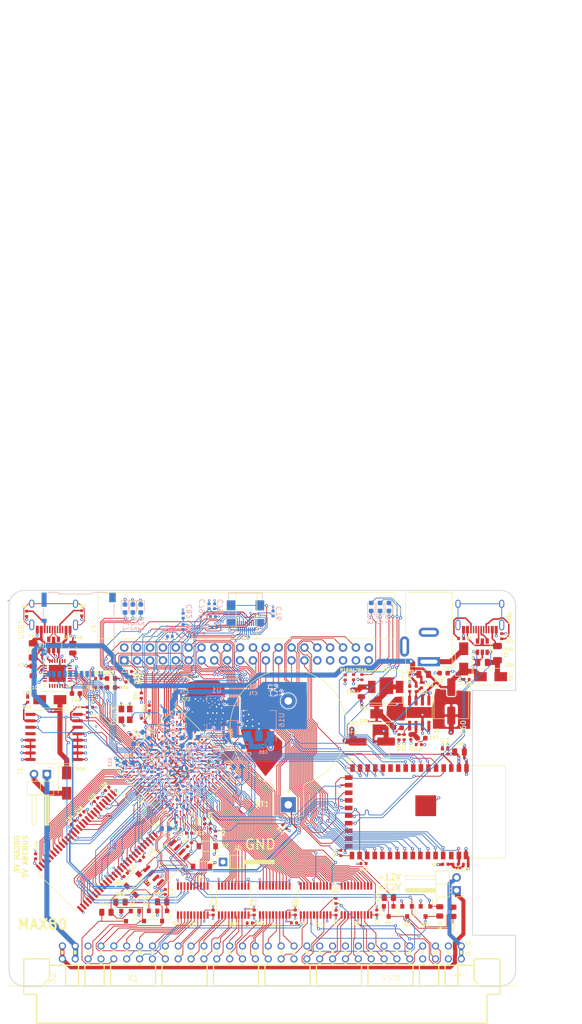
<source format=kicad_pcb>
(kicad_pcb (version 20171130) (host pcbnew 5.1.10-88a1d61d58~88~ubuntu20.04.1)

  (general
    (thickness 1.6)
    (drawings 19)
    (tracks 5182)
    (zones 0)
    (modules 182)
    (nets 255)
  )

  (page A4)
  (title_block
    (title MAX80)
    (date 2021-01-31)
    (rev 0.01)
    (company "No name")
  )

  (layers
    (0 F.Cu signal)
    (1 In1.Cu power)
    (2 In2.Cu signal)
    (31 B.Cu signal)
    (32 B.Adhes user)
    (33 F.Adhes user)
    (34 B.Paste user)
    (35 F.Paste user)
    (36 B.SilkS user)
    (37 F.SilkS user)
    (38 B.Mask user)
    (39 F.Mask user)
    (40 Dwgs.User user)
    (41 Cmts.User user)
    (42 Eco1.User user)
    (43 Eco2.User user)
    (44 Edge.Cuts user)
    (45 Margin user)
    (46 B.CrtYd user)
    (47 F.CrtYd user)
    (48 B.Fab user hide)
    (49 F.Fab user hide)
  )

  (setup
    (last_trace_width 0.15)
    (user_trace_width 0.15)
    (user_trace_width 0.3)
    (user_trace_width 0.5)
    (trace_clearance 0.15)
    (zone_clearance 0.15)
    (zone_45_only no)
    (trace_min 0.15)
    (via_size 0.6)
    (via_drill 0.3)
    (via_min_size 0.45)
    (via_min_drill 0.2)
    (user_via 0.45 0.2)
    (uvia_size 0.3)
    (uvia_drill 0.1)
    (uvias_allowed yes)
    (uvia_min_size 0.2)
    (uvia_min_drill 0.1)
    (edge_width 0.15)
    (segment_width 0.3)
    (pcb_text_width 0.3)
    (pcb_text_size 1.5 1.5)
    (mod_edge_width 0.15)
    (mod_text_size 1 1)
    (mod_text_width 0.15)
    (pad_size 0.46 0.4)
    (pad_drill 0)
    (pad_to_mask_clearance 0)
    (aux_axis_origin 0 0)
    (visible_elements FFFFFF7F)
    (pcbplotparams
      (layerselection 0x010fc_ffffffff)
      (usegerberextensions false)
      (usegerberattributes true)
      (usegerberadvancedattributes true)
      (creategerberjobfile true)
      (excludeedgelayer true)
      (linewidth 0.100000)
      (plotframeref false)
      (viasonmask false)
      (mode 1)
      (useauxorigin false)
      (hpglpennumber 1)
      (hpglpenspeed 20)
      (hpglpendiameter 15.000000)
      (psnegative false)
      (psa4output false)
      (plotreference true)
      (plotvalue true)
      (plotinvisibletext false)
      (padsonsilk false)
      (subtractmaskfromsilk false)
      (outputformat 1)
      (mirror false)
      (drillshape 0)
      (scaleselection 1)
      (outputdirectory "abc80_gerber"))
  )

  (net 0 "")
  (net 1 GND)
  (net 2 +5V)
  (net 3 "Net-(R5-Pad2)")
  (net 4 "Net-(R6-Pad2)")
  (net 5 "Net-(R7-Pad1)")
  (net 6 "Net-(U10-Pad5)")
  (net 7 "Net-(U10-Pad4)")
  (net 8 "Net-(U9-Pad4)")
  (net 9 "Net-(U9-Pad6)")
  (net 10 "Net-(USB1-Pad13)")
  (net 11 "Net-(BT1-Pad1)")
  (net 12 /A4)
  (net 13 /A3)
  (net 14 /A2)
  (net 15 /A1)
  (net 16 /A0)
  (net 17 /IO0)
  (net 18 /IO3)
  (net 19 /IO4)
  (net 20 /IO5)
  (net 21 /IO6)
  (net 22 /IO7)
  (net 23 /A11)
  (net 24 /IO9)
  (net 25 /A8)
  (net 26 /A7)
  (net 27 /A6)
  (net 28 /A5)
  (net 29 /A9)
  (net 30 /A10)
  (net 31 /A12)
  (net 32 /IO8)
  (net 33 /IO10)
  (net 34 /IO11)
  (net 35 /IO12)
  (net 36 /IO13)
  (net 37 /IO14)
  (net 38 /IO15)
  (net 39 /abc80bus/D7)
  (net 40 /abc80bus/D6)
  (net 41 /abc80bus/D5)
  (net 42 /abc80bus/D4)
  (net 43 /abc80bus/D3)
  (net 44 /abc80bus/D2)
  (net 45 /abc80bus/D1)
  (net 46 /abc80bus/D0)
  (net 47 /abc80bus/A8)
  (net 48 /abc80bus/A9)
  (net 49 /abc80bus/A10)
  (net 50 /abc80bus/A11)
  (net 51 /abc80bus/A12)
  (net 52 /abc80bus/A13)
  (net 53 /abc80bus/A14)
  (net 54 /abc80bus/A15)
  (net 55 /abc80bus/A7)
  (net 56 /abc80bus/A6)
  (net 57 /abc80bus/A5)
  (net 58 /abc80bus/A4)
  (net 59 /abc80bus/A3)
  (net 60 /abc80bus/A2)
  (net 61 /abc80bus/A1)
  (net 62 /abc80bus/A0)
  (net 63 /IO1)
  (net 64 /IO2)
  (net 65 /32KHZ)
  (net 66 /RTC_INT)
  (net 67 /abc80bus/ABC5V)
  (net 68 /SD_DAT1)
  (net 69 /SD_DAT3)
  (net 70 /SD_CMD)
  (net 71 /SD_CLK)
  (net 72 /SD_DAT0)
  (net 73 FPGA_TDI)
  (net 74 FPGA_TMS)
  (net 75 FPGA_TDO)
  (net 76 FPGA_TCK)
  (net 77 ABC_CLK_5)
  (net 78 /FPGA_SCL)
  (net 79 /FPGA_SDA)
  (net 80 FPGA_SPI_CLK)
  (net 81 FGPA_SPI_CS_ESP32)
  (net 82 INT_ESP32)
  (net 83 "Net-(C53-Pad1)")
  (net 84 "Net-(F2-Pad2)")
  (net 85 ESP32_TDO)
  (net 86 ESP32_TCK)
  (net 87 ESP32_TMS)
  (net 88 ESP32_IO0)
  (net 89 ESP32_RXD)
  (net 90 ESP32_TXD)
  (net 91 ESP32_EN)
  (net 92 "Net-(R3-Pad2)")
  (net 93 "Net-(R4-Pad2)")
  (net 94 /ESP32/USB_D-)
  (net 95 /ESP32/USB_D+)
  (net 96 ESP32_TDI)
  (net 97 "Net-(U15-Pad6)")
  (net 98 "Net-(U15-Pad4)")
  (net 99 "Net-(USB2-Pad13)")
  (net 100 "Net-(D1-Pad2)")
  (net 101 "Net-(D1-Pad1)")
  (net 102 "Net-(D2-Pad2)")
  (net 103 "Net-(D2-Pad1)")
  (net 104 "Net-(D3-Pad2)")
  (net 105 "Net-(D3-Pad1)")
  (net 106 ESP32_SCL)
  (net 107 ESP32_SDA)
  (net 108 ESP32_CS2)
  (net 109 ESP32_CS0)
  (net 110 ESP32_MISO)
  (net 111 ESP32_SCK)
  (net 112 ESP32_MOSI)
  (net 113 ESP32_CS1)
  (net 114 /FPGA_USB_TXD)
  (net 115 /FPGA_USB_RXD)
  (net 116 /abc80bus/~CS)
  (net 117 /abc80bus/~C4)
  (net 118 /abc80bus/~C3)
  (net 119 /abc80bus/~C2)
  (net 120 /abc80bus/~C1)
  (net 121 /abc80bus/~OUT)
  (net 122 /abc80bus/~RST)
  (net 123 /abc80bus/~XMEMFL)
  (net 124 /abc80bus/~INP)
  (net 125 /abc80bus/~STATUS)
  (net 126 /abc80bus/~XINPSTB)
  (net 127 /abc80bus/~XOUTSTB)
  (net 128 AD0)
  (net 129 AD1)
  (net 130 AD2)
  (net 131 AD3)
  (net 132 AD4)
  (net 133 AD5)
  (net 134 AD6)
  (net 135 AD7)
  (net 136 /abc80bus/~RESIN)
  (net 137 /FPGA_LED1)
  (net 138 /FPGA_LED2)
  (net 139 /FPGA_LED3)
  (net 140 "Net-(D17-Pad2)")
  (net 141 "Net-(D22-Pad2)")
  (net 142 "Net-(D23-Pad2)")
  (net 143 FPGA_GPIO3)
  (net 144 FPGA_GPIO2)
  (net 145 FPGA_GPIO1)
  (net 146 FPGA_GPIO0)
  (net 147 FPGA_GPIO5)
  (net 148 FPGA_GPIO4)
  (net 149 "Net-(C36-Pad1)")
  (net 150 "Net-(C37-Pad2)")
  (net 151 "Net-(C37-Pad1)")
  (net 152 "Net-(C38-Pad2)")
  (net 153 "Net-(R32-Pad2)")
  (net 154 "Net-(R35-Pad2)")
  (net 155 "Net-(C38-Pad1)")
  (net 156 /abc80bus/READY)
  (net 157 /abc80bus/~NMI)
  (net 158 ~FPGA_READY)
  (net 159 FPGA_NMI)
  (net 160 "Net-(D26-Pad2)")
  (net 161 FPGA_RESIN)
  (net 162 /DQMH)
  (net 163 /CLK)
  (net 164 /CKE)
  (net 165 /BA1)
  (net 166 /BA0)
  (net 167 /DQML)
  (net 168 "Net-(D28-Pad2)")
  (net 169 "Net-(D25-Pad2)")
  (net 170 "Net-(F1-Pad2)")
  (net 171 /FPGA_USB_RTS)
  (net 172 /FPGA_USB_CTS)
  (net 173 "Net-(C39-Pad1)")
  (net 174 "Net-(C52-Pad1)")
  (net 175 /WE#)
  (net 176 /CAS#)
  (net 177 /RAS#)
  (net 178 /CS#)
  (net 179 "Net-(D29-Pad1)")
  (net 180 "Net-(D30-Pad1)")
  (net 181 +3V3)
  (net 182 +2V5)
  (net 183 +1V2)
  (net 184 "Net-(R13-Pad1)")
  (net 185 "Net-(R37-Pad2)")
  (net 186 "Net-(R38-Pad2)")
  (net 187 "Net-(R41-Pad2)")
  (net 188 DATA0)
  (net 189 ~CS_ABC_3V3)
  (net 190 ~OUT_ABC_3V3)
  (net 191 AD8)
  (net 192 ~C1_ABC_3V3)
  (net 193 AD9)
  (net 194 ~C2_ABC_3V3)
  (net 195 AD10)
  (net 196 ~C3_ABC_3V3)
  (net 197 ~C4_ABC_3V3)
  (net 198 AD11)
  (net 199 AD12)
  (net 200 AD13)
  (net 201 AD14)
  (net 202 AD15)
  (net 203 DLCK)
  (net 204 ASD0)
  (net 205 nCE0)
  (net 206 ~INP_ABC_3V3)
  (net 207 ~STATUS_ABC_3V3)
  (net 208 DD0)
  (net 209 DD1)
  (net 210 DD2)
  (net 211 DD3)
  (net 212 DD4)
  (net 213 DD5)
  (net 214 DD6)
  (net 215 DD7)
  (net 216 DD8)
  (net 217 ~XOUTSTB_ABC_3V3)
  (net 218 ~RST_ABC_3V3)
  (net 219 ~XMEMFL_ABC_3V3)
  (net 220 ~XINPSTB_ABC_3V3)
  (net 221 ABC_CLK_3V3)
  (net 222 DD9)
  (net 223 FPGA_SPI_MOSI)
  (net 224 FPGA_SPI_MISO)
  (net 225 /SD_DAT2)
  (net 226 CLK0n)
  (net 227 "Net-(J5-PadSH)")
  (net 228 HDMI_CK-)
  (net 229 HDMI_D0+)
  (net 230 HDMI_D1-)
  (net 231 HDMI_D2+)
  (net 232 HDMI_CK+)
  (net 233 HDMI_D0-)
  (net 234 HDMI_D1+)
  (net 235 HDMI_D2-)
  (net 236 HDMI_SDA)
  (net 237 HDMI_HPD)
  (net 238 HDMI_SCL)
  (net 239 FPGA_JTAGEN)
  (net 240 FLASH_CS#)
  (net 241 /abc80bus/~INT)
  (net 242 /abc80bus/~XMEMW800)
  (net 243 /abc80bus/~XMEMW80)
  (net 244 INT_ABC_3V3)
  (net 245 INT800_ABC_3V3)
  (net 246 ~XMEMW80_ABC_3V3)
  (net 247 ~XMEMW800_ABC_3V3)
  (net 248 /abc80bus/~XM)
  (net 249 XM_ABC_3V3)
  (net 250 "Net-(R25-Pad2)")
  (net 251 AD16)
  (net 252 DD10)
  (net 253 /abc80bus/ABC_-12V)
  (net 254 /abc80bus/ABC_12V)

  (net_class Default "This is the default net class."
    (clearance 0.15)
    (trace_width 0.15)
    (via_dia 0.6)
    (via_drill 0.3)
    (uvia_dia 0.3)
    (uvia_drill 0.1)
    (add_net +1V2)
    (add_net +2V5)
    (add_net +3V3)
    (add_net +5V)
    (add_net /32KHZ)
    (add_net /A0)
    (add_net /A1)
    (add_net /A10)
    (add_net /A11)
    (add_net /A12)
    (add_net /A2)
    (add_net /A3)
    (add_net /A4)
    (add_net /A5)
    (add_net /A6)
    (add_net /A7)
    (add_net /A8)
    (add_net /A9)
    (add_net /BA0)
    (add_net /BA1)
    (add_net /CAS#)
    (add_net /CKE)
    (add_net /CLK)
    (add_net /CS#)
    (add_net /DQMH)
    (add_net /DQML)
    (add_net /ESP32/USB_D+)
    (add_net /ESP32/USB_D-)
    (add_net /FPGA_LED1)
    (add_net /FPGA_LED2)
    (add_net /FPGA_LED3)
    (add_net /FPGA_SCL)
    (add_net /FPGA_SDA)
    (add_net /FPGA_USB_CTS)
    (add_net /FPGA_USB_RTS)
    (add_net /FPGA_USB_RXD)
    (add_net /FPGA_USB_TXD)
    (add_net /IO0)
    (add_net /IO1)
    (add_net /IO10)
    (add_net /IO11)
    (add_net /IO12)
    (add_net /IO13)
    (add_net /IO14)
    (add_net /IO15)
    (add_net /IO2)
    (add_net /IO3)
    (add_net /IO4)
    (add_net /IO5)
    (add_net /IO6)
    (add_net /IO7)
    (add_net /IO8)
    (add_net /IO9)
    (add_net /RAS#)
    (add_net /RTC_INT)
    (add_net /SD_CLK)
    (add_net /SD_CMD)
    (add_net /SD_DAT0)
    (add_net /SD_DAT1)
    (add_net /SD_DAT2)
    (add_net /SD_DAT3)
    (add_net /WE#)
    (add_net /abc80bus/A0)
    (add_net /abc80bus/A1)
    (add_net /abc80bus/A10)
    (add_net /abc80bus/A11)
    (add_net /abc80bus/A12)
    (add_net /abc80bus/A13)
    (add_net /abc80bus/A14)
    (add_net /abc80bus/A15)
    (add_net /abc80bus/A2)
    (add_net /abc80bus/A3)
    (add_net /abc80bus/A4)
    (add_net /abc80bus/A5)
    (add_net /abc80bus/A6)
    (add_net /abc80bus/A7)
    (add_net /abc80bus/A8)
    (add_net /abc80bus/A9)
    (add_net /abc80bus/ABC5V)
    (add_net /abc80bus/ABC_-12V)
    (add_net /abc80bus/ABC_12V)
    (add_net /abc80bus/D0)
    (add_net /abc80bus/D1)
    (add_net /abc80bus/D2)
    (add_net /abc80bus/D3)
    (add_net /abc80bus/D4)
    (add_net /abc80bus/D5)
    (add_net /abc80bus/D6)
    (add_net /abc80bus/D7)
    (add_net /abc80bus/READY)
    (add_net /abc80bus/~C1)
    (add_net /abc80bus/~C2)
    (add_net /abc80bus/~C3)
    (add_net /abc80bus/~C4)
    (add_net /abc80bus/~CS)
    (add_net /abc80bus/~INP)
    (add_net /abc80bus/~INT)
    (add_net /abc80bus/~NMI)
    (add_net /abc80bus/~OUT)
    (add_net /abc80bus/~RESIN)
    (add_net /abc80bus/~RST)
    (add_net /abc80bus/~STATUS)
    (add_net /abc80bus/~XINPSTB)
    (add_net /abc80bus/~XM)
    (add_net /abc80bus/~XMEMFL)
    (add_net /abc80bus/~XMEMW80)
    (add_net /abc80bus/~XMEMW800)
    (add_net /abc80bus/~XOUTSTB)
    (add_net ABC_CLK_3V3)
    (add_net ABC_CLK_5)
    (add_net AD0)
    (add_net AD1)
    (add_net AD10)
    (add_net AD11)
    (add_net AD12)
    (add_net AD13)
    (add_net AD14)
    (add_net AD15)
    (add_net AD16)
    (add_net AD2)
    (add_net AD3)
    (add_net AD4)
    (add_net AD5)
    (add_net AD6)
    (add_net AD7)
    (add_net AD8)
    (add_net AD9)
    (add_net ASD0)
    (add_net CLK0n)
    (add_net DATA0)
    (add_net DD0)
    (add_net DD1)
    (add_net DD10)
    (add_net DD2)
    (add_net DD3)
    (add_net DD4)
    (add_net DD5)
    (add_net DD6)
    (add_net DD7)
    (add_net DD8)
    (add_net DD9)
    (add_net DLCK)
    (add_net ESP32_CS0)
    (add_net ESP32_CS1)
    (add_net ESP32_CS2)
    (add_net ESP32_EN)
    (add_net ESP32_IO0)
    (add_net ESP32_MISO)
    (add_net ESP32_MOSI)
    (add_net ESP32_RXD)
    (add_net ESP32_SCK)
    (add_net ESP32_SCL)
    (add_net ESP32_SDA)
    (add_net ESP32_TCK)
    (add_net ESP32_TDI)
    (add_net ESP32_TDO)
    (add_net ESP32_TMS)
    (add_net ESP32_TXD)
    (add_net FGPA_SPI_CS_ESP32)
    (add_net FLASH_CS#)
    (add_net FPGA_GPIO0)
    (add_net FPGA_GPIO1)
    (add_net FPGA_GPIO2)
    (add_net FPGA_GPIO3)
    (add_net FPGA_GPIO4)
    (add_net FPGA_GPIO5)
    (add_net FPGA_JTAGEN)
    (add_net FPGA_NMI)
    (add_net FPGA_RESIN)
    (add_net FPGA_SPI_CLK)
    (add_net FPGA_SPI_MISO)
    (add_net FPGA_SPI_MOSI)
    (add_net FPGA_TCK)
    (add_net FPGA_TDI)
    (add_net FPGA_TDO)
    (add_net FPGA_TMS)
    (add_net GND)
    (add_net HDMI_CK+)
    (add_net HDMI_CK-)
    (add_net HDMI_D0+)
    (add_net HDMI_D0-)
    (add_net HDMI_D1+)
    (add_net HDMI_D1-)
    (add_net HDMI_D2+)
    (add_net HDMI_D2-)
    (add_net HDMI_HPD)
    (add_net HDMI_SCL)
    (add_net HDMI_SDA)
    (add_net INT800_ABC_3V3)
    (add_net INT_ABC_3V3)
    (add_net INT_ESP32)
    (add_net "Net-(BT1-Pad1)")
    (add_net "Net-(C36-Pad1)")
    (add_net "Net-(C37-Pad1)")
    (add_net "Net-(C37-Pad2)")
    (add_net "Net-(C38-Pad1)")
    (add_net "Net-(C38-Pad2)")
    (add_net "Net-(C39-Pad1)")
    (add_net "Net-(C52-Pad1)")
    (add_net "Net-(C53-Pad1)")
    (add_net "Net-(D1-Pad1)")
    (add_net "Net-(D1-Pad2)")
    (add_net "Net-(D17-Pad2)")
    (add_net "Net-(D2-Pad1)")
    (add_net "Net-(D2-Pad2)")
    (add_net "Net-(D22-Pad2)")
    (add_net "Net-(D23-Pad2)")
    (add_net "Net-(D25-Pad2)")
    (add_net "Net-(D26-Pad2)")
    (add_net "Net-(D28-Pad2)")
    (add_net "Net-(D29-Pad1)")
    (add_net "Net-(D3-Pad1)")
    (add_net "Net-(D3-Pad2)")
    (add_net "Net-(D30-Pad1)")
    (add_net "Net-(F1-Pad2)")
    (add_net "Net-(F2-Pad2)")
    (add_net "Net-(J5-PadSH)")
    (add_net "Net-(R13-Pad1)")
    (add_net "Net-(R25-Pad2)")
    (add_net "Net-(R3-Pad2)")
    (add_net "Net-(R32-Pad2)")
    (add_net "Net-(R35-Pad2)")
    (add_net "Net-(R37-Pad2)")
    (add_net "Net-(R38-Pad2)")
    (add_net "Net-(R4-Pad2)")
    (add_net "Net-(R41-Pad2)")
    (add_net "Net-(R5-Pad2)")
    (add_net "Net-(R6-Pad2)")
    (add_net "Net-(R7-Pad1)")
    (add_net "Net-(U10-Pad4)")
    (add_net "Net-(U10-Pad5)")
    (add_net "Net-(U15-Pad4)")
    (add_net "Net-(U15-Pad6)")
    (add_net "Net-(U9-Pad4)")
    (add_net "Net-(U9-Pad6)")
    (add_net "Net-(USB1-Pad13)")
    (add_net "Net-(USB2-Pad13)")
    (add_net XM_ABC_3V3)
    (add_net nCE0)
    (add_net ~C1_ABC_3V3)
    (add_net ~C2_ABC_3V3)
    (add_net ~C3_ABC_3V3)
    (add_net ~C4_ABC_3V3)
    (add_net ~CS_ABC_3V3)
    (add_net ~FPGA_READY)
    (add_net ~INP_ABC_3V3)
    (add_net ~OUT_ABC_3V3)
    (add_net ~RST_ABC_3V3)
    (add_net ~STATUS_ABC_3V3)
    (add_net ~XINPSTB_ABC_3V3)
    (add_net ~XMEMFL_ABC_3V3)
    (add_net ~XMEMW800_ABC_3V3)
    (add_net ~XMEMW80_ABC_3V3)
    (add_net ~XOUTSTB_ABC_3V3)
  )

  (module Package_BGA:BGA-256_17.0x17.0mm_Layout16x16_P1.0mm_Ball0.5mm_Pad0.4mm_NSMD (layer F.Cu) (tedit 5A058D74) (tstamp 6073D206)
    (at 85.625 136.085 135)
    (descr "BGA-256, dimensions: https://www.xilinx.com/support/documentation/package_specs/ft256.pdf, design rules: https://www.xilinx.com/support/documentation/user_guides/ug1099-bga-device-design-rules.pdf")
    (tags BGA-256)
    (path /6054E41F)
    (attr smd)
    (fp_text reference U13 (at 0 -9.6 135) (layer F.SilkS)
      (effects (font (size 1 1) (thickness 0.15)))
    )
    (fp_text value EP4CE15F17C8N (at 0 9.7 135) (layer F.Fab)
      (effects (font (size 1 1) (thickness 0.15)))
    )
    (fp_line (start 9.5 9.5) (end -9.5 9.5) (layer F.CrtYd) (width 0.05))
    (fp_line (start 9.5 9.5) (end 9.5 -9.5) (layer F.CrtYd) (width 0.05))
    (fp_line (start -9.5 -9.5) (end -9.5 9.5) (layer F.CrtYd) (width 0.05))
    (fp_line (start -9.5 -9.5) (end 9.5 -9.5) (layer F.CrtYd) (width 0.05))
    (fp_line (start -8.5 -8) (end -8.5 8.5) (layer F.Fab) (width 0.1))
    (fp_line (start -8 -8.5) (end -8.5 -8) (layer F.Fab) (width 0.1))
    (fp_line (start 8.5 -8.5) (end -8 -8.5) (layer F.Fab) (width 0.1))
    (fp_line (start 8.5 8.5) (end 8.5 -8.5) (layer F.Fab) (width 0.1))
    (fp_line (start -8.5 8.5) (end 8.5 8.5) (layer F.Fab) (width 0.1))
    (fp_line (start 8.6 8.6) (end 8.6 -8.6) (layer F.SilkS) (width 0.12))
    (fp_line (start -8.6 8.6) (end 8.6 8.6) (layer F.SilkS) (width 0.12))
    (fp_line (start -8.6 -8.6) (end -8.6 8.6) (layer F.SilkS) (width 0.12))
    (fp_line (start 8.6 -8.6) (end -8.6 -8.6) (layer F.SilkS) (width 0.12))
    (fp_line (start -8.8 -8.8) (end -8.8 -8.1) (layer F.SilkS) (width 0.12))
    (fp_line (start -8.1 -8.8) (end -8.8 -8.8) (layer F.SilkS) (width 0.12))
    (fp_text user %R (at 0 0 135) (layer F.Fab)
      (effects (font (size 1 1) (thickness 0.15)))
    )
    (pad H16 smd circle (at 7.5 -0.5 135) (size 0.4 0.4) (layers F.Cu F.Paste F.Mask)
      (net 1 GND))
    (pad J16 smd circle (at 7.5 0.5 135) (size 0.4 0.4) (layers F.Cu F.Paste F.Mask)
      (net 228 HDMI_CK-))
    (pad K16 smd circle (at 7.5 1.5 135) (size 0.4 0.4) (layers F.Cu F.Paste F.Mask)
      (net 233 HDMI_D0-))
    (pad L16 smd circle (at 7.5 2.5 135) (size 0.4 0.4) (layers F.Cu F.Paste F.Mask))
    (pad M16 smd circle (at 7.5 3.5 135) (size 0.4 0.4) (layers F.Cu F.Paste F.Mask))
    (pad N16 smd circle (at 7.5 4.5 135) (size 0.4 0.4) (layers F.Cu F.Paste F.Mask)
      (net 230 HDMI_D1-))
    (pad P16 smd circle (at 7.5 5.5 135) (size 0.4 0.4) (layers F.Cu F.Paste F.Mask)
      (net 235 HDMI_D2-))
    (pad R16 smd circle (at 7.5 6.5 135) (size 0.4 0.4) (layers F.Cu F.Paste F.Mask)
      (net 231 HDMI_D2+))
    (pad T16 smd circle (at 7.5 7.5 135) (size 0.4 0.4) (layers F.Cu F.Paste F.Mask)
      (net 181 +3V3))
    (pad N12 smd circle (at 3.5 4.5 135) (size 0.4 0.4) (layers F.Cu F.Paste F.Mask))
    (pad M12 smd circle (at 3.5 3.5 135) (size 0.4 0.4) (layers F.Cu F.Paste F.Mask)
      (net 1 GND))
    (pad L12 smd circle (at 3.5 2.5 135) (size 0.4 0.4) (layers F.Cu F.Paste F.Mask)
      (net 182 +2V5))
    (pad K12 smd circle (at 3.5 1.5 135) (size 0.4 0.4) (layers F.Cu F.Paste F.Mask))
    (pad K11 smd circle (at 2.5 1.5 135) (size 0.4 0.4) (layers F.Cu F.Paste F.Mask)
      (net 183 +1V2))
    (pad L11 smd circle (at 2.5 2.5 135) (size 0.4 0.4) (layers F.Cu F.Paste F.Mask))
    (pad M11 smd circle (at 2.5 3.5 135) (size 0.4 0.4) (layers F.Cu F.Paste F.Mask)
      (net 238 HDMI_SCL))
    (pad N11 smd circle (at 2.5 4.5 135) (size 0.4 0.4) (layers F.Cu F.Paste F.Mask))
    (pad T15 smd circle (at 6.5 7.5 135) (size 0.4 0.4) (layers F.Cu F.Paste F.Mask)
      (net 237 HDMI_HPD))
    (pad R15 smd circle (at 6.5 6.5 135) (size 0.4 0.4) (layers F.Cu F.Paste F.Mask)
      (net 1 GND))
    (pad P15 smd circle (at 6.5 5.5 135) (size 0.4 0.4) (layers F.Cu F.Paste F.Mask))
    (pad N15 smd circle (at 6.5 4.5 135) (size 0.4 0.4) (layers F.Cu F.Paste F.Mask)
      (net 234 HDMI_D1+))
    (pad M15 smd circle (at 6.5 3.5 135) (size 0.4 0.4) (layers F.Cu F.Paste F.Mask)
      (net 226 CLK0n))
    (pad L15 smd circle (at 6.5 2.5 135) (size 0.4 0.4) (layers F.Cu F.Paste F.Mask))
    (pad K15 smd circle (at 6.5 1.5 135) (size 0.4 0.4) (layers F.Cu F.Paste F.Mask)
      (net 229 HDMI_D0+))
    (pad J15 smd circle (at 6.5 0.5 135) (size 0.4 0.4) (layers F.Cu F.Paste F.Mask)
      (net 232 HDMI_CK+))
    (pad H15 smd circle (at 6.5 -0.5 135) (size 0.4 0.4) (layers F.Cu F.Paste F.Mask)
      (net 1 GND))
    (pad H14 smd circle (at 5.5 -0.5 135) (size 0.4 0.4) (layers F.Cu F.Paste F.Mask)
      (net 186 "Net-(R38-Pad2)"))
    (pad J14 smd circle (at 5.5 0.5 135) (size 0.4 0.4) (layers F.Cu F.Paste F.Mask))
    (pad K14 smd circle (at 5.5 1.5 135) (size 0.4 0.4) (layers F.Cu F.Paste F.Mask)
      (net 182 +2V5))
    (pad L14 smd circle (at 5.5 2.5 135) (size 0.4 0.4) (layers F.Cu F.Paste F.Mask))
    (pad M14 smd circle (at 5.5 3.5 135) (size 0.4 0.4) (layers F.Cu F.Paste F.Mask)
      (net 182 +2V5))
    (pad N14 smd circle (at 5.5 4.5 135) (size 0.4 0.4) (layers F.Cu F.Paste F.Mask))
    (pad P14 smd circle (at 5.5 5.5 135) (size 0.4 0.4) (layers F.Cu F.Paste F.Mask))
    (pad R14 smd circle (at 5.5 6.5 135) (size 0.4 0.4) (layers F.Cu F.Paste F.Mask)
      (net 138 /FPGA_LED2))
    (pad T14 smd circle (at 5.5 7.5 135) (size 0.4 0.4) (layers F.Cu F.Paste F.Mask)
      (net 139 /FPGA_LED3))
    (pad N10 smd circle (at 1.5 4.5 135) (size 0.4 0.4) (layers F.Cu F.Paste F.Mask)
      (net 1 GND))
    (pad M10 smd circle (at 1.5 3.5 135) (size 0.4 0.4) (layers F.Cu F.Paste F.Mask)
      (net 68 /SD_DAT1))
    (pad L10 smd circle (at 1.5 2.5 135) (size 0.4 0.4) (layers F.Cu F.Paste F.Mask)
      (net 217 ~XOUTSTB_ABC_3V3))
    (pad K10 smd circle (at 1.5 1.5 135) (size 0.4 0.4) (layers F.Cu F.Paste F.Mask))
    (pad K9 smd circle (at 0.5 1.5 135) (size 0.4 0.4) (layers F.Cu F.Paste F.Mask))
    (pad L9 smd circle (at 0.5 2.5 135) (size 0.4 0.4) (layers F.Cu F.Paste F.Mask))
    (pad M9 smd circle (at 0.5 3.5 135) (size 0.4 0.4) (layers F.Cu F.Paste F.Mask))
    (pad N9 smd circle (at 0.5 4.5 135) (size 0.4 0.4) (layers F.Cu F.Paste F.Mask))
    (pad T13 smd circle (at 4.5 7.5 135) (size 0.4 0.4) (layers F.Cu F.Paste F.Mask)
      (net 137 /FPGA_LED1))
    (pad R13 smd circle (at 4.5 6.5 135) (size 0.4 0.4) (layers F.Cu F.Paste F.Mask)
      (net 236 HDMI_SDA))
    (pad P13 smd circle (at 4.5 5.5 135) (size 0.4 0.4) (layers F.Cu F.Paste F.Mask)
      (net 181 +3V3))
    (pad N13 smd circle (at 4.5 4.5 135) (size 0.4 0.4) (layers F.Cu F.Paste F.Mask)
      (net 183 +1V2))
    (pad M13 smd circle (at 4.5 3.5 135) (size 0.4 0.4) (layers F.Cu F.Paste F.Mask)
      (net 1 GND))
    (pad L13 smd circle (at 4.5 2.5 135) (size 0.4 0.4) (layers F.Cu F.Paste F.Mask))
    (pad K13 smd circle (at 4.5 1.5 135) (size 0.4 0.4) (layers F.Cu F.Paste F.Mask)
      (net 1 GND))
    (pad J13 smd circle (at 4.5 0.5 135) (size 0.4 0.4) (layers F.Cu F.Paste F.Mask))
    (pad H13 smd circle (at 4.5 -0.5 135) (size 0.4 0.4) (layers F.Cu F.Paste F.Mask)
      (net 1 GND))
    (pad J12 smd circle (at 3.5 0.5 135) (size 0.4 0.4) (layers F.Cu F.Paste F.Mask))
    (pad J11 smd circle (at 2.5 0.5 135) (size 0.4 0.4) (layers F.Cu F.Paste F.Mask)
      (net 1 GND))
    (pad J10 smd circle (at 1.5 0.5 135) (size 0.4 0.4) (layers F.Cu F.Paste F.Mask)
      (net 1 GND))
    (pad H12 smd circle (at 3.5 -0.5 135) (size 0.4 0.4) (layers F.Cu F.Paste F.Mask)
      (net 181 +3V3))
    (pad H11 smd circle (at 2.5 -0.5 135) (size 0.4 0.4) (layers F.Cu F.Paste F.Mask)
      (net 183 +1V2))
    (pad H10 smd circle (at 1.5 -0.5 135) (size 0.4 0.4) (layers F.Cu F.Paste F.Mask)
      (net 1 GND))
    (pad H9 smd circle (at 0.5 -0.5 135) (size 0.4 0.4) (layers F.Cu F.Paste F.Mask)
      (net 1 GND))
    (pad T12 smd circle (at 3.5 7.5 135) (size 0.4 0.4) (layers F.Cu F.Paste F.Mask)
      (net 220 ~XINPSTB_ABC_3V3))
    (pad R12 smd circle (at 3.5 6.5 135) (size 0.4 0.4) (layers F.Cu F.Paste F.Mask))
    (pad G9 smd circle (at 0.5 -1.5 135) (size 0.4 0.4) (layers F.Cu F.Paste F.Mask)
      (net 183 +1V2))
    (pad G10 smd circle (at 1.5 -1.5 135) (size 0.4 0.4) (layers F.Cu F.Paste F.Mask)
      (net 183 +1V2))
    (pad G11 smd circle (at 2.5 -1.5 135) (size 0.4 0.4) (layers F.Cu F.Paste F.Mask)
      (net 1 GND))
    (pad G12 smd circle (at 3.5 -1.5 135) (size 0.4 0.4) (layers F.Cu F.Paste F.Mask)
      (net 1 GND))
    (pad J9 smd circle (at 0.5 0.5 135) (size 0.4 0.4) (layers F.Cu F.Paste F.Mask)
      (net 1 GND))
    (pad F12 smd circle (at 3.5 -2.5 135) (size 0.4 0.4) (layers F.Cu F.Paste F.Mask)
      (net 182 +2V5))
    (pad F11 smd circle (at 2.5 -2.5 135) (size 0.4 0.4) (layers F.Cu F.Paste F.Mask)
      (net 183 +1V2))
    (pad F10 smd circle (at 1.5 -2.5 135) (size 0.4 0.4) (layers F.Cu F.Paste F.Mask)
      (net 1 GND))
    (pad F9 smd circle (at 0.5 -2.5 135) (size 0.4 0.4) (layers F.Cu F.Paste F.Mask)
      (net 175 /WE#))
    (pad P12 smd circle (at 3.5 5.5 135) (size 0.4 0.4) (layers F.Cu F.Paste F.Mask)
      (net 1 GND))
    (pad E12 smd circle (at 3.5 -3.5 135) (size 0.4 0.4) (layers F.Cu F.Paste F.Mask)
      (net 1 GND))
    (pad E11 smd circle (at 2.5 -3.5 135) (size 0.4 0.4) (layers F.Cu F.Paste F.Mask)
      (net 63 /IO1))
    (pad E10 smd circle (at 1.5 -3.5 135) (size 0.4 0.4) (layers F.Cu F.Paste F.Mask)
      (net 167 /DQML))
    (pad E9 smd circle (at 0.5 -3.5 135) (size 0.4 0.4) (layers F.Cu F.Paste F.Mask)
      (net 176 /CAS#))
    (pad N8 smd circle (at -0.5 4.5 135) (size 0.4 0.4) (layers F.Cu F.Paste F.Mask)
      (net 81 FGPA_SPI_CS_ESP32))
    (pad T11 smd circle (at 2.5 7.5 135) (size 0.4 0.4) (layers F.Cu F.Paste F.Mask)
      (net 145 FPGA_GPIO1))
    (pad T10 smd circle (at 1.5 7.5 135) (size 0.4 0.4) (layers F.Cu F.Paste F.Mask)
      (net 252 DD10))
    (pad T9 smd circle (at 0.5 7.5 135) (size 0.4 0.4) (layers F.Cu F.Paste F.Mask))
    (pad T8 smd circle (at -0.5 7.5 135) (size 0.4 0.4) (layers F.Cu F.Paste F.Mask)
      (net 221 ABC_CLK_3V3))
    (pad T7 smd circle (at -1.5 7.5 135) (size 0.4 0.4) (layers F.Cu F.Paste F.Mask)
      (net 148 FPGA_GPIO4))
    (pad R11 smd circle (at 2.5 6.5 135) (size 0.4 0.4) (layers F.Cu F.Paste F.Mask))
    (pad R10 smd circle (at 1.5 6.5 135) (size 0.4 0.4) (layers F.Cu F.Paste F.Mask)
      (net 143 FPGA_GPIO3))
    (pad R9 smd circle (at 0.5 6.5 135) (size 0.4 0.4) (layers F.Cu F.Paste F.Mask))
    (pad R8 smd circle (at -0.5 6.5 135) (size 0.4 0.4) (layers F.Cu F.Paste F.Mask))
    (pad R7 smd circle (at -1.5 6.5 135) (size 0.4 0.4) (layers F.Cu F.Paste F.Mask)
      (net 147 FPGA_GPIO5))
    (pad P7 smd circle (at -1.5 5.5 135) (size 0.4 0.4) (layers F.Cu F.Paste F.Mask)
      (net 181 +3V3))
    (pad P8 smd circle (at -0.5 5.5 135) (size 0.4 0.4) (layers F.Cu F.Paste F.Mask)
      (net 82 INT_ESP32))
    (pad P9 smd circle (at 0.5 5.5 135) (size 0.4 0.4) (layers F.Cu F.Paste F.Mask))
    (pad P10 smd circle (at 1.5 5.5 135) (size 0.4 0.4) (layers F.Cu F.Paste F.Mask)
      (net 181 +3V3))
    (pad P11 smd circle (at 2.5 5.5 135) (size 0.4 0.4) (layers F.Cu F.Paste F.Mask))
    (pad N7 smd circle (at -1.5 4.5 135) (size 0.4 0.4) (layers F.Cu F.Paste F.Mask)
      (net 1 GND))
    (pad N6 smd circle (at -2.5 4.5 135) (size 0.4 0.4) (layers F.Cu F.Paste F.Mask)
      (net 240 FLASH_CS#))
    (pad N5 smd circle (at -3.5 4.5 135) (size 0.4 0.4) (layers F.Cu F.Paste F.Mask)
      (net 210 DD2))
    (pad M8 smd circle (at -0.5 3.5 135) (size 0.4 0.4) (layers F.Cu F.Paste F.Mask)
      (net 223 FPGA_SPI_MOSI))
    (pad T6 smd circle (at -2.5 7.5 135) (size 0.4 0.4) (layers F.Cu F.Paste F.Mask)
      (net 144 FPGA_GPIO2))
    (pad T5 smd circle (at -3.5 7.5 135) (size 0.4 0.4) (layers F.Cu F.Paste F.Mask)
      (net 222 DD9))
    (pad R6 smd circle (at -2.5 6.5 135) (size 0.4 0.4) (layers F.Cu F.Paste F.Mask)
      (net 161 FPGA_RESIN))
    (pad R5 smd circle (at -3.5 6.5 135) (size 0.4 0.4) (layers F.Cu F.Paste F.Mask)
      (net 216 DD8))
    (pad P6 smd circle (at -2.5 5.5 135) (size 0.4 0.4) (layers F.Cu F.Paste F.Mask)
      (net 80 FPGA_SPI_CLK))
    (pad P5 smd circle (at -3.5 5.5 135) (size 0.4 0.4) (layers F.Cu F.Paste F.Mask)
      (net 1 GND))
    (pad M7 smd circle (at -1.5 3.5 135) (size 0.4 0.4) (layers F.Cu F.Paste F.Mask)
      (net 224 FPGA_SPI_MISO))
    (pad M6 smd circle (at -2.5 3.5 135) (size 0.4 0.4) (layers F.Cu F.Paste F.Mask)
      (net 209 DD1))
    (pad M5 smd circle (at -3.5 3.5 135) (size 0.4 0.4) (layers F.Cu F.Paste F.Mask)
      (net 1 GND))
    (pad L8 smd circle (at -0.5 2.5 135) (size 0.4 0.4) (layers F.Cu F.Paste F.Mask)
      (net 88 ESP32_IO0))
    (pad L7 smd circle (at -1.5 2.5 135) (size 0.4 0.4) (layers F.Cu F.Paste F.Mask)
      (net 146 FPGA_GPIO0))
    (pad L6 smd circle (at -2.5 2.5 135) (size 0.4 0.4) (layers F.Cu F.Paste F.Mask)
      (net 183 +1V2))
    (pad L5 smd circle (at -3.5 2.5 135) (size 0.4 0.4) (layers F.Cu F.Paste F.Mask)
      (net 182 +2V5))
    (pad K8 smd circle (at -0.5 1.5 135) (size 0.4 0.4) (layers F.Cu F.Paste F.Mask)
      (net 1 GND))
    (pad K7 smd circle (at -1.5 1.5 135) (size 0.4 0.4) (layers F.Cu F.Paste F.Mask)
      (net 183 +1V2))
    (pad K6 smd circle (at -2.5 1.5 135) (size 0.4 0.4) (layers F.Cu F.Paste F.Mask))
    (pad K5 smd circle (at -3.5 1.5 135) (size 0.4 0.4) (layers F.Cu F.Paste F.Mask)
      (net 194 ~C2_ABC_3V3))
    (pad J8 smd circle (at -0.5 0.5 135) (size 0.4 0.4) (layers F.Cu F.Paste F.Mask)
      (net 1 GND))
    (pad J7 smd circle (at -1.5 0.5 135) (size 0.4 0.4) (layers F.Cu F.Paste F.Mask)
      (net 1 GND))
    (pad J6 smd circle (at -2.5 0.5 135) (size 0.4 0.4) (layers F.Cu F.Paste F.Mask)
      (net 183 +1V2))
    (pad J5 smd circle (at -3.5 0.5 135) (size 0.4 0.4) (layers F.Cu F.Paste F.Mask)
      (net 74 FPGA_TMS))
    (pad H8 smd circle (at -0.5 -0.5 135) (size 0.4 0.4) (layers F.Cu F.Paste F.Mask)
      (net 1 GND))
    (pad H7 smd circle (at -1.5 -0.5 135) (size 0.4 0.4) (layers F.Cu F.Paste F.Mask)
      (net 1 GND))
    (pad H6 smd circle (at -2.5 -0.5 135) (size 0.4 0.4) (layers F.Cu F.Paste F.Mask)
      (net 183 +1V2))
    (pad H5 smd circle (at -3.5 -0.5 135) (size 0.4 0.4) (layers F.Cu F.Paste F.Mask)
      (net 185 "Net-(R37-Pad2)"))
    (pad G8 smd circle (at -0.5 -1.5 135) (size 0.4 0.4) (layers F.Cu F.Paste F.Mask)
      (net 183 +1V2))
    (pad G7 smd circle (at -1.5 -1.5 135) (size 0.4 0.4) (layers F.Cu F.Paste F.Mask)
      (net 183 +1V2))
    (pad G6 smd circle (at -2.5 -1.5 135) (size 0.4 0.4) (layers F.Cu F.Paste F.Mask)
      (net 183 +1V2))
    (pad G5 smd circle (at -3.5 -1.5 135) (size 0.4 0.4) (layers F.Cu F.Paste F.Mask)
      (net 132 AD4))
    (pad F8 smd circle (at -0.5 -2.5 135) (size 0.4 0.4) (layers F.Cu F.Paste F.Mask)
      (net 164 /CKE))
    (pad F7 smd circle (at -1.5 -2.5 135) (size 0.4 0.4) (layers F.Cu F.Paste F.Mask)
      (net 183 +1V2))
    (pad F6 smd circle (at -2.5 -2.5 135) (size 0.4 0.4) (layers F.Cu F.Paste F.Mask)
      (net 1 GND))
    (pad F5 smd circle (at -3.5 -2.5 135) (size 0.4 0.4) (layers F.Cu F.Paste F.Mask)
      (net 182 +2V5))
    (pad E5 smd circle (at -3.5 -3.5 135) (size 0.4 0.4) (layers F.Cu F.Paste F.Mask)
      (net 1 GND))
    (pad E6 smd circle (at -2.5 -3.5 135) (size 0.4 0.4) (layers F.Cu F.Paste F.Mask)
      (net 35 /IO12))
    (pad E7 smd circle (at -1.5 -3.5 135) (size 0.4 0.4) (layers F.Cu F.Paste F.Mask)
      (net 24 /IO9))
    (pad E8 smd circle (at -0.5 -3.5 135) (size 0.4 0.4) (layers F.Cu F.Paste F.Mask)
      (net 27 /A6))
    (pad T4 smd circle (at -4.5 7.5 135) (size 0.4 0.4) (layers F.Cu F.Paste F.Mask)
      (net 215 DD7))
    (pad T3 smd circle (at -5.5 7.5 135) (size 0.4 0.4) (layers F.Cu F.Paste F.Mask)
      (net 213 DD5))
    (pad T2 smd circle (at -6.5 7.5 135) (size 0.4 0.4) (layers F.Cu F.Paste F.Mask)
      (net 211 DD3))
    (pad T1 smd circle (at -7.5 7.5 135) (size 0.4 0.4) (layers F.Cu F.Paste F.Mask)
      (net 181 +3V3))
    (pad R1 smd circle (at -7.5 6.5 135) (size 0.4 0.4) (layers F.Cu F.Paste F.Mask)
      (net 246 ~XMEMW80_ABC_3V3))
    (pad P1 smd circle (at -7.5 5.5 135) (size 0.4 0.4) (layers F.Cu F.Paste F.Mask)
      (net 247 ~XMEMW800_ABC_3V3))
    (pad N1 smd circle (at -7.5 4.5 135) (size 0.4 0.4) (layers F.Cu F.Paste F.Mask)
      (net 202 AD15))
    (pad R2 smd circle (at -6.5 6.5 135) (size 0.4 0.4) (layers F.Cu F.Paste F.Mask)
      (net 1 GND))
    (pad P2 smd circle (at -6.5 5.5 135) (size 0.4 0.4) (layers F.Cu F.Paste F.Mask)
      (net 218 ~RST_ABC_3V3))
    (pad N2 smd circle (at -6.5 4.5 135) (size 0.4 0.4) (layers F.Cu F.Paste F.Mask)
      (net 201 AD14))
    (pad N3 smd circle (at -5.5 4.5 135) (size 0.4 0.4) (layers F.Cu F.Paste F.Mask)
      (net 219 ~XMEMFL_ABC_3V3))
    (pad P3 smd circle (at -5.5 5.5 135) (size 0.4 0.4) (layers F.Cu F.Paste F.Mask)
      (net 208 DD0))
    (pad R3 smd circle (at -5.5 6.5 135) (size 0.4 0.4) (layers F.Cu F.Paste F.Mask)
      (net 212 DD4))
    (pad R4 smd circle (at -4.5 6.5 135) (size 0.4 0.4) (layers F.Cu F.Paste F.Mask)
      (net 214 DD6))
    (pad P4 smd circle (at -4.5 5.5 135) (size 0.4 0.4) (layers F.Cu F.Paste F.Mask)
      (net 181 +3V3))
    (pad N4 smd circle (at -4.5 4.5 135) (size 0.4 0.4) (layers F.Cu F.Paste F.Mask)
      (net 183 +1V2))
    (pad M4 smd circle (at -4.5 3.5 135) (size 0.4 0.4) (layers F.Cu F.Paste F.Mask)
      (net 1 GND))
    (pad M3 smd circle (at -5.5 3.5 135) (size 0.4 0.4) (layers F.Cu F.Paste F.Mask)
      (net 181 +3V3))
    (pad M2 smd circle (at -6.5 3.5 135) (size 0.4 0.4) (layers F.Cu F.Paste F.Mask)
      (net 207 ~STATUS_ABC_3V3))
    (pad M1 smd circle (at -7.5 3.5 135) (size 0.4 0.4) (layers F.Cu F.Paste F.Mask)
      (net 200 AD13))
    (pad L1 smd circle (at -7.5 2.5 135) (size 0.4 0.4) (layers F.Cu F.Paste F.Mask)
      (net 199 AD12))
    (pad L2 smd circle (at -6.5 2.5 135) (size 0.4 0.4) (layers F.Cu F.Paste F.Mask)
      (net 206 ~INP_ABC_3V3))
    (pad L3 smd circle (at -5.5 2.5 135) (size 0.4 0.4) (layers F.Cu F.Paste F.Mask)
      (net 196 ~C3_ABC_3V3))
    (pad L4 smd circle (at -4.5 2.5 135) (size 0.4 0.4) (layers F.Cu F.Paste F.Mask)
      (net 195 AD10))
    (pad K4 smd circle (at -4.5 1.5 135) (size 0.4 0.4) (layers F.Cu F.Paste F.Mask)
      (net 1 GND))
    (pad K3 smd circle (at -5.5 1.5 135) (size 0.4 0.4) (layers F.Cu F.Paste F.Mask)
      (net 181 +3V3))
    (pad K2 smd circle (at -6.5 1.5 135) (size 0.4 0.4) (layers F.Cu F.Paste F.Mask)
      (net 197 ~C4_ABC_3V3))
    (pad K1 smd circle (at -7.5 1.5 135) (size 0.4 0.4) (layers F.Cu F.Paste F.Mask)
      (net 198 AD11))
    (pad J2 smd circle (at -6.5 0.5 135) (size 0.4 0.4) (layers F.Cu F.Paste F.Mask)
      (net 192 ~C1_ABC_3V3))
    (pad J3 smd circle (at -5.5 0.5 135) (size 0.4 0.4) (layers F.Cu F.Paste F.Mask)
      (net 239 FPGA_JTAGEN))
    (pad J4 smd circle (at -4.5 0.5 135) (size 0.4 0.4) (layers F.Cu F.Paste F.Mask)
      (net 75 FPGA_TDO))
    (pad H4 smd circle (at -4.5 -0.5 135) (size 0.4 0.4) (layers F.Cu F.Paste F.Mask)
      (net 73 FPGA_TDI))
    (pad H3 smd circle (at -5.5 -0.5 135) (size 0.4 0.4) (layers F.Cu F.Paste F.Mask)
      (net 76 FPGA_TCK))
    (pad H2 smd circle (at -6.5 -0.5 135) (size 0.4 0.4) (layers F.Cu F.Paste F.Mask)
      (net 188 DATA0))
    (pad G2 smd circle (at -6.5 -1.5 135) (size 0.4 0.4) (layers F.Cu F.Paste F.Mask)
      (net 190 ~OUT_ABC_3V3))
    (pad G3 smd circle (at -5.5 -1.5 135) (size 0.4 0.4) (layers F.Cu F.Paste F.Mask)
      (net 181 +3V3))
    (pad G4 smd circle (at -4.5 -1.5 135) (size 0.4 0.4) (layers F.Cu F.Paste F.Mask)
      (net 1 GND))
    (pad F4 smd circle (at -4.5 -2.5 135) (size 0.4 0.4) (layers F.Cu F.Paste F.Mask)
      (net 184 "Net-(R13-Pad1)"))
    (pad F3 smd circle (at -5.5 -2.5 135) (size 0.4 0.4) (layers F.Cu F.Paste F.Mask)
      (net 133 AD5))
    (pad F2 smd circle (at -6.5 -2.5 135) (size 0.4 0.4) (layers F.Cu F.Paste F.Mask)
      (net 189 ~CS_ABC_3V3))
    (pad E16 smd circle (at 7.5 -3.5 135) (size 0.4 0.4) (layers F.Cu F.Paste F.Mask)
      (net 114 /FPGA_USB_TXD))
    (pad F16 smd circle (at 7.5 -2.5 135) (size 0.4 0.4) (layers F.Cu F.Paste F.Mask)
      (net 69 /SD_DAT3))
    (pad G16 smd circle (at 7.5 -1.5 135) (size 0.4 0.4) (layers F.Cu F.Paste F.Mask)
      (net 70 /SD_CMD))
    (pad G15 smd circle (at 6.5 -1.5 135) (size 0.4 0.4) (layers F.Cu F.Paste F.Mask)
      (net 71 /SD_CLK))
    (pad F15 smd circle (at 6.5 -2.5 135) (size 0.4 0.4) (layers F.Cu F.Paste F.Mask)
      (net 72 /SD_DAT0))
    (pad E15 smd circle (at 6.5 -3.5 135) (size 0.4 0.4) (layers F.Cu F.Paste F.Mask)
      (net 65 /32KHZ))
    (pad E14 smd circle (at 5.5 -3.5 135) (size 0.4 0.4) (layers F.Cu F.Paste F.Mask)
      (net 181 +3V3))
    (pad F14 smd circle (at 5.5 -2.5 135) (size 0.4 0.4) (layers F.Cu F.Paste F.Mask)
      (net 225 /SD_DAT2))
    (pad G14 smd circle (at 5.5 -1.5 135) (size 0.4 0.4) (layers F.Cu F.Paste F.Mask)
      (net 181 +3V3))
    (pad G13 smd circle (at 4.5 -1.5 135) (size 0.4 0.4) (layers F.Cu F.Paste F.Mask)
      (net 1 GND))
    (pad F13 smd circle (at 4.5 -2.5 135) (size 0.4 0.4) (layers F.Cu F.Paste F.Mask)
      (net 115 /FPGA_USB_RXD))
    (pad E13 smd circle (at 4.5 -3.5 135) (size 0.4 0.4) (layers F.Cu F.Paste F.Mask)
      (net 1 GND))
    (pad C16 smd circle (at 7.5 -5.5 135) (size 0.4 0.4) (layers F.Cu F.Paste F.Mask)
      (net 78 /FPGA_SCL))
    (pad D16 smd circle (at 7.5 -4.5 135) (size 0.4 0.4) (layers F.Cu F.Paste F.Mask)
      (net 171 /FPGA_USB_RTS))
    (pad D15 smd circle (at 6.5 -4.5 135) (size 0.4 0.4) (layers F.Cu F.Paste F.Mask)
      (net 172 /FPGA_USB_CTS))
    (pad C15 smd circle (at 6.5 -5.5 135) (size 0.4 0.4) (layers F.Cu F.Paste F.Mask)
      (net 79 /FPGA_SDA))
    (pad D13 smd circle (at 4.5 -4.5 135) (size 0.4 0.4) (layers F.Cu F.Paste F.Mask)
      (net 183 +1V2))
    (pad D14 smd circle (at 5.5 -4.5 135) (size 0.4 0.4) (layers F.Cu F.Paste F.Mask)
      (net 14 /A2))
    (pad C14 smd circle (at 5.5 -5.5 135) (size 0.4 0.4) (layers F.Cu F.Paste F.Mask)
      (net 30 /A10))
    (pad C13 smd circle (at 4.5 -5.5 135) (size 0.4 0.4) (layers F.Cu F.Paste F.Mask)
      (net 181 +3V3))
    (pad C12 smd circle (at 3.5 -5.5 135) (size 0.4 0.4) (layers F.Cu F.Paste F.Mask)
      (net 1 GND))
    (pad D12 smd circle (at 3.5 -4.5 135) (size 0.4 0.4) (layers F.Cu F.Paste F.Mask)
      (net 178 /CS#))
    (pad D11 smd circle (at 2.5 -4.5 135) (size 0.4 0.4) (layers F.Cu F.Paste F.Mask)
      (net 64 /IO2))
    (pad C11 smd circle (at 2.5 -5.5 135) (size 0.4 0.4) (layers F.Cu F.Paste F.Mask)
      (net 18 /IO3))
    (pad D10 smd circle (at 1.5 -4.5 135) (size 0.4 0.4) (layers F.Cu F.Paste F.Mask)
      (net 1 GND))
    (pad C10 smd circle (at 1.5 -5.5 135) (size 0.4 0.4) (layers F.Cu F.Paste F.Mask)
      (net 181 +3V3))
    (pad E4 smd circle (at -4.5 -3.5 135) (size 0.4 0.4) (layers F.Cu F.Paste F.Mask)
      (net 1 GND))
    (pad E3 smd circle (at -5.5 -3.5 135) (size 0.4 0.4) (layers F.Cu F.Paste F.Mask)
      (net 181 +3V3))
    (pad E2 smd circle (at -6.5 -3.5 135) (size 0.4 0.4) (layers F.Cu F.Paste F.Mask)
      (net 1 GND))
    (pad D9 smd circle (at 0.5 -4.5 135) (size 0.4 0.4) (layers F.Cu F.Paste F.Mask)
      (net 28 /A5))
    (pad D8 smd circle (at -0.5 -4.5 135) (size 0.4 0.4) (layers F.Cu F.Paste F.Mask)
      (net 162 /DQMH))
    (pad D7 smd circle (at -1.5 -4.5 135) (size 0.4 0.4) (layers F.Cu F.Paste F.Mask)
      (net 1 GND))
    (pad D6 smd circle (at -2.5 -4.5 135) (size 0.4 0.4) (layers F.Cu F.Paste F.Mask)
      (net 36 /IO13))
    (pad D5 smd circle (at -3.5 -4.5 135) (size 0.4 0.4) (layers F.Cu F.Paste F.Mask)
      (net 38 /IO15))
    (pad D4 smd circle (at -4.5 -4.5 135) (size 0.4 0.4) (layers F.Cu F.Paste F.Mask)
      (net 183 +1V2))
    (pad D3 smd circle (at -5.5 -4.5 135) (size 0.4 0.4) (layers F.Cu F.Paste F.Mask)
      (net 163 /CLK))
    (pad D2 smd circle (at -6.5 -4.5 135) (size 0.4 0.4) (layers F.Cu F.Paste F.Mask)
      (net 205 nCE0))
    (pad C9 smd circle (at 0.5 -5.5 135) (size 0.4 0.4) (layers F.Cu F.Paste F.Mask)
      (net 12 /A4))
    (pad C8 smd circle (at -0.5 -5.5 135) (size 0.4 0.4) (layers F.Cu F.Paste F.Mask)
      (net 23 /A11))
    (pad C7 smd circle (at -1.5 -5.5 135) (size 0.4 0.4) (layers F.Cu F.Paste F.Mask)
      (net 181 +3V3))
    (pad C6 smd circle (at -2.5 -5.5 135) (size 0.4 0.4) (layers F.Cu F.Paste F.Mask)
      (net 37 /IO14))
    (pad C5 smd circle (at -3.5 -5.5 135) (size 0.4 0.4) (layers F.Cu F.Paste F.Mask)
      (net 1 GND))
    (pad C4 smd circle (at -4.5 -5.5 135) (size 0.4 0.4) (layers F.Cu F.Paste F.Mask)
      (net 181 +3V3))
    (pad C3 smd circle (at -5.5 -5.5 135) (size 0.4 0.4) (layers F.Cu F.Paste F.Mask))
    (pad C2 smd circle (at -6.5 -5.5 135) (size 0.4 0.4) (layers F.Cu F.Paste F.Mask)
      (net 251 AD16))
    (pad B4 smd circle (at -4.5 -6.5 135) (size 0.4 0.4) (layers F.Cu F.Paste F.Mask)
      (net 158 ~FPGA_READY))
    (pad B3 smd circle (at -5.5 -6.5 135) (size 0.4 0.4) (layers F.Cu F.Paste F.Mask)
      (net 244 INT_ABC_3V3))
    (pad B2 smd circle (at -6.5 -6.5 135) (size 0.4 0.4) (layers F.Cu F.Paste F.Mask)
      (net 1 GND))
    (pad B5 smd circle (at -3.5 -6.5 135) (size 0.4 0.4) (layers F.Cu F.Paste F.Mask)
      (net 33 /IO10))
    (pad B6 smd circle (at -2.5 -6.5 135) (size 0.4 0.4) (layers F.Cu F.Paste F.Mask)
      (net 31 /A12))
    (pad B7 smd circle (at -1.5 -6.5 135) (size 0.4 0.4) (layers F.Cu F.Paste F.Mask)
      (net 25 /A8))
    (pad B8 smd circle (at -0.5 -6.5 135) (size 0.4 0.4) (layers F.Cu F.Paste F.Mask)
      (net 129 AD1))
    (pad B9 smd circle (at 0.5 -6.5 135) (size 0.4 0.4) (layers F.Cu F.Paste F.Mask))
    (pad B10 smd circle (at 1.5 -6.5 135) (size 0.4 0.4) (layers F.Cu F.Paste F.Mask)
      (net 21 /IO6))
    (pad B11 smd circle (at 2.5 -6.5 135) (size 0.4 0.4) (layers F.Cu F.Paste F.Mask)
      (net 19 /IO4))
    (pad B12 smd circle (at 3.5 -6.5 135) (size 0.4 0.4) (layers F.Cu F.Paste F.Mask)
      (net 177 /RAS#))
    (pad B13 smd circle (at 4.5 -6.5 135) (size 0.4 0.4) (layers F.Cu F.Paste F.Mask)
      (net 165 /BA1))
    (pad B14 smd circle (at 5.5 -6.5 135) (size 0.4 0.4) (layers F.Cu F.Paste F.Mask)
      (net 15 /A1))
    (pad B15 smd circle (at 6.5 -6.5 135) (size 0.4 0.4) (layers F.Cu F.Paste F.Mask)
      (net 1 GND))
    (pad B16 smd circle (at 7.5 -6.5 135) (size 0.4 0.4) (layers F.Cu F.Paste F.Mask)
      (net 66 /RTC_INT))
    (pad J1 smd circle (at -7.5 0.5 135) (size 0.4 0.4) (layers F.Cu F.Paste F.Mask)
      (net 193 AD9))
    (pad H1 smd circle (at -7.5 -0.5 135) (size 0.4 0.4) (layers F.Cu F.Paste F.Mask)
      (net 203 DLCK))
    (pad G1 smd circle (at -7.5 -1.5 135) (size 0.4 0.4) (layers F.Cu F.Paste F.Mask)
      (net 191 AD8))
    (pad F1 smd circle (at -7.5 -2.5 135) (size 0.4 0.4) (layers F.Cu F.Paste F.Mask)
      (net 135 AD7))
    (pad E1 smd circle (at -7.5 -3.5 135) (size 0.4 0.4) (layers F.Cu F.Paste F.Mask)
      (net 134 AD6))
    (pad D1 smd circle (at -7.5 -4.5 135) (size 0.4 0.4) (layers F.Cu F.Paste F.Mask)
      (net 131 AD3))
    (pad C1 smd circle (at -7.5 -5.5 135) (size 0.4 0.4) (layers F.Cu F.Paste F.Mask)
      (net 204 ASD0))
    (pad B1 smd circle (at -7.5 -6.5 135) (size 0.4 0.4) (layers F.Cu F.Paste F.Mask)
      (net 249 XM_ABC_3V3))
    (pad A16 smd circle (at 7.5 -7.5 135) (size 0.4 0.4) (layers F.Cu F.Paste F.Mask)
      (net 181 +3V3))
    (pad A15 smd circle (at 6.5 -7.5 135) (size 0.4 0.4) (layers F.Cu F.Paste F.Mask)
      (net 13 /A3))
    (pad A14 smd circle (at 5.5 -7.5 135) (size 0.4 0.4) (layers F.Cu F.Paste F.Mask)
      (net 16 /A0))
    (pad A13 smd circle (at 4.5 -7.5 135) (size 0.4 0.4) (layers F.Cu F.Paste F.Mask)
      (net 166 /BA0))
    (pad A12 smd circle (at 3.5 -7.5 135) (size 0.4 0.4) (layers F.Cu F.Paste F.Mask)
      (net 17 /IO0))
    (pad A11 smd circle (at 2.5 -7.5 135) (size 0.4 0.4) (layers F.Cu F.Paste F.Mask)
      (net 20 /IO5))
    (pad A10 smd circle (at 1.5 -7.5 135) (size 0.4 0.4) (layers F.Cu F.Paste F.Mask)
      (net 22 /IO7))
    (pad A9 smd circle (at 0.5 -7.5 135) (size 0.4 0.4) (layers F.Cu F.Paste F.Mask)
      (net 130 AD2))
    (pad A8 smd circle (at -0.5 -7.5 135) (size 0.4 0.4) (layers F.Cu F.Paste F.Mask)
      (net 128 AD0))
    (pad A7 smd circle (at -1.5 -7.5 135) (size 0.4 0.4) (layers F.Cu F.Paste F.Mask)
      (net 26 /A7))
    (pad A6 smd circle (at -2.5 -7.5 135) (size 0.4 0.4) (layers F.Cu F.Paste F.Mask)
      (net 29 /A9))
    (pad A5 smd circle (at -3.5 -7.5 135) (size 0.4 0.4) (layers F.Cu F.Paste F.Mask)
      (net 32 /IO8))
    (pad A4 smd circle (at -4.5 -7.5 135) (size 0.4 0.4) (layers F.Cu F.Paste F.Mask)
      (net 34 /IO11))
    (pad A3 smd circle (at -5.5 -7.5 135) (size 0.4 0.4) (layers F.Cu F.Paste F.Mask)
      (net 159 FPGA_NMI))
    (pad A2 smd circle (at -6.5 -7.5 135) (size 0.4 0.4) (layers F.Cu F.Paste F.Mask)
      (net 245 INT800_ABC_3V3))
    (pad A1 smd circle (at -7.5 -7.5 135) (size 0.4 0.4) (layers F.Cu F.Paste F.Mask)
      (net 181 +3V3))
    (model ${KISYS3DMOD}/Package_BGA.3dshapes/BGA-256_17.0x17.0mm_Layout16x16_P1.0mm_Ball0.5mm_Pad0.4mm_NSMD.wrl
      (at (xyz 0 0 0))
      (scale (xyz 1 1 1))
      (rotate (xyz 0 0 0))
    )
  )

  (module Capacitor_SMD:C_0402_1005Metric (layer B.Cu) (tedit 5F68FEEE) (tstamp 60732111)
    (at 86.87 106 90)
    (descr "Capacitor SMD 0402 (1005 Metric), square (rectangular) end terminal, IPC_7351 nominal, (Body size source: IPC-SM-782 page 76, https://www.pcb-3d.com/wordpress/wp-content/uploads/ipc-sm-782a_amendment_1_and_2.pdf), generated with kicad-footprint-generator")
    (tags capacitor)
    (path /650A9AE9/60FA28B1)
    (attr smd)
    (fp_text reference C82 (at 0.85 1.24 270) (layer B.SilkS)
      (effects (font (size 1 1) (thickness 0.15)) (justify mirror))
    )
    (fp_text value 100nF (at 0 -1.16 270) (layer B.Fab)
      (effects (font (size 1 1) (thickness 0.15)) (justify mirror))
    )
    (fp_line (start 0.91 -0.46) (end -0.91 -0.46) (layer B.CrtYd) (width 0.05))
    (fp_line (start 0.91 0.46) (end 0.91 -0.46) (layer B.CrtYd) (width 0.05))
    (fp_line (start -0.91 0.46) (end 0.91 0.46) (layer B.CrtYd) (width 0.05))
    (fp_line (start -0.91 -0.46) (end -0.91 0.46) (layer B.CrtYd) (width 0.05))
    (fp_line (start -0.107836 -0.36) (end 0.107836 -0.36) (layer B.SilkS) (width 0.12))
    (fp_line (start -0.107836 0.36) (end 0.107836 0.36) (layer B.SilkS) (width 0.12))
    (fp_line (start 0.5 -0.25) (end -0.5 -0.25) (layer B.Fab) (width 0.1))
    (fp_line (start 0.5 0.25) (end 0.5 -0.25) (layer B.Fab) (width 0.1))
    (fp_line (start -0.5 0.25) (end 0.5 0.25) (layer B.Fab) (width 0.1))
    (fp_line (start -0.5 -0.25) (end -0.5 0.25) (layer B.Fab) (width 0.1))
    (fp_text user %R (at 0 0 270) (layer B.Fab)
      (effects (font (size 0.25 0.25) (thickness 0.04)) (justify mirror))
    )
    (pad 2 smd roundrect (at 0.48 0 90) (size 0.56 0.62) (layers B.Cu B.Paste B.Mask) (roundrect_rratio 0.25)
      (net 1 GND))
    (pad 1 smd roundrect (at -0.48 0 90) (size 0.56 0.62) (layers B.Cu B.Paste B.Mask) (roundrect_rratio 0.25)
      (net 228 HDMI_CK-))
    (model ${KISYS3DMOD}/Capacitor_SMD.3dshapes/C_0402_1005Metric.wrl
      (at (xyz 0 0 0))
      (scale (xyz 1 1 1))
      (rotate (xyz 0 0 0))
    )
  )

  (module Capacitor_SMD:C_0402_1005Metric (layer B.Cu) (tedit 5F68FEEE) (tstamp 6045C411)
    (at 84.25 110.08 180)
    (descr "Capacitor SMD 0402 (1005 Metric), square (rectangular) end terminal, IPC_7351 nominal, (Body size source: IPC-SM-782 page 76, https://www.pcb-3d.com/wordpress/wp-content/uploads/ipc-sm-782a_amendment_1_and_2.pdf), generated with kicad-footprint-generator")
    (tags capacitor)
    (path /650A9AE9/60FA22EE)
    (attr smd)
    (fp_text reference C81 (at 0 1.16) (layer B.SilkS)
      (effects (font (size 1 1) (thickness 0.15)) (justify mirror))
    )
    (fp_text value 100nF (at 0 -1.16) (layer B.Fab)
      (effects (font (size 1 1) (thickness 0.15)) (justify mirror))
    )
    (fp_line (start 0.91 -0.46) (end -0.91 -0.46) (layer B.CrtYd) (width 0.05))
    (fp_line (start 0.91 0.46) (end 0.91 -0.46) (layer B.CrtYd) (width 0.05))
    (fp_line (start -0.91 0.46) (end 0.91 0.46) (layer B.CrtYd) (width 0.05))
    (fp_line (start -0.91 -0.46) (end -0.91 0.46) (layer B.CrtYd) (width 0.05))
    (fp_line (start -0.107836 -0.36) (end 0.107836 -0.36) (layer B.SilkS) (width 0.12))
    (fp_line (start -0.107836 0.36) (end 0.107836 0.36) (layer B.SilkS) (width 0.12))
    (fp_line (start 0.5 -0.25) (end -0.5 -0.25) (layer B.Fab) (width 0.1))
    (fp_line (start 0.5 0.25) (end 0.5 -0.25) (layer B.Fab) (width 0.1))
    (fp_line (start -0.5 0.25) (end 0.5 0.25) (layer B.Fab) (width 0.1))
    (fp_line (start -0.5 -0.25) (end -0.5 0.25) (layer B.Fab) (width 0.1))
    (fp_text user %R (at 0 0) (layer B.Fab)
      (effects (font (size 0.25 0.25) (thickness 0.04)) (justify mirror))
    )
    (pad 2 smd roundrect (at 0.48 0 180) (size 0.56 0.62) (layers B.Cu B.Paste B.Mask) (roundrect_rratio 0.25)
      (net 1 GND))
    (pad 1 smd roundrect (at -0.48 0 180) (size 0.56 0.62) (layers B.Cu B.Paste B.Mask) (roundrect_rratio 0.25)
      (net 232 HDMI_CK+))
    (model ${KISYS3DMOD}/Capacitor_SMD.3dshapes/C_0402_1005Metric.wrl
      (at (xyz 0 0 0))
      (scale (xyz 1 1 1))
      (rotate (xyz 0 0 0))
    )
  )

  (module Capacitor_SMD:C_0402_1005Metric (layer B.Cu) (tedit 5F68FEEE) (tstamp 6045C400)
    (at 86.86 108.19 90)
    (descr "Capacitor SMD 0402 (1005 Metric), square (rectangular) end terminal, IPC_7351 nominal, (Body size source: IPC-SM-782 page 76, https://www.pcb-3d.com/wordpress/wp-content/uploads/ipc-sm-782a_amendment_1_and_2.pdf), generated with kicad-footprint-generator")
    (tags capacitor)
    (path /650A9AE9/60FA18DB)
    (attr smd)
    (fp_text reference C80 (at 0 1.16 270) (layer B.SilkS)
      (effects (font (size 1 1) (thickness 0.15)) (justify mirror))
    )
    (fp_text value 100nF (at 0 -1.16 270) (layer B.Fab)
      (effects (font (size 1 1) (thickness 0.15)) (justify mirror))
    )
    (fp_line (start 0.91 -0.46) (end -0.91 -0.46) (layer B.CrtYd) (width 0.05))
    (fp_line (start 0.91 0.46) (end 0.91 -0.46) (layer B.CrtYd) (width 0.05))
    (fp_line (start -0.91 0.46) (end 0.91 0.46) (layer B.CrtYd) (width 0.05))
    (fp_line (start -0.91 -0.46) (end -0.91 0.46) (layer B.CrtYd) (width 0.05))
    (fp_line (start -0.107836 -0.36) (end 0.107836 -0.36) (layer B.SilkS) (width 0.12))
    (fp_line (start -0.107836 0.36) (end 0.107836 0.36) (layer B.SilkS) (width 0.12))
    (fp_line (start 0.5 -0.25) (end -0.5 -0.25) (layer B.Fab) (width 0.1))
    (fp_line (start 0.5 0.25) (end 0.5 -0.25) (layer B.Fab) (width 0.1))
    (fp_line (start -0.5 0.25) (end 0.5 0.25) (layer B.Fab) (width 0.1))
    (fp_line (start -0.5 -0.25) (end -0.5 0.25) (layer B.Fab) (width 0.1))
    (fp_text user %R (at 0 0 270) (layer B.Fab)
      (effects (font (size 0.25 0.25) (thickness 0.04)) (justify mirror))
    )
    (pad 2 smd roundrect (at 0.48 0 90) (size 0.56 0.62) (layers B.Cu B.Paste B.Mask) (roundrect_rratio 0.25)
      (net 1 GND))
    (pad 1 smd roundrect (at -0.48 0 90) (size 0.56 0.62) (layers B.Cu B.Paste B.Mask) (roundrect_rratio 0.25)
      (net 233 HDMI_D0-))
    (model ${KISYS3DMOD}/Capacitor_SMD.3dshapes/C_0402_1005Metric.wrl
      (at (xyz 0 0 0))
      (scale (xyz 1 1 1))
      (rotate (xyz 0 0 0))
    )
  )

  (module Capacitor_SMD:C_0402_1005Metric (layer B.Cu) (tedit 5F68FEEE) (tstamp 6045C3EF)
    (at 91.98 104.13 90)
    (descr "Capacitor SMD 0402 (1005 Metric), square (rectangular) end terminal, IPC_7351 nominal, (Body size source: IPC-SM-782 page 76, https://www.pcb-3d.com/wordpress/wp-content/uploads/ipc-sm-782a_amendment_1_and_2.pdf), generated with kicad-footprint-generator")
    (tags capacitor)
    (path /650A9AE9/60FA4621)
    (attr smd)
    (fp_text reference C79 (at 0.02 -1.33 90) (layer B.SilkS)
      (effects (font (size 1 1) (thickness 0.15)) (justify mirror))
    )
    (fp_text value 100nF (at 0 -1.16 90) (layer B.Fab)
      (effects (font (size 1 1) (thickness 0.15)) (justify mirror))
    )
    (fp_line (start 0.91 -0.46) (end -0.91 -0.46) (layer B.CrtYd) (width 0.05))
    (fp_line (start 0.91 0.46) (end 0.91 -0.46) (layer B.CrtYd) (width 0.05))
    (fp_line (start -0.91 0.46) (end 0.91 0.46) (layer B.CrtYd) (width 0.05))
    (fp_line (start -0.91 -0.46) (end -0.91 0.46) (layer B.CrtYd) (width 0.05))
    (fp_line (start -0.107836 -0.36) (end 0.107836 -0.36) (layer B.SilkS) (width 0.12))
    (fp_line (start -0.107836 0.36) (end 0.107836 0.36) (layer B.SilkS) (width 0.12))
    (fp_line (start 0.5 -0.25) (end -0.5 -0.25) (layer B.Fab) (width 0.1))
    (fp_line (start 0.5 0.25) (end 0.5 -0.25) (layer B.Fab) (width 0.1))
    (fp_line (start -0.5 0.25) (end 0.5 0.25) (layer B.Fab) (width 0.1))
    (fp_line (start -0.5 -0.25) (end -0.5 0.25) (layer B.Fab) (width 0.1))
    (fp_text user %R (at 0 0 90) (layer B.Fab)
      (effects (font (size 0.25 0.25) (thickness 0.04)) (justify mirror))
    )
    (pad 2 smd roundrect (at 0.48 0 90) (size 0.56 0.62) (layers B.Cu B.Paste B.Mask) (roundrect_rratio 0.25)
      (net 1 GND))
    (pad 1 smd roundrect (at -0.48 0 90) (size 0.56 0.62) (layers B.Cu B.Paste B.Mask) (roundrect_rratio 0.25)
      (net 229 HDMI_D0+))
    (model ${KISYS3DMOD}/Capacitor_SMD.3dshapes/C_0402_1005Metric.wrl
      (at (xyz 0 0 0))
      (scale (xyz 1 1 1))
      (rotate (xyz 0 0 0))
    )
  )

  (module Capacitor_SMD:C_0402_1005Metric (layer B.Cu) (tedit 5F68FEEE) (tstamp 6045C3DE)
    (at 93.09 104.13 90)
    (descr "Capacitor SMD 0402 (1005 Metric), square (rectangular) end terminal, IPC_7351 nominal, (Body size source: IPC-SM-782 page 76, https://www.pcb-3d.com/wordpress/wp-content/uploads/ipc-sm-782a_amendment_1_and_2.pdf), generated with kicad-footprint-generator")
    (tags capacitor)
    (path /650A9AE9/60FA49FC)
    (attr smd)
    (fp_text reference C78 (at 0 1.16 90) (layer B.SilkS)
      (effects (font (size 1 1) (thickness 0.15)) (justify mirror))
    )
    (fp_text value 100nF (at 0 -1.16 90) (layer B.Fab)
      (effects (font (size 1 1) (thickness 0.15)) (justify mirror))
    )
    (fp_line (start 0.91 -0.46) (end -0.91 -0.46) (layer B.CrtYd) (width 0.05))
    (fp_line (start 0.91 0.46) (end 0.91 -0.46) (layer B.CrtYd) (width 0.05))
    (fp_line (start -0.91 0.46) (end 0.91 0.46) (layer B.CrtYd) (width 0.05))
    (fp_line (start -0.91 -0.46) (end -0.91 0.46) (layer B.CrtYd) (width 0.05))
    (fp_line (start -0.107836 -0.36) (end 0.107836 -0.36) (layer B.SilkS) (width 0.12))
    (fp_line (start -0.107836 0.36) (end 0.107836 0.36) (layer B.SilkS) (width 0.12))
    (fp_line (start 0.5 -0.25) (end -0.5 -0.25) (layer B.Fab) (width 0.1))
    (fp_line (start 0.5 0.25) (end 0.5 -0.25) (layer B.Fab) (width 0.1))
    (fp_line (start -0.5 0.25) (end 0.5 0.25) (layer B.Fab) (width 0.1))
    (fp_line (start -0.5 -0.25) (end -0.5 0.25) (layer B.Fab) (width 0.1))
    (fp_text user %R (at 0 0 90) (layer B.Fab)
      (effects (font (size 0.25 0.25) (thickness 0.04)) (justify mirror))
    )
    (pad 2 smd roundrect (at 0.48 0 90) (size 0.56 0.62) (layers B.Cu B.Paste B.Mask) (roundrect_rratio 0.25)
      (net 1 GND))
    (pad 1 smd roundrect (at -0.48 0 90) (size 0.56 0.62) (layers B.Cu B.Paste B.Mask) (roundrect_rratio 0.25)
      (net 230 HDMI_D1-))
    (model ${KISYS3DMOD}/Capacitor_SMD.3dshapes/C_0402_1005Metric.wrl
      (at (xyz 0 0 0))
      (scale (xyz 1 1 1))
      (rotate (xyz 0 0 0))
    )
  )

  (module Capacitor_SMD:C_0402_1005Metric (layer B.Cu) (tedit 5F68FEEE) (tstamp 6045C3CD)
    (at 92.76 106.15)
    (descr "Capacitor SMD 0402 (1005 Metric), square (rectangular) end terminal, IPC_7351 nominal, (Body size source: IPC-SM-782 page 76, https://www.pcb-3d.com/wordpress/wp-content/uploads/ipc-sm-782a_amendment_1_and_2.pdf), generated with kicad-footprint-generator")
    (tags capacitor)
    (path /650A9AE9/60FA423E)
    (attr smd)
    (fp_text reference C77 (at -2.02 0.08) (layer B.SilkS)
      (effects (font (size 0.6 0.6) (thickness 0.15)) (justify mirror))
    )
    (fp_text value 100nF (at 0 -1.16) (layer B.Fab)
      (effects (font (size 1 1) (thickness 0.15)) (justify mirror))
    )
    (fp_line (start 0.91 -0.46) (end -0.91 -0.46) (layer B.CrtYd) (width 0.05))
    (fp_line (start 0.91 0.46) (end 0.91 -0.46) (layer B.CrtYd) (width 0.05))
    (fp_line (start -0.91 0.46) (end 0.91 0.46) (layer B.CrtYd) (width 0.05))
    (fp_line (start -0.91 -0.46) (end -0.91 0.46) (layer B.CrtYd) (width 0.05))
    (fp_line (start -0.107836 -0.36) (end 0.107836 -0.36) (layer B.SilkS) (width 0.12))
    (fp_line (start -0.107836 0.36) (end 0.107836 0.36) (layer B.SilkS) (width 0.12))
    (fp_line (start 0.5 -0.25) (end -0.5 -0.25) (layer B.Fab) (width 0.1))
    (fp_line (start 0.5 0.25) (end 0.5 -0.25) (layer B.Fab) (width 0.1))
    (fp_line (start -0.5 0.25) (end 0.5 0.25) (layer B.Fab) (width 0.1))
    (fp_line (start -0.5 -0.25) (end -0.5 0.25) (layer B.Fab) (width 0.1))
    (fp_text user %R (at 0 0) (layer B.Fab)
      (effects (font (size 0.25 0.25) (thickness 0.04)) (justify mirror))
    )
    (pad 2 smd roundrect (at 0.48 0) (size 0.56 0.62) (layers B.Cu B.Paste B.Mask) (roundrect_rratio 0.25)
      (net 1 GND))
    (pad 1 smd roundrect (at -0.48 0) (size 0.56 0.62) (layers B.Cu B.Paste B.Mask) (roundrect_rratio 0.25)
      (net 234 HDMI_D1+))
    (model ${KISYS3DMOD}/Capacitor_SMD.3dshapes/C_0402_1005Metric.wrl
      (at (xyz 0 0 0))
      (scale (xyz 1 1 1))
      (rotate (xyz 0 0 0))
    )
  )

  (module Capacitor_SMD:C_0402_1005Metric (layer B.Cu) (tedit 5F68FEEE) (tstamp 6045C3BC)
    (at 104.63 105.55 90)
    (descr "Capacitor SMD 0402 (1005 Metric), square (rectangular) end terminal, IPC_7351 nominal, (Body size source: IPC-SM-782 page 76, https://www.pcb-3d.com/wordpress/wp-content/uploads/ipc-sm-782a_amendment_1_and_2.pdf), generated with kicad-footprint-generator")
    (tags capacitor)
    (path /650A9AE9/60FA3BB6)
    (attr smd)
    (fp_text reference C76 (at 0 1.16 270) (layer B.SilkS)
      (effects (font (size 1 1) (thickness 0.15)) (justify mirror))
    )
    (fp_text value 100nF (at 0 -1.16 270) (layer B.Fab)
      (effects (font (size 1 1) (thickness 0.15)) (justify mirror))
    )
    (fp_line (start 0.91 -0.46) (end -0.91 -0.46) (layer B.CrtYd) (width 0.05))
    (fp_line (start 0.91 0.46) (end 0.91 -0.46) (layer B.CrtYd) (width 0.05))
    (fp_line (start -0.91 0.46) (end 0.91 0.46) (layer B.CrtYd) (width 0.05))
    (fp_line (start -0.91 -0.46) (end -0.91 0.46) (layer B.CrtYd) (width 0.05))
    (fp_line (start -0.107836 -0.36) (end 0.107836 -0.36) (layer B.SilkS) (width 0.12))
    (fp_line (start -0.107836 0.36) (end 0.107836 0.36) (layer B.SilkS) (width 0.12))
    (fp_line (start 0.5 -0.25) (end -0.5 -0.25) (layer B.Fab) (width 0.1))
    (fp_line (start 0.5 0.25) (end 0.5 -0.25) (layer B.Fab) (width 0.1))
    (fp_line (start -0.5 0.25) (end 0.5 0.25) (layer B.Fab) (width 0.1))
    (fp_line (start -0.5 -0.25) (end -0.5 0.25) (layer B.Fab) (width 0.1))
    (fp_text user %R (at 0 0 270) (layer B.Fab)
      (effects (font (size 0.25 0.25) (thickness 0.04)) (justify mirror))
    )
    (pad 2 smd roundrect (at 0.48 0 90) (size 0.56 0.62) (layers B.Cu B.Paste B.Mask) (roundrect_rratio 0.25)
      (net 1 GND))
    (pad 1 smd roundrect (at -0.48 0 90) (size 0.56 0.62) (layers B.Cu B.Paste B.Mask) (roundrect_rratio 0.25)
      (net 235 HDMI_D2-))
    (model ${KISYS3DMOD}/Capacitor_SMD.3dshapes/C_0402_1005Metric.wrl
      (at (xyz 0 0 0))
      (scale (xyz 1 1 1))
      (rotate (xyz 0 0 0))
    )
  )

  (module Capacitor_SMD:C_0402_1005Metric (layer B.Cu) (tedit 5F68FEEE) (tstamp 6045C3AB)
    (at 93.05 108.22)
    (descr "Capacitor SMD 0402 (1005 Metric), square (rectangular) end terminal, IPC_7351 nominal, (Body size source: IPC-SM-782 page 76, https://www.pcb-3d.com/wordpress/wp-content/uploads/ipc-sm-782a_amendment_1_and_2.pdf), generated with kicad-footprint-generator")
    (tags capacitor)
    (path /650A9AE9/60FA3EFB)
    (attr smd)
    (fp_text reference C75 (at -1.95 0.03) (layer B.SilkS)
      (effects (font (size 0.6 0.6) (thickness 0.15)) (justify mirror))
    )
    (fp_text value 100nF (at 0 -1.16) (layer B.Fab)
      (effects (font (size 1 1) (thickness 0.15)) (justify mirror))
    )
    (fp_line (start 0.91 -0.46) (end -0.91 -0.46) (layer B.CrtYd) (width 0.05))
    (fp_line (start 0.91 0.46) (end 0.91 -0.46) (layer B.CrtYd) (width 0.05))
    (fp_line (start -0.91 0.46) (end 0.91 0.46) (layer B.CrtYd) (width 0.05))
    (fp_line (start -0.91 -0.46) (end -0.91 0.46) (layer B.CrtYd) (width 0.05))
    (fp_line (start -0.107836 -0.36) (end 0.107836 -0.36) (layer B.SilkS) (width 0.12))
    (fp_line (start -0.107836 0.36) (end 0.107836 0.36) (layer B.SilkS) (width 0.12))
    (fp_line (start 0.5 -0.25) (end -0.5 -0.25) (layer B.Fab) (width 0.1))
    (fp_line (start 0.5 0.25) (end 0.5 -0.25) (layer B.Fab) (width 0.1))
    (fp_line (start -0.5 0.25) (end 0.5 0.25) (layer B.Fab) (width 0.1))
    (fp_line (start -0.5 -0.25) (end -0.5 0.25) (layer B.Fab) (width 0.1))
    (fp_text user %R (at 0 0) (layer B.Fab)
      (effects (font (size 0.25 0.25) (thickness 0.04)) (justify mirror))
    )
    (pad 2 smd roundrect (at 0.48 0) (size 0.56 0.62) (layers B.Cu B.Paste B.Mask) (roundrect_rratio 0.25)
      (net 1 GND))
    (pad 1 smd roundrect (at -0.48 0) (size 0.56 0.62) (layers B.Cu B.Paste B.Mask) (roundrect_rratio 0.25)
      (net 231 HDMI_D2+))
    (model ${KISYS3DMOD}/Capacitor_SMD.3dshapes/C_0402_1005Metric.wrl
      (at (xyz 0 0 0))
      (scale (xyz 1 1 1))
      (rotate (xyz 0 0 0))
    )
  )

  (module Diode_SMD:D_SOD-123 (layer F.Cu) (tedit 58645DC7) (tstamp 60442506)
    (at 91.625 151.45 180)
    (descr SOD-123)
    (tags SOD-123)
    (path /60D4872C)
    (attr smd)
    (fp_text reference D7 (at -3.545 0.05) (layer F.SilkS)
      (effects (font (size 0.6 0.6) (thickness 0.15)))
    )
    (fp_text value D_Schottky (at 0 2.1) (layer F.Fab)
      (effects (font (size 1 1) (thickness 0.15)))
    )
    (fp_line (start -2.25 -1) (end -2.25 1) (layer F.SilkS) (width 0.12))
    (fp_line (start 0.25 0) (end 0.75 0) (layer F.Fab) (width 0.1))
    (fp_line (start 0.25 0.4) (end -0.35 0) (layer F.Fab) (width 0.1))
    (fp_line (start 0.25 -0.4) (end 0.25 0.4) (layer F.Fab) (width 0.1))
    (fp_line (start -0.35 0) (end 0.25 -0.4) (layer F.Fab) (width 0.1))
    (fp_line (start -0.35 0) (end -0.35 0.55) (layer F.Fab) (width 0.1))
    (fp_line (start -0.35 0) (end -0.35 -0.55) (layer F.Fab) (width 0.1))
    (fp_line (start -0.75 0) (end -0.35 0) (layer F.Fab) (width 0.1))
    (fp_line (start -1.4 0.9) (end -1.4 -0.9) (layer F.Fab) (width 0.1))
    (fp_line (start 1.4 0.9) (end -1.4 0.9) (layer F.Fab) (width 0.1))
    (fp_line (start 1.4 -0.9) (end 1.4 0.9) (layer F.Fab) (width 0.1))
    (fp_line (start -1.4 -0.9) (end 1.4 -0.9) (layer F.Fab) (width 0.1))
    (fp_line (start -2.35 -1.15) (end 2.35 -1.15) (layer F.CrtYd) (width 0.05))
    (fp_line (start 2.35 -1.15) (end 2.35 1.15) (layer F.CrtYd) (width 0.05))
    (fp_line (start 2.35 1.15) (end -2.35 1.15) (layer F.CrtYd) (width 0.05))
    (fp_line (start -2.35 -1.15) (end -2.35 1.15) (layer F.CrtYd) (width 0.05))
    (fp_line (start -2.25 1) (end 1.65 1) (layer F.SilkS) (width 0.12))
    (fp_line (start -2.25 -1) (end 1.65 -1) (layer F.SilkS) (width 0.12))
    (fp_text user %R (at 0 -2) (layer F.Fab)
      (effects (font (size 1 1) (thickness 0.15)))
    )
    (pad 2 smd rect (at 1.65 0 180) (size 0.9 1.2) (layers F.Cu F.Paste F.Mask)
      (net 188 DATA0))
    (pad 1 smd rect (at -1.65 0 180) (size 0.9 1.2) (layers F.Cu F.Paste F.Mask)
      (net 181 +3V3))
    (model ${KISYS3DMOD}/Diode_SMD.3dshapes/D_SOD-123.wrl
      (at (xyz 0 0 0))
      (scale (xyz 1 1 1))
      (rotate (xyz 0 0 0))
    )
  )

  (module Diode_SMD:D_SOD-123 (layer F.Cu) (tedit 58645DC7) (tstamp 604424ED)
    (at 76.925 158.125 45)
    (descr SOD-123)
    (tags SOD-123)
    (path /60D4963D)
    (attr smd)
    (fp_text reference D6 (at 1.739483 -1.687157 45) (layer F.SilkS)
      (effects (font (size 0.8 0.8) (thickness 0.15)))
    )
    (fp_text value D_Schottky (at 0 2.1 45) (layer F.Fab)
      (effects (font (size 1 1) (thickness 0.15)))
    )
    (fp_line (start -2.25 -1) (end -2.25 1) (layer F.SilkS) (width 0.12))
    (fp_line (start 0.25 0) (end 0.75 0) (layer F.Fab) (width 0.1))
    (fp_line (start 0.25 0.4) (end -0.35 0) (layer F.Fab) (width 0.1))
    (fp_line (start 0.25 -0.4) (end 0.25 0.4) (layer F.Fab) (width 0.1))
    (fp_line (start -0.35 0) (end 0.25 -0.4) (layer F.Fab) (width 0.1))
    (fp_line (start -0.35 0) (end -0.35 0.55) (layer F.Fab) (width 0.1))
    (fp_line (start -0.35 0) (end -0.35 -0.55) (layer F.Fab) (width 0.1))
    (fp_line (start -0.75 0) (end -0.35 0) (layer F.Fab) (width 0.1))
    (fp_line (start -1.4 0.9) (end -1.4 -0.9) (layer F.Fab) (width 0.1))
    (fp_line (start 1.4 0.9) (end -1.4 0.9) (layer F.Fab) (width 0.1))
    (fp_line (start 1.4 -0.9) (end 1.4 0.9) (layer F.Fab) (width 0.1))
    (fp_line (start -1.4 -0.9) (end 1.4 -0.9) (layer F.Fab) (width 0.1))
    (fp_line (start -2.35 -1.15) (end 2.35 -1.15) (layer F.CrtYd) (width 0.05))
    (fp_line (start 2.35 -1.15) (end 2.35 1.15) (layer F.CrtYd) (width 0.05))
    (fp_line (start 2.35 1.15) (end -2.35 1.15) (layer F.CrtYd) (width 0.05))
    (fp_line (start -2.35 -1.15) (end -2.35 1.15) (layer F.CrtYd) (width 0.05))
    (fp_line (start -2.25 1) (end 1.65 1) (layer F.SilkS) (width 0.12))
    (fp_line (start -2.25 -1) (end 1.65 -1) (layer F.SilkS) (width 0.12))
    (fp_text user %R (at 0 -2 45) (layer F.Fab)
      (effects (font (size 1 1) (thickness 0.15)))
    )
    (pad 2 smd rect (at 1.65 0 45) (size 0.9 1.2) (layers F.Cu F.Paste F.Mask)
      (net 204 ASD0))
    (pad 1 smd rect (at -1.65 0 45) (size 0.9 1.2) (layers F.Cu F.Paste F.Mask)
      (net 181 +3V3))
    (model ${KISYS3DMOD}/Diode_SMD.3dshapes/D_SOD-123.wrl
      (at (xyz 0 0 0))
      (scale (xyz 1 1 1))
      (rotate (xyz 0 0 0))
    )
  )

  (module Diode_SMD:D_SOD-123 (layer F.Cu) (tedit 58645DC7) (tstamp 604424D4)
    (at 78.625 159.85 45)
    (descr SOD-123)
    (tags SOD-123)
    (path /60E7A93B)
    (attr smd)
    (fp_text reference D5 (at -0.577706 1.817972 45) (layer F.SilkS)
      (effects (font (size 0.8 0.8) (thickness 0.15)))
    )
    (fp_text value D_Schottky (at 0 2.1 45) (layer F.Fab)
      (effects (font (size 1 1) (thickness 0.15)))
    )
    (fp_line (start -2.25 -1) (end -2.25 1) (layer F.SilkS) (width 0.12))
    (fp_line (start 0.25 0) (end 0.75 0) (layer F.Fab) (width 0.1))
    (fp_line (start 0.25 0.4) (end -0.35 0) (layer F.Fab) (width 0.1))
    (fp_line (start 0.25 -0.4) (end 0.25 0.4) (layer F.Fab) (width 0.1))
    (fp_line (start -0.35 0) (end 0.25 -0.4) (layer F.Fab) (width 0.1))
    (fp_line (start -0.35 0) (end -0.35 0.55) (layer F.Fab) (width 0.1))
    (fp_line (start -0.35 0) (end -0.35 -0.55) (layer F.Fab) (width 0.1))
    (fp_line (start -0.75 0) (end -0.35 0) (layer F.Fab) (width 0.1))
    (fp_line (start -1.4 0.9) (end -1.4 -0.9) (layer F.Fab) (width 0.1))
    (fp_line (start 1.4 0.9) (end -1.4 0.9) (layer F.Fab) (width 0.1))
    (fp_line (start 1.4 -0.9) (end 1.4 0.9) (layer F.Fab) (width 0.1))
    (fp_line (start -1.4 -0.9) (end 1.4 -0.9) (layer F.Fab) (width 0.1))
    (fp_line (start -2.35 -1.15) (end 2.35 -1.15) (layer F.CrtYd) (width 0.05))
    (fp_line (start 2.35 -1.15) (end 2.35 1.15) (layer F.CrtYd) (width 0.05))
    (fp_line (start 2.35 1.15) (end -2.35 1.15) (layer F.CrtYd) (width 0.05))
    (fp_line (start -2.35 -1.15) (end -2.35 1.15) (layer F.CrtYd) (width 0.05))
    (fp_line (start -2.25 1) (end 1.65 1) (layer F.SilkS) (width 0.12))
    (fp_line (start -2.25 -1) (end 1.65 -1) (layer F.SilkS) (width 0.12))
    (fp_text user %R (at 0 -2 45) (layer F.Fab)
      (effects (font (size 1 1) (thickness 0.15)))
    )
    (pad 2 smd rect (at 1.65 0 45) (size 0.9 1.2) (layers F.Cu F.Paste F.Mask)
      (net 203 DLCK))
    (pad 1 smd rect (at -1.65 0 45) (size 0.9 1.2) (layers F.Cu F.Paste F.Mask)
      (net 181 +3V3))
    (model ${KISYS3DMOD}/Diode_SMD.3dshapes/D_SOD-123.wrl
      (at (xyz 0 0 0))
      (scale (xyz 1 1 1))
      (rotate (xyz 0 0 0))
    )
  )

  (module Diode_SMD:D_SOD-123 (layer F.Cu) (tedit 58645DC7) (tstamp 60446C83)
    (at 90.475 155.475 180)
    (descr SOD-123)
    (tags SOD-123)
    (path /60D15E22)
    (attr smd)
    (fp_text reference D4 (at 0 -2) (layer F.SilkS)
      (effects (font (size 0.6 0.6) (thickness 0.15)))
    )
    (fp_text value D_Schottky (at 0 2.1) (layer F.Fab)
      (effects (font (size 1 1) (thickness 0.15)))
    )
    (fp_line (start -2.25 -1) (end -2.25 1) (layer F.SilkS) (width 0.12))
    (fp_line (start 0.25 0) (end 0.75 0) (layer F.Fab) (width 0.1))
    (fp_line (start 0.25 0.4) (end -0.35 0) (layer F.Fab) (width 0.1))
    (fp_line (start 0.25 -0.4) (end 0.25 0.4) (layer F.Fab) (width 0.1))
    (fp_line (start -0.35 0) (end 0.25 -0.4) (layer F.Fab) (width 0.1))
    (fp_line (start -0.35 0) (end -0.35 0.55) (layer F.Fab) (width 0.1))
    (fp_line (start -0.35 0) (end -0.35 -0.55) (layer F.Fab) (width 0.1))
    (fp_line (start -0.75 0) (end -0.35 0) (layer F.Fab) (width 0.1))
    (fp_line (start -1.4 0.9) (end -1.4 -0.9) (layer F.Fab) (width 0.1))
    (fp_line (start 1.4 0.9) (end -1.4 0.9) (layer F.Fab) (width 0.1))
    (fp_line (start 1.4 -0.9) (end 1.4 0.9) (layer F.Fab) (width 0.1))
    (fp_line (start -1.4 -0.9) (end 1.4 -0.9) (layer F.Fab) (width 0.1))
    (fp_line (start -2.35 -1.15) (end 2.35 -1.15) (layer F.CrtYd) (width 0.05))
    (fp_line (start 2.35 -1.15) (end 2.35 1.15) (layer F.CrtYd) (width 0.05))
    (fp_line (start 2.35 1.15) (end -2.35 1.15) (layer F.CrtYd) (width 0.05))
    (fp_line (start -2.35 -1.15) (end -2.35 1.15) (layer F.CrtYd) (width 0.05))
    (fp_line (start -2.25 1) (end 1.65 1) (layer F.SilkS) (width 0.12))
    (fp_line (start -2.25 -1) (end 1.65 -1) (layer F.SilkS) (width 0.12))
    (fp_text user %R (at 0 -2) (layer F.Fab)
      (effects (font (size 1 1) (thickness 0.15)))
    )
    (pad 2 smd rect (at 1.65 0 180) (size 0.9 1.2) (layers F.Cu F.Paste F.Mask)
      (net 205 nCE0))
    (pad 1 smd rect (at -1.65 0 180) (size 0.9 1.2) (layers F.Cu F.Paste F.Mask)
      (net 181 +3V3))
    (model ${KISYS3DMOD}/Diode_SMD.3dshapes/D_SOD-123.wrl
      (at (xyz 0 0 0))
      (scale (xyz 1 1 1))
      (rotate (xyz 0 0 0))
    )
  )

  (module Connector_PinHeader_2.54mm:PinHeader_1x01_P2.54mm_Horizontal (layer F.Cu) (tedit 59FED5CB) (tstamp 6043450D)
    (at 94.75 154.55)
    (descr "Through hole angled pin header, 1x01, 2.54mm pitch, 6mm pin length, single row")
    (tags "Through hole angled pin header THT 1x01 2.54mm single row")
    (path /6013B380/60CC7EFE)
    (fp_text reference J6 (at 2.87 -2.79) (layer F.SilkS)
      (effects (font (size 1 1) (thickness 0.15)))
    )
    (fp_text value Conn_01x01_Male (at 4.385 2.27) (layer F.Fab)
      (effects (font (size 1 1) (thickness 0.15)))
    )
    (fp_line (start 2.135 -1.27) (end 4.04 -1.27) (layer F.Fab) (width 0.1))
    (fp_line (start 4.04 -1.27) (end 4.04 1.27) (layer F.Fab) (width 0.1))
    (fp_line (start 4.04 1.27) (end 1.5 1.27) (layer F.Fab) (width 0.1))
    (fp_line (start 1.5 1.27) (end 1.5 -0.635) (layer F.Fab) (width 0.1))
    (fp_line (start 1.5 -0.635) (end 2.135 -1.27) (layer F.Fab) (width 0.1))
    (fp_line (start -0.32 -0.32) (end 1.5 -0.32) (layer F.Fab) (width 0.1))
    (fp_line (start -0.32 -0.32) (end -0.32 0.32) (layer F.Fab) (width 0.1))
    (fp_line (start -0.32 0.32) (end 1.5 0.32) (layer F.Fab) (width 0.1))
    (fp_line (start 4.04 -0.32) (end 10.04 -0.32) (layer F.Fab) (width 0.1))
    (fp_line (start 10.04 -0.32) (end 10.04 0.32) (layer F.Fab) (width 0.1))
    (fp_line (start 4.04 0.32) (end 10.04 0.32) (layer F.Fab) (width 0.1))
    (fp_line (start 1.44 -1.33) (end 1.44 1.33) (layer F.SilkS) (width 0.12))
    (fp_line (start 1.44 1.33) (end 4.1 1.33) (layer F.SilkS) (width 0.12))
    (fp_line (start 4.1 1.33) (end 4.1 -1.33) (layer F.SilkS) (width 0.12))
    (fp_line (start 4.1 -1.33) (end 1.44 -1.33) (layer F.SilkS) (width 0.12))
    (fp_line (start 4.1 -0.38) (end 10.1 -0.38) (layer F.SilkS) (width 0.12))
    (fp_line (start 10.1 -0.38) (end 10.1 0.38) (layer F.SilkS) (width 0.12))
    (fp_line (start 10.1 0.38) (end 4.1 0.38) (layer F.SilkS) (width 0.12))
    (fp_line (start 4.1 -0.32) (end 10.1 -0.32) (layer F.SilkS) (width 0.12))
    (fp_line (start 4.1 -0.2) (end 10.1 -0.2) (layer F.SilkS) (width 0.12))
    (fp_line (start 4.1 -0.08) (end 10.1 -0.08) (layer F.SilkS) (width 0.12))
    (fp_line (start 4.1 0.04) (end 10.1 0.04) (layer F.SilkS) (width 0.12))
    (fp_line (start 4.1 0.16) (end 10.1 0.16) (layer F.SilkS) (width 0.12))
    (fp_line (start 4.1 0.28) (end 10.1 0.28) (layer F.SilkS) (width 0.12))
    (fp_line (start 1.11 -0.38) (end 1.44 -0.38) (layer F.SilkS) (width 0.12))
    (fp_line (start 1.11 0.38) (end 1.44 0.38) (layer F.SilkS) (width 0.12))
    (fp_line (start -1.27 0) (end -1.27 -1.27) (layer F.SilkS) (width 0.12))
    (fp_line (start -1.27 -1.27) (end 0 -1.27) (layer F.SilkS) (width 0.12))
    (fp_line (start -1.8 -1.8) (end -1.8 1.8) (layer F.CrtYd) (width 0.05))
    (fp_line (start -1.8 1.8) (end 10.55 1.8) (layer F.CrtYd) (width 0.05))
    (fp_line (start 10.55 1.8) (end 10.55 -1.8) (layer F.CrtYd) (width 0.05))
    (fp_line (start 10.55 -1.8) (end -1.8 -1.8) (layer F.CrtYd) (width 0.05))
    (fp_text user %R (at 2.77 0 90) (layer F.Fab)
      (effects (font (size 1 1) (thickness 0.15)))
    )
    (pad 1 thru_hole rect (at 0 0) (size 1.7 1.7) (drill 1) (layers *.Cu *.Mask)
      (net 1 GND))
    (model ${KISYS3DMOD}/Connector_PinHeader_2.54mm.3dshapes/PinHeader_1x01_P2.54mm_Horizontal.wrl
      (at (xyz 0 0 0))
      (scale (xyz 1 1 1))
      (rotate (xyz 0 0 0))
    )
  )

  (module Resistor_SMD:R_0805_2012Metric (layer F.Cu) (tedit 5F68FEEE) (tstamp 60427883)
    (at 137.525 164.3 90)
    (descr "Resistor SMD 0805 (2012 Metric), square (rectangular) end terminal, IPC_7351 nominal, (Body size source: IPC-SM-782 page 72, https://www.pcb-3d.com/wordpress/wp-content/uploads/ipc-sm-782a_amendment_1_and_2.pdf), generated with kicad-footprint-generator")
    (tags resistor)
    (path /6013B380/60B3A85D)
    (attr smd)
    (fp_text reference R45 (at -2.832 0.143 90) (layer F.SilkS)
      (effects (font (size 0.6 0.6) (thickness 0.15)))
    )
    (fp_text value 0 (at 0 1.65 90) (layer F.Fab)
      (effects (font (size 1 1) (thickness 0.15)))
    )
    (fp_line (start -1 0.625) (end -1 -0.625) (layer F.Fab) (width 0.1))
    (fp_line (start -1 -0.625) (end 1 -0.625) (layer F.Fab) (width 0.1))
    (fp_line (start 1 -0.625) (end 1 0.625) (layer F.Fab) (width 0.1))
    (fp_line (start 1 0.625) (end -1 0.625) (layer F.Fab) (width 0.1))
    (fp_line (start -0.227064 -0.735) (end 0.227064 -0.735) (layer F.SilkS) (width 0.12))
    (fp_line (start -0.227064 0.735) (end 0.227064 0.735) (layer F.SilkS) (width 0.12))
    (fp_line (start -1.68 0.95) (end -1.68 -0.95) (layer F.CrtYd) (width 0.05))
    (fp_line (start -1.68 -0.95) (end 1.68 -0.95) (layer F.CrtYd) (width 0.05))
    (fp_line (start 1.68 -0.95) (end 1.68 0.95) (layer F.CrtYd) (width 0.05))
    (fp_line (start 1.68 0.95) (end -1.68 0.95) (layer F.CrtYd) (width 0.05))
    (fp_text user %R (at 0 0 90) (layer F.Fab)
      (effects (font (size 0.5 0.5) (thickness 0.08)))
    )
    (pad 2 smd roundrect (at 0.9125 0 90) (size 1.025 1.4) (layers F.Cu F.Paste F.Mask) (roundrect_rratio 0.243902)
      (net 245 INT800_ABC_3V3))
    (pad 1 smd roundrect (at -0.9125 0 90) (size 1.025 1.4) (layers F.Cu F.Paste F.Mask) (roundrect_rratio 0.243902)
      (net 243 /abc80bus/~XMEMW80))
    (model ${KISYS3DMOD}/Resistor_SMD.3dshapes/R_0805_2012Metric.wrl
      (at (xyz 0 0 0))
      (scale (xyz 1 1 1))
      (rotate (xyz 0 0 0))
    )
  )

  (module Resistor_SMD:R_0805_2012Metric (layer F.Cu) (tedit 5F68FEEE) (tstamp 60427872)
    (at 71.725 164.475)
    (descr "Resistor SMD 0805 (2012 Metric), square (rectangular) end terminal, IPC_7351 nominal, (Body size source: IPC-SM-782 page 72, https://www.pcb-3d.com/wordpress/wp-content/uploads/ipc-sm-782a_amendment_1_and_2.pdf), generated with kicad-footprint-generator")
    (tags resistor)
    (path /6013B380/60B3CF12)
    (attr smd)
    (fp_text reference R44 (at -0.605 -1.65) (layer F.SilkS)
      (effects (font (size 0.6 0.6) (thickness 0.15)))
    )
    (fp_text value 0 (at 0 1.65) (layer F.Fab)
      (effects (font (size 1 1) (thickness 0.15)))
    )
    (fp_line (start -1 0.625) (end -1 -0.625) (layer F.Fab) (width 0.1))
    (fp_line (start -1 -0.625) (end 1 -0.625) (layer F.Fab) (width 0.1))
    (fp_line (start 1 -0.625) (end 1 0.625) (layer F.Fab) (width 0.1))
    (fp_line (start 1 0.625) (end -1 0.625) (layer F.Fab) (width 0.1))
    (fp_line (start -0.227064 -0.735) (end 0.227064 -0.735) (layer F.SilkS) (width 0.12))
    (fp_line (start -0.227064 0.735) (end 0.227064 0.735) (layer F.SilkS) (width 0.12))
    (fp_line (start -1.68 0.95) (end -1.68 -0.95) (layer F.CrtYd) (width 0.05))
    (fp_line (start -1.68 -0.95) (end 1.68 -0.95) (layer F.CrtYd) (width 0.05))
    (fp_line (start 1.68 -0.95) (end 1.68 0.95) (layer F.CrtYd) (width 0.05))
    (fp_line (start 1.68 0.95) (end -1.68 0.95) (layer F.CrtYd) (width 0.05))
    (fp_text user %R (at 0 0) (layer F.Fab)
      (effects (font (size 0.5 0.5) (thickness 0.08)))
    )
    (pad 2 smd roundrect (at 0.9125 0) (size 1.025 1.4) (layers F.Cu F.Paste F.Mask) (roundrect_rratio 0.243902)
      (net 249 XM_ABC_3V3))
    (pad 1 smd roundrect (at -0.9125 0) (size 1.025 1.4) (layers F.Cu F.Paste F.Mask) (roundrect_rratio 0.243902)
      (net 248 /abc80bus/~XM))
    (model ${KISYS3DMOD}/Resistor_SMD.3dshapes/R_0805_2012Metric.wrl
      (at (xyz 0 0 0))
      (scale (xyz 1 1 1))
      (rotate (xyz 0 0 0))
    )
  )

  (module Resistor_SMD:R_0805_2012Metric (layer F.Cu) (tedit 5F68FEEE) (tstamp 60427861)
    (at 140.125 164.375 90)
    (descr "Resistor SMD 0805 (2012 Metric), square (rectangular) end terminal, IPC_7351 nominal, (Body size source: IPC-SM-782 page 72, https://www.pcb-3d.com/wordpress/wp-content/uploads/ipc-sm-782a_amendment_1_and_2.pdf), generated with kicad-footprint-generator")
    (tags resistor)
    (path /6013B380/60B38966)
    (attr smd)
    (fp_text reference R43 (at -3.011 0.083 90) (layer F.SilkS)
      (effects (font (size 0.6 0.6) (thickness 0.15)))
    )
    (fp_text value 0 (at 0 1.65 90) (layer F.Fab)
      (effects (font (size 1 1) (thickness 0.15)))
    )
    (fp_line (start -1 0.625) (end -1 -0.625) (layer F.Fab) (width 0.1))
    (fp_line (start -1 -0.625) (end 1 -0.625) (layer F.Fab) (width 0.1))
    (fp_line (start 1 -0.625) (end 1 0.625) (layer F.Fab) (width 0.1))
    (fp_line (start 1 0.625) (end -1 0.625) (layer F.Fab) (width 0.1))
    (fp_line (start -0.227064 -0.735) (end 0.227064 -0.735) (layer F.SilkS) (width 0.12))
    (fp_line (start -0.227064 0.735) (end 0.227064 0.735) (layer F.SilkS) (width 0.12))
    (fp_line (start -1.68 0.95) (end -1.68 -0.95) (layer F.CrtYd) (width 0.05))
    (fp_line (start -1.68 -0.95) (end 1.68 -0.95) (layer F.CrtYd) (width 0.05))
    (fp_line (start 1.68 -0.95) (end 1.68 0.95) (layer F.CrtYd) (width 0.05))
    (fp_line (start 1.68 0.95) (end -1.68 0.95) (layer F.CrtYd) (width 0.05))
    (fp_text user %R (at 0 0 90) (layer F.Fab)
      (effects (font (size 0.5 0.5) (thickness 0.08)))
    )
    (pad 2 smd roundrect (at 0.9125 0 90) (size 1.025 1.4) (layers F.Cu F.Paste F.Mask) (roundrect_rratio 0.243902)
      (net 244 INT_ABC_3V3))
    (pad 1 smd roundrect (at -0.9125 0 90) (size 1.025 1.4) (layers F.Cu F.Paste F.Mask) (roundrect_rratio 0.243902)
      (net 241 /abc80bus/~INT))
    (model ${KISYS3DMOD}/Resistor_SMD.3dshapes/R_0805_2012Metric.wrl
      (at (xyz 0 0 0))
      (scale (xyz 1 1 1))
      (rotate (xyz 0 0 0))
    )
  )

  (module Resistor_SMD:R_0805_2012Metric (layer F.Cu) (tedit 5F68FEEE) (tstamp 60427690)
    (at 127.475 161.55)
    (descr "Resistor SMD 0805 (2012 Metric), square (rectangular) end terminal, IPC_7351 nominal, (Body size source: IPC-SM-782 page 72, https://www.pcb-3d.com/wordpress/wp-content/uploads/ipc-sm-782a_amendment_1_and_2.pdf), generated with kicad-footprint-generator")
    (tags resistor)
    (path /6013B380/60B37C47)
    (attr smd)
    (fp_text reference R28 (at -2.253 -0.006 90) (layer F.SilkS)
      (effects (font (size 0.6 0.6) (thickness 0.15)))
    )
    (fp_text value 0 (at 0 1.65) (layer F.Fab)
      (effects (font (size 1 1) (thickness 0.15)))
    )
    (fp_line (start -1 0.625) (end -1 -0.625) (layer F.Fab) (width 0.1))
    (fp_line (start -1 -0.625) (end 1 -0.625) (layer F.Fab) (width 0.1))
    (fp_line (start 1 -0.625) (end 1 0.625) (layer F.Fab) (width 0.1))
    (fp_line (start 1 0.625) (end -1 0.625) (layer F.Fab) (width 0.1))
    (fp_line (start -0.227064 -0.735) (end 0.227064 -0.735) (layer F.SilkS) (width 0.12))
    (fp_line (start -0.227064 0.735) (end 0.227064 0.735) (layer F.SilkS) (width 0.12))
    (fp_line (start -1.68 0.95) (end -1.68 -0.95) (layer F.CrtYd) (width 0.05))
    (fp_line (start -1.68 -0.95) (end 1.68 -0.95) (layer F.CrtYd) (width 0.05))
    (fp_line (start 1.68 -0.95) (end 1.68 0.95) (layer F.CrtYd) (width 0.05))
    (fp_line (start 1.68 0.95) (end -1.68 0.95) (layer F.CrtYd) (width 0.05))
    (fp_text user %R (at 0 0) (layer F.Fab)
      (effects (font (size 0.5 0.5) (thickness 0.08)))
    )
    (pad 2 smd roundrect (at 0.9125 0) (size 1.025 1.4) (layers F.Cu F.Paste F.Mask) (roundrect_rratio 0.243902)
      (net 161 FPGA_RESIN))
    (pad 1 smd roundrect (at -0.9125 0) (size 1.025 1.4) (layers F.Cu F.Paste F.Mask) (roundrect_rratio 0.243902)
      (net 136 /abc80bus/~RESIN))
    (model ${KISYS3DMOD}/Resistor_SMD.3dshapes/R_0805_2012Metric.wrl
      (at (xyz 0 0 0))
      (scale (xyz 1 1 1))
      (rotate (xyz 0 0 0))
    )
  )

  (module Resistor_SMD:R_0805_2012Metric (layer F.Cu) (tedit 5F68FEEE) (tstamp 6042767F)
    (at 82.725 162.425)
    (descr "Resistor SMD 0805 (2012 Metric), square (rectangular) end terminal, IPC_7351 nominal, (Body size source: IPC-SM-782 page 72, https://www.pcb-3d.com/wordpress/wp-content/uploads/ipc-sm-782a_amendment_1_and_2.pdf), generated with kicad-footprint-generator")
    (tags resistor)
    (path /6013B380/60B36F20)
    (attr smd)
    (fp_text reference R27 (at -0.955 -1.495) (layer F.SilkS)
      (effects (font (size 0.6 0.6) (thickness 0.15)))
    )
    (fp_text value 0 (at 0 1.65) (layer F.Fab)
      (effects (font (size 1 1) (thickness 0.15)))
    )
    (fp_line (start -1 0.625) (end -1 -0.625) (layer F.Fab) (width 0.1))
    (fp_line (start -1 -0.625) (end 1 -0.625) (layer F.Fab) (width 0.1))
    (fp_line (start 1 -0.625) (end 1 0.625) (layer F.Fab) (width 0.1))
    (fp_line (start 1 0.625) (end -1 0.625) (layer F.Fab) (width 0.1))
    (fp_line (start -0.227064 -0.735) (end 0.227064 -0.735) (layer F.SilkS) (width 0.12))
    (fp_line (start -0.227064 0.735) (end 0.227064 0.735) (layer F.SilkS) (width 0.12))
    (fp_line (start -1.68 0.95) (end -1.68 -0.95) (layer F.CrtYd) (width 0.05))
    (fp_line (start -1.68 -0.95) (end 1.68 -0.95) (layer F.CrtYd) (width 0.05))
    (fp_line (start 1.68 -0.95) (end 1.68 0.95) (layer F.CrtYd) (width 0.05))
    (fp_line (start 1.68 0.95) (end -1.68 0.95) (layer F.CrtYd) (width 0.05))
    (fp_text user %R (at 0 0) (layer F.Fab)
      (effects (font (size 0.5 0.5) (thickness 0.08)))
    )
    (pad 2 smd roundrect (at 0.9125 0) (size 1.025 1.4) (layers F.Cu F.Paste F.Mask) (roundrect_rratio 0.243902)
      (net 159 FPGA_NMI))
    (pad 1 smd roundrect (at -0.9125 0) (size 1.025 1.4) (layers F.Cu F.Paste F.Mask) (roundrect_rratio 0.243902)
      (net 157 /abc80bus/~NMI))
    (model ${KISYS3DMOD}/Resistor_SMD.3dshapes/R_0805_2012Metric.wrl
      (at (xyz 0 0 0))
      (scale (xyz 1 1 1))
      (rotate (xyz 0 0 0))
    )
  )

  (module Resistor_SMD:R_0805_2012Metric (layer F.Cu) (tedit 5F68FEEE) (tstamp 60445813)
    (at 74.5 162.475)
    (descr "Resistor SMD 0805 (2012 Metric), square (rectangular) end terminal, IPC_7351 nominal, (Body size source: IPC-SM-782 page 72, https://www.pcb-3d.com/wordpress/wp-content/uploads/ipc-sm-782a_amendment_1_and_2.pdf), generated with kicad-footprint-generator")
    (tags resistor)
    (path /6013B380/60B354D0)
    (attr smd)
    (fp_text reference R26 (at 0 -1.65) (layer F.SilkS)
      (effects (font (size 0.6 0.6) (thickness 0.15)))
    )
    (fp_text value 0 (at 0 1.65) (layer F.Fab)
      (effects (font (size 1 1) (thickness 0.15)))
    )
    (fp_line (start -1 0.625) (end -1 -0.625) (layer F.Fab) (width 0.1))
    (fp_line (start -1 -0.625) (end 1 -0.625) (layer F.Fab) (width 0.1))
    (fp_line (start 1 -0.625) (end 1 0.625) (layer F.Fab) (width 0.1))
    (fp_line (start 1 0.625) (end -1 0.625) (layer F.Fab) (width 0.1))
    (fp_line (start -0.227064 -0.735) (end 0.227064 -0.735) (layer F.SilkS) (width 0.12))
    (fp_line (start -0.227064 0.735) (end 0.227064 0.735) (layer F.SilkS) (width 0.12))
    (fp_line (start -1.68 0.95) (end -1.68 -0.95) (layer F.CrtYd) (width 0.05))
    (fp_line (start -1.68 -0.95) (end 1.68 -0.95) (layer F.CrtYd) (width 0.05))
    (fp_line (start 1.68 -0.95) (end 1.68 0.95) (layer F.CrtYd) (width 0.05))
    (fp_line (start 1.68 0.95) (end -1.68 0.95) (layer F.CrtYd) (width 0.05))
    (fp_text user %R (at 0 0) (layer F.Fab)
      (effects (font (size 0.5 0.5) (thickness 0.08)))
    )
    (pad 2 smd roundrect (at 0.9125 0) (size 1.025 1.4) (layers F.Cu F.Paste F.Mask) (roundrect_rratio 0.243902)
      (net 158 ~FPGA_READY))
    (pad 1 smd roundrect (at -0.9125 0) (size 1.025 1.4) (layers F.Cu F.Paste F.Mask) (roundrect_rratio 0.243902)
      (net 156 /abc80bus/READY))
    (model ${KISYS3DMOD}/Resistor_SMD.3dshapes/R_0805_2012Metric.wrl
      (at (xyz 0 0 0))
      (scale (xyz 1 1 1))
      (rotate (xyz 0 0 0))
    )
  )

  (module Connector_PinHeader_2.54mm:PinHeader_1x02_P2.54mm_Horizontal (layer F.Cu) (tedit 59FED5CB) (tstamp 604192A4)
    (at 140.85 160.15 180)
    (descr "Through hole angled pin header, 1x02, 2.54mm pitch, 6mm pin length, single row")
    (tags "Through hole angled pin header THT 1x02 2.54mm single row")
    (path /6013B380/609B79F6)
    (fp_text reference J7 (at 4.385 -2.27) (layer F.SilkS)
      (effects (font (size 1 1) (thickness 0.15)))
    )
    (fp_text value Conn_01x02_Male (at 4.385 4.81) (layer F.Fab)
      (effects (font (size 1 1) (thickness 0.15)))
    )
    (fp_line (start 10.55 -1.8) (end -1.8 -1.8) (layer F.CrtYd) (width 0.05))
    (fp_line (start 10.55 4.35) (end 10.55 -1.8) (layer F.CrtYd) (width 0.05))
    (fp_line (start -1.8 4.35) (end 10.55 4.35) (layer F.CrtYd) (width 0.05))
    (fp_line (start -1.8 -1.8) (end -1.8 4.35) (layer F.CrtYd) (width 0.05))
    (fp_line (start -1.27 -1.27) (end 0 -1.27) (layer F.SilkS) (width 0.12))
    (fp_line (start -1.27 0) (end -1.27 -1.27) (layer F.SilkS) (width 0.12))
    (fp_line (start 1.042929 2.92) (end 1.44 2.92) (layer F.SilkS) (width 0.12))
    (fp_line (start 1.042929 2.16) (end 1.44 2.16) (layer F.SilkS) (width 0.12))
    (fp_line (start 10.1 2.92) (end 4.1 2.92) (layer F.SilkS) (width 0.12))
    (fp_line (start 10.1 2.16) (end 10.1 2.92) (layer F.SilkS) (width 0.12))
    (fp_line (start 4.1 2.16) (end 10.1 2.16) (layer F.SilkS) (width 0.12))
    (fp_line (start 1.44 1.27) (end 4.1 1.27) (layer F.SilkS) (width 0.12))
    (fp_line (start 1.11 0.38) (end 1.44 0.38) (layer F.SilkS) (width 0.12))
    (fp_line (start 1.11 -0.38) (end 1.44 -0.38) (layer F.SilkS) (width 0.12))
    (fp_line (start 4.1 0.28) (end 10.1 0.28) (layer F.SilkS) (width 0.12))
    (fp_line (start 4.1 0.16) (end 10.1 0.16) (layer F.SilkS) (width 0.12))
    (fp_line (start 4.1 0.04) (end 10.1 0.04) (layer F.SilkS) (width 0.12))
    (fp_line (start 4.1 -0.08) (end 10.1 -0.08) (layer F.SilkS) (width 0.12))
    (fp_line (start 4.1 -0.2) (end 10.1 -0.2) (layer F.SilkS) (width 0.12))
    (fp_line (start 4.1 -0.32) (end 10.1 -0.32) (layer F.SilkS) (width 0.12))
    (fp_line (start 10.1 0.38) (end 4.1 0.38) (layer F.SilkS) (width 0.12))
    (fp_line (start 10.1 -0.38) (end 10.1 0.38) (layer F.SilkS) (width 0.12))
    (fp_line (start 4.1 -0.38) (end 10.1 -0.38) (layer F.SilkS) (width 0.12))
    (fp_line (start 4.1 -1.33) (end 1.44 -1.33) (layer F.SilkS) (width 0.12))
    (fp_line (start 4.1 3.87) (end 4.1 -1.33) (layer F.SilkS) (width 0.12))
    (fp_line (start 1.44 3.87) (end 4.1 3.87) (layer F.SilkS) (width 0.12))
    (fp_line (start 1.44 -1.33) (end 1.44 3.87) (layer F.SilkS) (width 0.12))
    (fp_line (start 4.04 2.86) (end 10.04 2.86) (layer F.Fab) (width 0.1))
    (fp_line (start 10.04 2.22) (end 10.04 2.86) (layer F.Fab) (width 0.1))
    (fp_line (start 4.04 2.22) (end 10.04 2.22) (layer F.Fab) (width 0.1))
    (fp_line (start -0.32 2.86) (end 1.5 2.86) (layer F.Fab) (width 0.1))
    (fp_line (start -0.32 2.22) (end -0.32 2.86) (layer F.Fab) (width 0.1))
    (fp_line (start -0.32 2.22) (end 1.5 2.22) (layer F.Fab) (width 0.1))
    (fp_line (start 4.04 0.32) (end 10.04 0.32) (layer F.Fab) (width 0.1))
    (fp_line (start 10.04 -0.32) (end 10.04 0.32) (layer F.Fab) (width 0.1))
    (fp_line (start 4.04 -0.32) (end 10.04 -0.32) (layer F.Fab) (width 0.1))
    (fp_line (start -0.32 0.32) (end 1.5 0.32) (layer F.Fab) (width 0.1))
    (fp_line (start -0.32 -0.32) (end -0.32 0.32) (layer F.Fab) (width 0.1))
    (fp_line (start -0.32 -0.32) (end 1.5 -0.32) (layer F.Fab) (width 0.1))
    (fp_line (start 1.5 -0.635) (end 2.135 -1.27) (layer F.Fab) (width 0.1))
    (fp_line (start 1.5 3.81) (end 1.5 -0.635) (layer F.Fab) (width 0.1))
    (fp_line (start 4.04 3.81) (end 1.5 3.81) (layer F.Fab) (width 0.1))
    (fp_line (start 4.04 -1.27) (end 4.04 3.81) (layer F.Fab) (width 0.1))
    (fp_line (start 2.135 -1.27) (end 4.04 -1.27) (layer F.Fab) (width 0.1))
    (fp_text user %R (at 2.77 1.27 90) (layer F.Fab)
      (effects (font (size 1 1) (thickness 0.15)))
    )
    (pad 2 thru_hole oval (at 0 2.54 180) (size 1.7 1.7) (drill 1) (layers *.Cu *.Mask)
      (net 253 /abc80bus/ABC_-12V))
    (pad 1 thru_hole rect (at 0 0 180) (size 1.7 1.7) (drill 1) (layers *.Cu *.Mask)
      (net 254 /abc80bus/ABC_12V))
    (model ${KISYS3DMOD}/Connector_PinHeader_2.54mm.3dshapes/PinHeader_1x02_P2.54mm_Horizontal.wrl
      (at (xyz 0 0 0))
      (scale (xyz 1 1 1))
      (rotate (xyz 0 0 0))
    )
  )

  (module Capacitor_SMD:C_0603_1608Metric (layer B.Cu) (tedit 5F68FEEE) (tstamp 60801197)
    (at 79.42 129.51 135)
    (descr "Capacitor SMD 0603 (1608 Metric), square (rectangular) end terminal, IPC_7351 nominal, (Body size source: IPC-SM-782 page 76, https://www.pcb-3d.com/wordpress/wp-content/uploads/ipc-sm-782a_amendment_1_and_2.pdf), generated with kicad-footprint-generator")
    (tags capacitor)
    (path /604B2191/65C73D10)
    (zone_connect 2)
    (attr smd)
    (fp_text reference C62 (at 0 1.43 315) (layer B.SilkS)
      (effects (font (size 0.6 0.6) (thickness 0.15)) (justify mirror))
    )
    (fp_text value 47uF (at 0 -1.43 315) (layer B.Fab)
      (effects (font (size 1 1) (thickness 0.15)) (justify mirror))
    )
    (fp_line (start 1.48 -0.73) (end -1.48 -0.73) (layer B.CrtYd) (width 0.05))
    (fp_line (start 1.48 0.73) (end 1.48 -0.73) (layer B.CrtYd) (width 0.05))
    (fp_line (start -1.48 0.73) (end 1.48 0.73) (layer B.CrtYd) (width 0.05))
    (fp_line (start -1.48 -0.73) (end -1.48 0.73) (layer B.CrtYd) (width 0.05))
    (fp_line (start -0.14058 -0.51) (end 0.14058 -0.51) (layer B.SilkS) (width 0.12))
    (fp_line (start -0.14058 0.51) (end 0.14058 0.51) (layer B.SilkS) (width 0.12))
    (fp_line (start 0.8 -0.4) (end -0.8 -0.4) (layer B.Fab) (width 0.1))
    (fp_line (start 0.8 0.4) (end 0.8 -0.4) (layer B.Fab) (width 0.1))
    (fp_line (start -0.8 0.4) (end 0.8 0.4) (layer B.Fab) (width 0.1))
    (fp_line (start -0.8 -0.4) (end -0.8 0.4) (layer B.Fab) (width 0.1))
    (fp_text user %R (at 0 0 315) (layer B.Fab)
      (effects (font (size 0.4 0.4) (thickness 0.06)) (justify mirror))
    )
    (pad 2 smd roundrect (at 0.775 0 135) (size 0.9 0.95) (layers B.Cu B.Paste B.Mask) (roundrect_rratio 0.25)
      (net 1 GND) (zone_connect 2))
    (pad 1 smd roundrect (at -0.775 0 135) (size 0.9 0.95) (layers B.Cu B.Paste B.Mask) (roundrect_rratio 0.25)
      (net 183 +1V2) (zone_connect 2))
    (model ${KISYS3DMOD}/Capacitor_SMD.3dshapes/C_0603_1608Metric.wrl
      (at (xyz 0 0 0))
      (scale (xyz 1 1 1))
      (rotate (xyz 0 0 0))
    )
  )

  (module Resistor_SMD:R_0402_1005Metric (layer F.Cu) (tedit 5F68FEEE) (tstamp 603D5A54)
    (at 117.025 162.225 90)
    (descr "Resistor SMD 0402 (1005 Metric), square (rectangular) end terminal, IPC_7351 nominal, (Body size source: IPC-SM-782 page 72, https://www.pcb-3d.com/wordpress/wp-content/uploads/ipc-sm-782a_amendment_1_and_2.pdf), generated with kicad-footprint-generator")
    (tags resistor)
    (path /6013B380/6049E6B8)
    (attr smd)
    (fp_text reference R25 (at 2.459 0.069 90) (layer F.SilkS)
      (effects (font (size 0.6 0.6) (thickness 0.15)))
    )
    (fp_text value 5.1k (at 0 1.17 90) (layer F.Fab)
      (effects (font (size 1 1) (thickness 0.15)))
    )
    (fp_line (start 0.93 0.47) (end -0.93 0.47) (layer F.CrtYd) (width 0.05))
    (fp_line (start 0.93 -0.47) (end 0.93 0.47) (layer F.CrtYd) (width 0.05))
    (fp_line (start -0.93 -0.47) (end 0.93 -0.47) (layer F.CrtYd) (width 0.05))
    (fp_line (start -0.93 0.47) (end -0.93 -0.47) (layer F.CrtYd) (width 0.05))
    (fp_line (start -0.153641 0.38) (end 0.153641 0.38) (layer F.SilkS) (width 0.12))
    (fp_line (start -0.153641 -0.38) (end 0.153641 -0.38) (layer F.SilkS) (width 0.12))
    (fp_line (start 0.525 0.27) (end -0.525 0.27) (layer F.Fab) (width 0.1))
    (fp_line (start 0.525 -0.27) (end 0.525 0.27) (layer F.Fab) (width 0.1))
    (fp_line (start -0.525 -0.27) (end 0.525 -0.27) (layer F.Fab) (width 0.1))
    (fp_line (start -0.525 0.27) (end -0.525 -0.27) (layer F.Fab) (width 0.1))
    (fp_text user %R (at 0 0 90) (layer F.Fab)
      (effects (font (size 0.26 0.26) (thickness 0.04)))
    )
    (pad 2 smd roundrect (at 0.51 0 90) (size 0.54 0.64) (layers F.Cu F.Paste F.Mask) (roundrect_rratio 0.25)
      (net 250 "Net-(R25-Pad2)"))
    (pad 1 smd roundrect (at -0.51 0 90) (size 0.54 0.64) (layers F.Cu F.Paste F.Mask) (roundrect_rratio 0.25)
      (net 243 /abc80bus/~XMEMW80))
    (model ${KISYS3DMOD}/Resistor_SMD.3dshapes/R_0402_1005Metric.wrl
      (at (xyz 0 0 0))
      (scale (xyz 1 1 1))
      (rotate (xyz 0 0 0))
    )
  )

  (module Package_TO_SOT_SMD:SOT-23 (layer F.Cu) (tedit 5A02FF57) (tstamp 603D5743)
    (at 75.6 165.24 270)
    (descr "SOT-23, Standard")
    (tags SOT-23)
    (path /6013B380/6042861D)
    (attr smd)
    (fp_text reference Q6 (at -2.36 -1.21 180) (layer F.SilkS)
      (effects (font (size 0.6 0.6) (thickness 0.15)))
    )
    (fp_text value AO3400A (at 0 2.5 90) (layer F.Fab)
      (effects (font (size 1 1) (thickness 0.15)))
    )
    (fp_line (start 0.76 1.58) (end -0.7 1.58) (layer F.SilkS) (width 0.12))
    (fp_line (start 0.76 -1.58) (end -1.4 -1.58) (layer F.SilkS) (width 0.12))
    (fp_line (start -1.7 1.75) (end -1.7 -1.75) (layer F.CrtYd) (width 0.05))
    (fp_line (start 1.7 1.75) (end -1.7 1.75) (layer F.CrtYd) (width 0.05))
    (fp_line (start 1.7 -1.75) (end 1.7 1.75) (layer F.CrtYd) (width 0.05))
    (fp_line (start -1.7 -1.75) (end 1.7 -1.75) (layer F.CrtYd) (width 0.05))
    (fp_line (start 0.76 -1.58) (end 0.76 -0.65) (layer F.SilkS) (width 0.12))
    (fp_line (start 0.76 1.58) (end 0.76 0.65) (layer F.SilkS) (width 0.12))
    (fp_line (start -0.7 1.52) (end 0.7 1.52) (layer F.Fab) (width 0.1))
    (fp_line (start 0.7 -1.52) (end 0.7 1.52) (layer F.Fab) (width 0.1))
    (fp_line (start -0.7 -0.95) (end -0.15 -1.52) (layer F.Fab) (width 0.1))
    (fp_line (start -0.15 -1.52) (end 0.7 -1.52) (layer F.Fab) (width 0.1))
    (fp_line (start -0.7 -0.95) (end -0.7 1.5) (layer F.Fab) (width 0.1))
    (fp_text user %R (at 0 0) (layer F.Fab)
      (effects (font (size 0.5 0.5) (thickness 0.075)))
    )
    (pad 3 smd rect (at 1 0 270) (size 0.9 0.8) (layers F.Cu F.Paste F.Mask)
      (net 248 /abc80bus/~XM))
    (pad 2 smd rect (at -1 0.95 270) (size 0.9 0.8) (layers F.Cu F.Paste F.Mask)
      (net 1 GND))
    (pad 1 smd rect (at -1 -0.95 270) (size 0.9 0.8) (layers F.Cu F.Paste F.Mask)
      (net 249 XM_ABC_3V3))
    (model ${KISYS3DMOD}/Package_TO_SOT_SMD.3dshapes/SOT-23.wrl
      (at (xyz 0 0 0))
      (scale (xyz 1 1 1))
      (rotate (xyz 0 0 0))
    )
  )

  (module Package_TO_SOT_SMD:SOT-223-3_TabPin2 (layer B.Cu) (tedit 5A02FF57) (tstamp 608BAB44)
    (at 101.83 126.59 90)
    (descr "module CMS SOT223 4 pins")
    (tags "CMS SOT")
    (path /604B2191/672CF238)
    (zone_connect 2)
    (attr smd)
    (fp_text reference U16 (at 0 4.5 90) (layer B.SilkS)
      (effects (font (size 1 1) (thickness 0.15)) (justify mirror))
    )
    (fp_text value AMS1117-2.5 (at 0 -4.5 90) (layer B.Fab)
      (effects (font (size 1 1) (thickness 0.15)) (justify mirror))
    )
    (fp_line (start 1.91 -3.41) (end 1.91 -2.15) (layer B.SilkS) (width 0.12))
    (fp_line (start 1.91 3.41) (end 1.91 2.15) (layer B.SilkS) (width 0.12))
    (fp_line (start 4.4 3.6) (end -4.4 3.6) (layer B.CrtYd) (width 0.05))
    (fp_line (start 4.4 -3.6) (end 4.4 3.6) (layer B.CrtYd) (width 0.05))
    (fp_line (start -4.4 -3.6) (end 4.4 -3.6) (layer B.CrtYd) (width 0.05))
    (fp_line (start -4.4 3.6) (end -4.4 -3.6) (layer B.CrtYd) (width 0.05))
    (fp_line (start -1.85 2.35) (end -0.85 3.35) (layer B.Fab) (width 0.1))
    (fp_line (start -1.85 2.35) (end -1.85 -3.35) (layer B.Fab) (width 0.1))
    (fp_line (start -1.85 -3.41) (end 1.91 -3.41) (layer B.SilkS) (width 0.12))
    (fp_line (start -0.85 3.35) (end 1.85 3.35) (layer B.Fab) (width 0.1))
    (fp_line (start -4.1 3.41) (end 1.91 3.41) (layer B.SilkS) (width 0.12))
    (fp_line (start -1.85 -3.35) (end 1.85 -3.35) (layer B.Fab) (width 0.1))
    (fp_line (start 1.85 3.35) (end 1.85 -3.35) (layer B.Fab) (width 0.1))
    (fp_text user %R (at 0 0 180) (layer B.Fab)
      (effects (font (size 0.8 0.8) (thickness 0.12)) (justify mirror))
    )
    (pad 1 smd rect (at -3.15 2.3 90) (size 2 1.5) (layers B.Cu B.Paste B.Mask)
      (net 1 GND) (zone_connect 2))
    (pad 3 smd rect (at -3.15 -2.3 90) (size 2 1.5) (layers B.Cu B.Paste B.Mask)
      (net 181 +3V3) (zone_connect 2))
    (pad 2 smd rect (at -3.15 0 90) (size 2 1.5) (layers B.Cu B.Paste B.Mask)
      (net 182 +2V5) (zone_connect 2))
    (pad 2 smd rect (at 3.15 0 90) (size 2 3.8) (layers B.Cu B.Paste B.Mask)
      (net 182 +2V5) (zone_connect 2))
    (model ${KISYS3DMOD}/Package_TO_SOT_SMD.3dshapes/SOT-223.wrl
      (at (xyz 0 0 0))
      (scale (xyz 1 1 1))
      (rotate (xyz 0 0 0))
    )
  )

  (module Package_TO_SOT_SMD:SOT-223-3_TabPin2 (layer B.Cu) (tedit 5A02FF57) (tstamp 608BA4CA)
    (at 93.46 125.19 180)
    (descr "module CMS SOT223 4 pins")
    (tags "CMS SOT")
    (path /604B2191/672CD418)
    (zone_connect 2)
    (attr smd)
    (fp_text reference U1 (at 0 4.5) (layer B.SilkS)
      (effects (font (size 1 1) (thickness 0.15)) (justify mirror))
    )
    (fp_text value AMS1117-1.2 (at 0 -4.5) (layer B.Fab)
      (effects (font (size 1 1) (thickness 0.15)) (justify mirror))
    )
    (fp_line (start 1.91 -3.41) (end 1.91 -2.15) (layer B.SilkS) (width 0.12))
    (fp_line (start 1.91 3.41) (end 1.91 2.15) (layer B.SilkS) (width 0.12))
    (fp_line (start 4.4 3.6) (end -4.4 3.6) (layer B.CrtYd) (width 0.05))
    (fp_line (start 4.4 -3.6) (end 4.4 3.6) (layer B.CrtYd) (width 0.05))
    (fp_line (start -4.4 -3.6) (end 4.4 -3.6) (layer B.CrtYd) (width 0.05))
    (fp_line (start -4.4 3.6) (end -4.4 -3.6) (layer B.CrtYd) (width 0.05))
    (fp_line (start -1.85 2.35) (end -0.85 3.35) (layer B.Fab) (width 0.1))
    (fp_line (start -1.85 2.35) (end -1.85 -3.35) (layer B.Fab) (width 0.1))
    (fp_line (start -1.85 -3.41) (end 1.91 -3.41) (layer B.SilkS) (width 0.12))
    (fp_line (start -0.85 3.35) (end 1.85 3.35) (layer B.Fab) (width 0.1))
    (fp_line (start -4.1 3.41) (end 1.91 3.41) (layer B.SilkS) (width 0.12))
    (fp_line (start -1.85 -3.35) (end 1.85 -3.35) (layer B.Fab) (width 0.1))
    (fp_line (start 1.85 3.35) (end 1.85 -3.35) (layer B.Fab) (width 0.1))
    (fp_text user %R (at 0 0 270) (layer B.Fab)
      (effects (font (size 0.8 0.8) (thickness 0.12)) (justify mirror))
    )
    (pad 1 smd rect (at -3.15 2.3 180) (size 2 1.5) (layers B.Cu B.Paste B.Mask)
      (net 1 GND) (zone_connect 2))
    (pad 3 smd rect (at -3.15 -2.3 180) (size 2 1.5) (layers B.Cu B.Paste B.Mask)
      (net 181 +3V3) (zone_connect 2))
    (pad 2 smd rect (at -3.15 0 180) (size 2 1.5) (layers B.Cu B.Paste B.Mask)
      (net 183 +1V2) (zone_connect 2))
    (pad 2 smd rect (at 3.15 0 180) (size 2 3.8) (layers B.Cu B.Paste B.Mask)
      (net 183 +1V2) (zone_connect 2))
    (model ${KISYS3DMOD}/Package_TO_SOT_SMD.3dshapes/SOT-223.wrl
      (at (xyz 0 0 0))
      (scale (xyz 1 1 1))
      (rotate (xyz 0 0 0))
    )
  )

  (module Capacitor_SMD:C_0402_1005Metric (layer B.Cu) (tedit 5F68FEEE) (tstamp 608B994E)
    (at 87.1 122.15 180)
    (descr "Capacitor SMD 0402 (1005 Metric), square (rectangular) end terminal, IPC_7351 nominal, (Body size source: IPC-SM-782 page 76, https://www.pcb-3d.com/wordpress/wp-content/uploads/ipc-sm-782a_amendment_1_and_2.pdf), generated with kicad-footprint-generator")
    (tags capacitor)
    (path /604B2191/672F7260)
    (zone_connect 2)
    (attr smd)
    (fp_text reference C74 (at 0 1.16) (layer B.SilkS)
      (effects (font (size 0.6 0.6) (thickness 0.15)) (justify mirror))
    )
    (fp_text value 100nF (at 0 -1.16) (layer B.Fab)
      (effects (font (size 1 1) (thickness 0.15)) (justify mirror))
    )
    (fp_line (start -0.5 -0.25) (end -0.5 0.25) (layer B.Fab) (width 0.1))
    (fp_line (start -0.5 0.25) (end 0.5 0.25) (layer B.Fab) (width 0.1))
    (fp_line (start 0.5 0.25) (end 0.5 -0.25) (layer B.Fab) (width 0.1))
    (fp_line (start 0.5 -0.25) (end -0.5 -0.25) (layer B.Fab) (width 0.1))
    (fp_line (start -0.107836 0.36) (end 0.107836 0.36) (layer B.SilkS) (width 0.12))
    (fp_line (start -0.107836 -0.36) (end 0.107836 -0.36) (layer B.SilkS) (width 0.12))
    (fp_line (start -0.91 -0.46) (end -0.91 0.46) (layer B.CrtYd) (width 0.05))
    (fp_line (start -0.91 0.46) (end 0.91 0.46) (layer B.CrtYd) (width 0.05))
    (fp_line (start 0.91 0.46) (end 0.91 -0.46) (layer B.CrtYd) (width 0.05))
    (fp_line (start 0.91 -0.46) (end -0.91 -0.46) (layer B.CrtYd) (width 0.05))
    (fp_text user %R (at 0 0) (layer B.Fab)
      (effects (font (size 0.25 0.25) (thickness 0.04)) (justify mirror))
    )
    (pad 2 smd roundrect (at 0.48 0 180) (size 0.56 0.62) (layers B.Cu B.Paste B.Mask) (roundrect_rratio 0.25)
      (net 1 GND) (zone_connect 2))
    (pad 1 smd roundrect (at -0.48 0 180) (size 0.56 0.62) (layers B.Cu B.Paste B.Mask) (roundrect_rratio 0.25)
      (net 183 +1V2) (zone_connect 2))
    (model ${KISYS3DMOD}/Capacitor_SMD.3dshapes/C_0402_1005Metric.wrl
      (at (xyz 0 0 0))
      (scale (xyz 1 1 1))
      (rotate (xyz 0 0 0))
    )
  )

  (module Capacitor_SMD:C_0402_1005Metric (layer B.Cu) (tedit 5F68FEEE) (tstamp 608B993D)
    (at 103.6 120.02)
    (descr "Capacitor SMD 0402 (1005 Metric), square (rectangular) end terminal, IPC_7351 nominal, (Body size source: IPC-SM-782 page 76, https://www.pcb-3d.com/wordpress/wp-content/uploads/ipc-sm-782a_amendment_1_and_2.pdf), generated with kicad-footprint-generator")
    (tags capacitor)
    (path /604B2191/67327311)
    (zone_connect 2)
    (attr smd)
    (fp_text reference C73 (at -2.77 -0.11) (layer B.SilkS)
      (effects (font (size 0.6 0.6) (thickness 0.15)) (justify mirror))
    )
    (fp_text value 100nF (at 0 -1.16) (layer B.Fab)
      (effects (font (size 1 1) (thickness 0.15)) (justify mirror))
    )
    (fp_line (start -0.5 -0.25) (end -0.5 0.25) (layer B.Fab) (width 0.1))
    (fp_line (start -0.5 0.25) (end 0.5 0.25) (layer B.Fab) (width 0.1))
    (fp_line (start 0.5 0.25) (end 0.5 -0.25) (layer B.Fab) (width 0.1))
    (fp_line (start 0.5 -0.25) (end -0.5 -0.25) (layer B.Fab) (width 0.1))
    (fp_line (start -0.107836 0.36) (end 0.107836 0.36) (layer B.SilkS) (width 0.12))
    (fp_line (start -0.107836 -0.36) (end 0.107836 -0.36) (layer B.SilkS) (width 0.12))
    (fp_line (start -0.91 -0.46) (end -0.91 0.46) (layer B.CrtYd) (width 0.05))
    (fp_line (start -0.91 0.46) (end 0.91 0.46) (layer B.CrtYd) (width 0.05))
    (fp_line (start 0.91 0.46) (end 0.91 -0.46) (layer B.CrtYd) (width 0.05))
    (fp_line (start 0.91 -0.46) (end -0.91 -0.46) (layer B.CrtYd) (width 0.05))
    (fp_text user %R (at 0 0) (layer B.Fab)
      (effects (font (size 0.25 0.25) (thickness 0.04)) (justify mirror))
    )
    (pad 2 smd roundrect (at 0.48 0) (size 0.56 0.62) (layers B.Cu B.Paste B.Mask) (roundrect_rratio 0.25)
      (net 1 GND) (zone_connect 2))
    (pad 1 smd roundrect (at -0.48 0) (size 0.56 0.62) (layers B.Cu B.Paste B.Mask) (roundrect_rratio 0.25)
      (net 182 +2V5) (zone_connect 2))
    (model ${KISYS3DMOD}/Capacitor_SMD.3dshapes/C_0402_1005Metric.wrl
      (at (xyz 0 0 0))
      (scale (xyz 1 1 1))
      (rotate (xyz 0 0 0))
    )
  )

  (module Capacitor_SMD:C_0603_1608Metric (layer F.Cu) (tedit 5F68FEEE) (tstamp 608B992C)
    (at 87.43 121.04 180)
    (descr "Capacitor SMD 0603 (1608 Metric), square (rectangular) end terminal, IPC_7351 nominal, (Body size source: IPC-SM-782 page 76, https://www.pcb-3d.com/wordpress/wp-content/uploads/ipc-sm-782a_amendment_1_and_2.pdf), generated with kicad-footprint-generator")
    (tags capacitor)
    (path /604B2191/672F463E)
    (zone_connect 2)
    (attr smd)
    (fp_text reference C72 (at 0 -1.43) (layer F.SilkS)
      (effects (font (size 0.6 0.6) (thickness 0.15)))
    )
    (fp_text value 47uF (at 0 1.43) (layer F.Fab)
      (effects (font (size 1 1) (thickness 0.15)))
    )
    (fp_line (start -0.8 0.4) (end -0.8 -0.4) (layer F.Fab) (width 0.1))
    (fp_line (start -0.8 -0.4) (end 0.8 -0.4) (layer F.Fab) (width 0.1))
    (fp_line (start 0.8 -0.4) (end 0.8 0.4) (layer F.Fab) (width 0.1))
    (fp_line (start 0.8 0.4) (end -0.8 0.4) (layer F.Fab) (width 0.1))
    (fp_line (start -0.14058 -0.51) (end 0.14058 -0.51) (layer F.SilkS) (width 0.12))
    (fp_line (start -0.14058 0.51) (end 0.14058 0.51) (layer F.SilkS) (width 0.12))
    (fp_line (start -1.48 0.73) (end -1.48 -0.73) (layer F.CrtYd) (width 0.05))
    (fp_line (start -1.48 -0.73) (end 1.48 -0.73) (layer F.CrtYd) (width 0.05))
    (fp_line (start 1.48 -0.73) (end 1.48 0.73) (layer F.CrtYd) (width 0.05))
    (fp_line (start 1.48 0.73) (end -1.48 0.73) (layer F.CrtYd) (width 0.05))
    (fp_text user %R (at 0 0) (layer F.Fab)
      (effects (font (size 0.4 0.4) (thickness 0.06)))
    )
    (pad 2 smd roundrect (at 0.775 0 180) (size 0.9 0.95) (layers F.Cu F.Paste F.Mask) (roundrect_rratio 0.25)
      (net 1 GND) (zone_connect 2))
    (pad 1 smd roundrect (at -0.775 0 180) (size 0.9 0.95) (layers F.Cu F.Paste F.Mask) (roundrect_rratio 0.25)
      (net 183 +1V2) (zone_connect 2))
    (model ${KISYS3DMOD}/Capacitor_SMD.3dshapes/C_0603_1608Metric.wrl
      (at (xyz 0 0 0))
      (scale (xyz 1 1 1))
      (rotate (xyz 0 0 0))
    )
  )

  (module Capacitor_SMD:C_0603_1608Metric (layer B.Cu) (tedit 5F68FEEE) (tstamp 608B991B)
    (at 103.88 121.28)
    (descr "Capacitor SMD 0603 (1608 Metric), square (rectangular) end terminal, IPC_7351 nominal, (Body size source: IPC-SM-782 page 76, https://www.pcb-3d.com/wordpress/wp-content/uploads/ipc-sm-782a_amendment_1_and_2.pdf), generated with kicad-footprint-generator")
    (tags capacitor)
    (path /604B2191/67326D2C)
    (zone_connect 2)
    (attr smd)
    (fp_text reference C71 (at -3.19 0.03) (layer B.SilkS)
      (effects (font (size 0.6 0.6) (thickness 0.15)) (justify mirror))
    )
    (fp_text value 47uF (at 0 -1.43) (layer B.Fab)
      (effects (font (size 1 1) (thickness 0.15)) (justify mirror))
    )
    (fp_line (start -0.8 -0.4) (end -0.8 0.4) (layer B.Fab) (width 0.1))
    (fp_line (start -0.8 0.4) (end 0.8 0.4) (layer B.Fab) (width 0.1))
    (fp_line (start 0.8 0.4) (end 0.8 -0.4) (layer B.Fab) (width 0.1))
    (fp_line (start 0.8 -0.4) (end -0.8 -0.4) (layer B.Fab) (width 0.1))
    (fp_line (start -0.14058 0.51) (end 0.14058 0.51) (layer B.SilkS) (width 0.12))
    (fp_line (start -0.14058 -0.51) (end 0.14058 -0.51) (layer B.SilkS) (width 0.12))
    (fp_line (start -1.48 -0.73) (end -1.48 0.73) (layer B.CrtYd) (width 0.05))
    (fp_line (start -1.48 0.73) (end 1.48 0.73) (layer B.CrtYd) (width 0.05))
    (fp_line (start 1.48 0.73) (end 1.48 -0.73) (layer B.CrtYd) (width 0.05))
    (fp_line (start 1.48 -0.73) (end -1.48 -0.73) (layer B.CrtYd) (width 0.05))
    (fp_text user %R (at 0 0) (layer B.Fab)
      (effects (font (size 0.4 0.4) (thickness 0.06)) (justify mirror))
    )
    (pad 2 smd roundrect (at 0.775 0) (size 0.9 0.95) (layers B.Cu B.Paste B.Mask) (roundrect_rratio 0.25)
      (net 1 GND) (zone_connect 2))
    (pad 1 smd roundrect (at -0.775 0) (size 0.9 0.95) (layers B.Cu B.Paste B.Mask) (roundrect_rratio 0.25)
      (net 182 +2V5) (zone_connect 2))
    (model ${KISYS3DMOD}/Capacitor_SMD.3dshapes/C_0603_1608Metric.wrl
      (at (xyz 0 0 0))
      (scale (xyz 1 1 1))
      (rotate (xyz 0 0 0))
    )
  )

  (module Capacitor_SMD:C_0603_1608Metric (layer B.Cu) (tedit 5F68FEEE) (tstamp 608B990A)
    (at 99.47 131.86 180)
    (descr "Capacitor SMD 0603 (1608 Metric), square (rectangular) end terminal, IPC_7351 nominal, (Body size source: IPC-SM-782 page 76, https://www.pcb-3d.com/wordpress/wp-content/uploads/ipc-sm-782a_amendment_1_and_2.pdf), generated with kicad-footprint-generator")
    (tags capacitor)
    (path /604B2191/672FA54F)
    (attr smd)
    (fp_text reference C70 (at -0.02 -1.42) (layer B.SilkS)
      (effects (font (size 0.6 0.6) (thickness 0.15)) (justify mirror))
    )
    (fp_text value 47uF (at 0 -1.43) (layer B.Fab)
      (effects (font (size 1 1) (thickness 0.15)) (justify mirror))
    )
    (fp_line (start -0.8 -0.4) (end -0.8 0.4) (layer B.Fab) (width 0.1))
    (fp_line (start -0.8 0.4) (end 0.8 0.4) (layer B.Fab) (width 0.1))
    (fp_line (start 0.8 0.4) (end 0.8 -0.4) (layer B.Fab) (width 0.1))
    (fp_line (start 0.8 -0.4) (end -0.8 -0.4) (layer B.Fab) (width 0.1))
    (fp_line (start -0.14058 0.51) (end 0.14058 0.51) (layer B.SilkS) (width 0.12))
    (fp_line (start -0.14058 -0.51) (end 0.14058 -0.51) (layer B.SilkS) (width 0.12))
    (fp_line (start -1.48 -0.73) (end -1.48 0.73) (layer B.CrtYd) (width 0.05))
    (fp_line (start -1.48 0.73) (end 1.48 0.73) (layer B.CrtYd) (width 0.05))
    (fp_line (start 1.48 0.73) (end 1.48 -0.73) (layer B.CrtYd) (width 0.05))
    (fp_line (start 1.48 -0.73) (end -1.48 -0.73) (layer B.CrtYd) (width 0.05))
    (fp_text user %R (at 0 0) (layer B.Fab)
      (effects (font (size 0.4 0.4) (thickness 0.06)) (justify mirror))
    )
    (pad 2 smd roundrect (at 0.775 0 180) (size 0.9 0.95) (layers B.Cu B.Paste B.Mask) (roundrect_rratio 0.25)
      (net 1 GND))
    (pad 1 smd roundrect (at -0.775 0 180) (size 0.9 0.95) (layers B.Cu B.Paste B.Mask) (roundrect_rratio 0.25)
      (net 181 +3V3))
    (model ${KISYS3DMOD}/Capacitor_SMD.3dshapes/C_0603_1608Metric.wrl
      (at (xyz 0 0 0))
      (scale (xyz 1 1 1))
      (rotate (xyz 0 0 0))
    )
  )

  (module Capacitor_SMD:C_0603_1608Metric (layer B.Cu) (tedit 5F68FEEE) (tstamp 608B98B9)
    (at 96.41 129.63 180)
    (descr "Capacitor SMD 0603 (1608 Metric), square (rectangular) end terminal, IPC_7351 nominal, (Body size source: IPC-SM-782 page 76, https://www.pcb-3d.com/wordpress/wp-content/uploads/ipc-sm-782a_amendment_1_and_2.pdf), generated with kicad-footprint-generator")
    (tags capacitor)
    (path /604B2191/672F37BB)
    (attr smd)
    (fp_text reference C67 (at 2.46 0.02) (layer B.SilkS)
      (effects (font (size 0.6 0.6) (thickness 0.15)) (justify mirror))
    )
    (fp_text value 47uF (at 0 -1.43) (layer B.Fab)
      (effects (font (size 1 1) (thickness 0.15)) (justify mirror))
    )
    (fp_line (start -0.8 -0.4) (end -0.8 0.4) (layer B.Fab) (width 0.1))
    (fp_line (start -0.8 0.4) (end 0.8 0.4) (layer B.Fab) (width 0.1))
    (fp_line (start 0.8 0.4) (end 0.8 -0.4) (layer B.Fab) (width 0.1))
    (fp_line (start 0.8 -0.4) (end -0.8 -0.4) (layer B.Fab) (width 0.1))
    (fp_line (start -0.14058 0.51) (end 0.14058 0.51) (layer B.SilkS) (width 0.12))
    (fp_line (start -0.14058 -0.51) (end 0.14058 -0.51) (layer B.SilkS) (width 0.12))
    (fp_line (start -1.48 -0.73) (end -1.48 0.73) (layer B.CrtYd) (width 0.05))
    (fp_line (start -1.48 0.73) (end 1.48 0.73) (layer B.CrtYd) (width 0.05))
    (fp_line (start 1.48 0.73) (end 1.48 -0.73) (layer B.CrtYd) (width 0.05))
    (fp_line (start 1.48 -0.73) (end -1.48 -0.73) (layer B.CrtYd) (width 0.05))
    (fp_text user %R (at 0 0) (layer B.Fab)
      (effects (font (size 0.4 0.4) (thickness 0.06)) (justify mirror))
    )
    (pad 2 smd roundrect (at 0.775 0 180) (size 0.9 0.95) (layers B.Cu B.Paste B.Mask) (roundrect_rratio 0.25)
      (net 1 GND))
    (pad 1 smd roundrect (at -0.775 0 180) (size 0.9 0.95) (layers B.Cu B.Paste B.Mask) (roundrect_rratio 0.25)
      (net 181 +3V3))
    (model ${KISYS3DMOD}/Capacitor_SMD.3dshapes/C_0603_1608Metric.wrl
      (at (xyz 0 0 0))
      (scale (xyz 1 1 1))
      (rotate (xyz 0 0 0))
    )
  )

  (module Capacitor_SMD:C_0402_1005Metric (layer B.Cu) (tedit 5F68FEEE) (tstamp 608B9888)
    (at 102.68 131.74)
    (descr "Capacitor SMD 0402 (1005 Metric), square (rectangular) end terminal, IPC_7351 nominal, (Body size source: IPC-SM-782 page 76, https://www.pcb-3d.com/wordpress/wp-content/uploads/ipc-sm-782a_amendment_1_and_2.pdf), generated with kicad-footprint-generator")
    (tags capacitor)
    (path /604B2191/672FAB10)
    (attr smd)
    (fp_text reference C65 (at 0 1.16) (layer B.SilkS)
      (effects (font (size 0.6 0.6) (thickness 0.15)) (justify mirror))
    )
    (fp_text value 100nF (at 0 -1.16) (layer B.Fab)
      (effects (font (size 1 1) (thickness 0.15)) (justify mirror))
    )
    (fp_line (start -0.5 -0.25) (end -0.5 0.25) (layer B.Fab) (width 0.1))
    (fp_line (start -0.5 0.25) (end 0.5 0.25) (layer B.Fab) (width 0.1))
    (fp_line (start 0.5 0.25) (end 0.5 -0.25) (layer B.Fab) (width 0.1))
    (fp_line (start 0.5 -0.25) (end -0.5 -0.25) (layer B.Fab) (width 0.1))
    (fp_line (start -0.107836 0.36) (end 0.107836 0.36) (layer B.SilkS) (width 0.12))
    (fp_line (start -0.107836 -0.36) (end 0.107836 -0.36) (layer B.SilkS) (width 0.12))
    (fp_line (start -0.91 -0.46) (end -0.91 0.46) (layer B.CrtYd) (width 0.05))
    (fp_line (start -0.91 0.46) (end 0.91 0.46) (layer B.CrtYd) (width 0.05))
    (fp_line (start 0.91 0.46) (end 0.91 -0.46) (layer B.CrtYd) (width 0.05))
    (fp_line (start 0.91 -0.46) (end -0.91 -0.46) (layer B.CrtYd) (width 0.05))
    (fp_text user %R (at 0 0) (layer B.Fab)
      (effects (font (size 0.25 0.25) (thickness 0.04)) (justify mirror))
    )
    (pad 2 smd roundrect (at 0.48 0) (size 0.56 0.62) (layers B.Cu B.Paste B.Mask) (roundrect_rratio 0.25)
      (net 1 GND))
    (pad 1 smd roundrect (at -0.48 0) (size 0.56 0.62) (layers B.Cu B.Paste B.Mask) (roundrect_rratio 0.25)
      (net 181 +3V3))
    (model ${KISYS3DMOD}/Capacitor_SMD.3dshapes/C_0402_1005Metric.wrl
      (at (xyz 0 0 0))
      (scale (xyz 1 1 1))
      (rotate (xyz 0 0 0))
    )
  )

  (module Capacitor_SMD:C_0402_1005Metric (layer B.Cu) (tedit 5F68FEEE) (tstamp 608B9877)
    (at 95.84 130.93)
    (descr "Capacitor SMD 0402 (1005 Metric), square (rectangular) end terminal, IPC_7351 nominal, (Body size source: IPC-SM-782 page 76, https://www.pcb-3d.com/wordpress/wp-content/uploads/ipc-sm-782a_amendment_1_and_2.pdf), generated with kicad-footprint-generator")
    (tags capacitor)
    (path /604B2191/672F65A1)
    (attr smd)
    (fp_text reference C64 (at 0 1.16) (layer B.SilkS)
      (effects (font (size 0.6 0.6) (thickness 0.15)) (justify mirror))
    )
    (fp_text value 100nF (at 0 -1.16) (layer B.Fab)
      (effects (font (size 1 1) (thickness 0.15)) (justify mirror))
    )
    (fp_line (start -0.5 -0.25) (end -0.5 0.25) (layer B.Fab) (width 0.1))
    (fp_line (start -0.5 0.25) (end 0.5 0.25) (layer B.Fab) (width 0.1))
    (fp_line (start 0.5 0.25) (end 0.5 -0.25) (layer B.Fab) (width 0.1))
    (fp_line (start 0.5 -0.25) (end -0.5 -0.25) (layer B.Fab) (width 0.1))
    (fp_line (start -0.107836 0.36) (end 0.107836 0.36) (layer B.SilkS) (width 0.12))
    (fp_line (start -0.107836 -0.36) (end 0.107836 -0.36) (layer B.SilkS) (width 0.12))
    (fp_line (start -0.91 -0.46) (end -0.91 0.46) (layer B.CrtYd) (width 0.05))
    (fp_line (start -0.91 0.46) (end 0.91 0.46) (layer B.CrtYd) (width 0.05))
    (fp_line (start 0.91 0.46) (end 0.91 -0.46) (layer B.CrtYd) (width 0.05))
    (fp_line (start 0.91 -0.46) (end -0.91 -0.46) (layer B.CrtYd) (width 0.05))
    (fp_text user %R (at 0 0) (layer B.Fab)
      (effects (font (size 0.25 0.25) (thickness 0.04)) (justify mirror))
    )
    (pad 2 smd roundrect (at 0.48 0) (size 0.56 0.62) (layers B.Cu B.Paste B.Mask) (roundrect_rratio 0.25)
      (net 1 GND))
    (pad 1 smd roundrect (at -0.48 0) (size 0.56 0.62) (layers B.Cu B.Paste B.Mask) (roundrect_rratio 0.25)
      (net 181 +3V3))
    (model ${KISYS3DMOD}/Capacitor_SMD.3dshapes/C_0402_1005Metric.wrl
      (at (xyz 0 0 0))
      (scale (xyz 1 1 1))
      (rotate (xyz 0 0 0))
    )
  )

  (module Resistor_SMD:R_0402_1005Metric (layer F.Cu) (tedit 5F68FEEE) (tstamp 608A5B37)
    (at 78.61 121.75 90)
    (descr "Resistor SMD 0402 (1005 Metric), square (rectangular) end terminal, IPC_7351 nominal, (Body size source: IPC-SM-782 page 72, https://www.pcb-3d.com/wordpress/wp-content/uploads/ipc-sm-782a_amendment_1_and_2.pdf), generated with kicad-footprint-generator")
    (tags resistor)
    (path /66F72E4D)
    (attr smd)
    (fp_text reference R24 (at 0 -1.17 90) (layer F.SilkS)
      (effects (font (size 0.6 0.6) (thickness 0.15)))
    )
    (fp_text value 10k (at 0 1.17 90) (layer F.Fab)
      (effects (font (size 1 1) (thickness 0.15)))
    )
    (fp_line (start -0.525 0.27) (end -0.525 -0.27) (layer F.Fab) (width 0.1))
    (fp_line (start -0.525 -0.27) (end 0.525 -0.27) (layer F.Fab) (width 0.1))
    (fp_line (start 0.525 -0.27) (end 0.525 0.27) (layer F.Fab) (width 0.1))
    (fp_line (start 0.525 0.27) (end -0.525 0.27) (layer F.Fab) (width 0.1))
    (fp_line (start -0.153641 -0.38) (end 0.153641 -0.38) (layer F.SilkS) (width 0.12))
    (fp_line (start -0.153641 0.38) (end 0.153641 0.38) (layer F.SilkS) (width 0.12))
    (fp_line (start -0.93 0.47) (end -0.93 -0.47) (layer F.CrtYd) (width 0.05))
    (fp_line (start -0.93 -0.47) (end 0.93 -0.47) (layer F.CrtYd) (width 0.05))
    (fp_line (start 0.93 -0.47) (end 0.93 0.47) (layer F.CrtYd) (width 0.05))
    (fp_line (start 0.93 0.47) (end -0.93 0.47) (layer F.CrtYd) (width 0.05))
    (fp_text user %R (at 0 0 90) (layer F.Fab)
      (effects (font (size 0.26 0.26) (thickness 0.04)))
    )
    (pad 2 smd roundrect (at 0.51 0 90) (size 0.54 0.64) (layers F.Cu F.Paste F.Mask) (roundrect_rratio 0.25)
      (net 239 FPGA_JTAGEN))
    (pad 1 smd roundrect (at -0.51 0 90) (size 0.54 0.64) (layers F.Cu F.Paste F.Mask) (roundrect_rratio 0.25)
      (net 1 GND))
    (model ${KISYS3DMOD}/Resistor_SMD.3dshapes/R_0402_1005Metric.wrl
      (at (xyz 0 0 0))
      (scale (xyz 1 1 1))
      (rotate (xyz 0 0 0))
    )
  )

  (module Package_SO:TSSOP-20_4.4x6.5mm_P0.65mm (layer F.Cu) (tedit 5E476F32) (tstamp 6055C49A)
    (at 113.02 162.15 270)
    (descr "TSSOP, 20 Pin (JEDEC MO-153 Var AC https://www.jedec.org/document_search?search_api_views_fulltext=MO-153), generated with kicad-footprint-generator ipc_gullwing_generator.py")
    (tags "TSSOP SO")
    (path /6013B380/6277D5D4)
    (attr smd)
    (fp_text reference U14 (at 4.728 -0.518 180) (layer F.SilkS)
      (effects (font (size 0.8 0.8) (thickness 0.15)))
    )
    (fp_text value 74HC245 (at 0 4.2 90) (layer F.Fab)
      (effects (font (size 1 1) (thickness 0.15)))
    )
    (fp_line (start 3.85 -3.5) (end -3.85 -3.5) (layer F.CrtYd) (width 0.05))
    (fp_line (start 3.85 3.5) (end 3.85 -3.5) (layer F.CrtYd) (width 0.05))
    (fp_line (start -3.85 3.5) (end 3.85 3.5) (layer F.CrtYd) (width 0.05))
    (fp_line (start -3.85 -3.5) (end -3.85 3.5) (layer F.CrtYd) (width 0.05))
    (fp_line (start -2.2 -2.25) (end -1.2 -3.25) (layer F.Fab) (width 0.1))
    (fp_line (start -2.2 3.25) (end -2.2 -2.25) (layer F.Fab) (width 0.1))
    (fp_line (start 2.2 3.25) (end -2.2 3.25) (layer F.Fab) (width 0.1))
    (fp_line (start 2.2 -3.25) (end 2.2 3.25) (layer F.Fab) (width 0.1))
    (fp_line (start -1.2 -3.25) (end 2.2 -3.25) (layer F.Fab) (width 0.1))
    (fp_line (start 0 -3.385) (end -3.6 -3.385) (layer F.SilkS) (width 0.12))
    (fp_line (start 0 -3.385) (end 2.2 -3.385) (layer F.SilkS) (width 0.12))
    (fp_line (start 0 3.385) (end -2.2 3.385) (layer F.SilkS) (width 0.12))
    (fp_line (start 0 3.385) (end 2.2 3.385) (layer F.SilkS) (width 0.12))
    (fp_text user %R (at 0 0 90) (layer F.Fab)
      (effects (font (size 1 1) (thickness 0.15)))
    )
    (pad 20 smd roundrect (at 2.8625 -2.925 270) (size 1.475 0.4) (layers F.Cu F.Paste F.Mask) (roundrect_rratio 0.25)
      (net 181 +3V3))
    (pad 19 smd roundrect (at 2.8625 -2.275 270) (size 1.475 0.4) (layers F.Cu F.Paste F.Mask) (roundrect_rratio 0.25)
      (net 1 GND))
    (pad 18 smd roundrect (at 2.8625 -1.625 270) (size 1.475 0.4) (layers F.Cu F.Paste F.Mask) (roundrect_rratio 0.25)
      (net 123 /abc80bus/~XMEMFL))
    (pad 17 smd roundrect (at 2.8625 -0.975 270) (size 1.475 0.4) (layers F.Cu F.Paste F.Mask) (roundrect_rratio 0.25)
      (net 250 "Net-(R25-Pad2)"))
    (pad 16 smd roundrect (at 2.8625 -0.325 270) (size 1.475 0.4) (layers F.Cu F.Paste F.Mask) (roundrect_rratio 0.25)
      (net 242 /abc80bus/~XMEMW800))
    (pad 15 smd roundrect (at 2.8625 0.325 270) (size 1.475 0.4) (layers F.Cu F.Paste F.Mask) (roundrect_rratio 0.25))
    (pad 14 smd roundrect (at 2.8625 0.975 270) (size 1.475 0.4) (layers F.Cu F.Paste F.Mask) (roundrect_rratio 0.25)
      (net 77 ABC_CLK_5))
    (pad 13 smd roundrect (at 2.8625 1.625 270) (size 1.475 0.4) (layers F.Cu F.Paste F.Mask) (roundrect_rratio 0.25)
      (net 122 /abc80bus/~RST))
    (pad 12 smd roundrect (at 2.8625 2.275 270) (size 1.475 0.4) (layers F.Cu F.Paste F.Mask) (roundrect_rratio 0.25)
      (net 126 /abc80bus/~XINPSTB))
    (pad 11 smd roundrect (at 2.8625 2.925 270) (size 1.475 0.4) (layers F.Cu F.Paste F.Mask) (roundrect_rratio 0.25)
      (net 127 /abc80bus/~XOUTSTB))
    (pad 10 smd roundrect (at -2.8625 2.925 270) (size 1.475 0.4) (layers F.Cu F.Paste F.Mask) (roundrect_rratio 0.25)
      (net 1 GND))
    (pad 9 smd roundrect (at -2.8625 2.275 270) (size 1.475 0.4) (layers F.Cu F.Paste F.Mask) (roundrect_rratio 0.25)
      (net 217 ~XOUTSTB_ABC_3V3))
    (pad 8 smd roundrect (at -2.8625 1.625 270) (size 1.475 0.4) (layers F.Cu F.Paste F.Mask) (roundrect_rratio 0.25)
      (net 220 ~XINPSTB_ABC_3V3))
    (pad 7 smd roundrect (at -2.8625 0.975 270) (size 1.475 0.4) (layers F.Cu F.Paste F.Mask) (roundrect_rratio 0.25)
      (net 218 ~RST_ABC_3V3))
    (pad 6 smd roundrect (at -2.8625 0.325 270) (size 1.475 0.4) (layers F.Cu F.Paste F.Mask) (roundrect_rratio 0.25)
      (net 221 ABC_CLK_3V3))
    (pad 5 smd roundrect (at -2.8625 -0.325 270) (size 1.475 0.4) (layers F.Cu F.Paste F.Mask) (roundrect_rratio 0.25))
    (pad 4 smd roundrect (at -2.8625 -0.975 270) (size 1.475 0.4) (layers F.Cu F.Paste F.Mask) (roundrect_rratio 0.25)
      (net 247 ~XMEMW800_ABC_3V3))
    (pad 3 smd roundrect (at -2.8625 -1.625 270) (size 1.475 0.4) (layers F.Cu F.Paste F.Mask) (roundrect_rratio 0.25)
      (net 246 ~XMEMW80_ABC_3V3))
    (pad 2 smd roundrect (at -2.8625 -2.275 270) (size 1.475 0.4) (layers F.Cu F.Paste F.Mask) (roundrect_rratio 0.25)
      (net 219 ~XMEMFL_ABC_3V3))
    (pad 1 smd roundrect (at -2.8625 -2.925 270) (size 1.475 0.4) (layers F.Cu F.Paste F.Mask) (roundrect_rratio 0.25)
      (net 252 DD10))
    (model ${KISYS3DMOD}/Package_SO.3dshapes/TSSOP-20_4.4x6.5mm_P0.65mm.wrl
      (at (xyz 0 0 0))
      (scale (xyz 1 1 1))
      (rotate (xyz 0 0 0))
    )
  )

  (module Package_TO_SOT_SMD:SOT-23 (layer F.Cu) (tedit 5A02FF57) (tstamp 6089C3FD)
    (at 134.72 164.3 270)
    (descr "SOT-23, Standard")
    (tags SOT-23)
    (path /6013B380/66CDB068)
    (attr smd)
    (fp_text reference Q5 (at 2.578 0.1 180) (layer F.SilkS)
      (effects (font (size 0.8 0.8) (thickness 0.15)))
    )
    (fp_text value AO3400A (at 0 2.5 90) (layer F.Fab)
      (effects (font (size 1 1) (thickness 0.15)))
    )
    (fp_line (start -0.7 -0.95) (end -0.7 1.5) (layer F.Fab) (width 0.1))
    (fp_line (start -0.15 -1.52) (end 0.7 -1.52) (layer F.Fab) (width 0.1))
    (fp_line (start -0.7 -0.95) (end -0.15 -1.52) (layer F.Fab) (width 0.1))
    (fp_line (start 0.7 -1.52) (end 0.7 1.52) (layer F.Fab) (width 0.1))
    (fp_line (start -0.7 1.52) (end 0.7 1.52) (layer F.Fab) (width 0.1))
    (fp_line (start 0.76 1.58) (end 0.76 0.65) (layer F.SilkS) (width 0.12))
    (fp_line (start 0.76 -1.58) (end 0.76 -0.65) (layer F.SilkS) (width 0.12))
    (fp_line (start -1.7 -1.75) (end 1.7 -1.75) (layer F.CrtYd) (width 0.05))
    (fp_line (start 1.7 -1.75) (end 1.7 1.75) (layer F.CrtYd) (width 0.05))
    (fp_line (start 1.7 1.75) (end -1.7 1.75) (layer F.CrtYd) (width 0.05))
    (fp_line (start -1.7 1.75) (end -1.7 -1.75) (layer F.CrtYd) (width 0.05))
    (fp_line (start 0.76 -1.58) (end -1.4 -1.58) (layer F.SilkS) (width 0.12))
    (fp_line (start 0.76 1.58) (end -0.7 1.58) (layer F.SilkS) (width 0.12))
    (fp_text user %R (at 0 0) (layer F.Fab)
      (effects (font (size 0.5 0.5) (thickness 0.075)))
    )
    (pad 3 smd rect (at 1 0 270) (size 0.9 0.8) (layers F.Cu F.Paste F.Mask)
      (net 243 /abc80bus/~XMEMW80))
    (pad 2 smd rect (at -1 0.95 270) (size 0.9 0.8) (layers F.Cu F.Paste F.Mask)
      (net 1 GND))
    (pad 1 smd rect (at -1 -0.95 270) (size 0.9 0.8) (layers F.Cu F.Paste F.Mask)
      (net 245 INT800_ABC_3V3))
    (model ${KISYS3DMOD}/Package_TO_SOT_SMD.3dshapes/SOT-23.wrl
      (at (xyz 0 0 0))
      (scale (xyz 1 1 1))
      (rotate (xyz 0 0 0))
    )
  )

  (module Package_TO_SOT_SMD:SOT-23 (layer F.Cu) (tedit 5A02FF57) (tstamp 6089C370)
    (at 131.08 164.3 270)
    (descr "SOT-23, Standard")
    (tags SOT-23)
    (path /6013B380/66D2EFA8)
    (attr smd)
    (fp_text reference Q1 (at 2.54 -0.18 180) (layer F.SilkS)
      (effects (font (size 0.8 0.8) (thickness 0.15)))
    )
    (fp_text value AO3400A (at 0 2.5 90) (layer F.Fab)
      (effects (font (size 1 1) (thickness 0.15)))
    )
    (fp_line (start -0.7 -0.95) (end -0.7 1.5) (layer F.Fab) (width 0.1))
    (fp_line (start -0.15 -1.52) (end 0.7 -1.52) (layer F.Fab) (width 0.1))
    (fp_line (start -0.7 -0.95) (end -0.15 -1.52) (layer F.Fab) (width 0.1))
    (fp_line (start 0.7 -1.52) (end 0.7 1.52) (layer F.Fab) (width 0.1))
    (fp_line (start -0.7 1.52) (end 0.7 1.52) (layer F.Fab) (width 0.1))
    (fp_line (start 0.76 1.58) (end 0.76 0.65) (layer F.SilkS) (width 0.12))
    (fp_line (start 0.76 -1.58) (end 0.76 -0.65) (layer F.SilkS) (width 0.12))
    (fp_line (start -1.7 -1.75) (end 1.7 -1.75) (layer F.CrtYd) (width 0.05))
    (fp_line (start 1.7 -1.75) (end 1.7 1.75) (layer F.CrtYd) (width 0.05))
    (fp_line (start 1.7 1.75) (end -1.7 1.75) (layer F.CrtYd) (width 0.05))
    (fp_line (start -1.7 1.75) (end -1.7 -1.75) (layer F.CrtYd) (width 0.05))
    (fp_line (start 0.76 -1.58) (end -1.4 -1.58) (layer F.SilkS) (width 0.12))
    (fp_line (start 0.76 1.58) (end -0.7 1.58) (layer F.SilkS) (width 0.12))
    (fp_text user %R (at 0 0) (layer F.Fab)
      (effects (font (size 0.5 0.5) (thickness 0.075)))
    )
    (pad 3 smd rect (at 1 0 270) (size 0.9 0.8) (layers F.Cu F.Paste F.Mask)
      (net 241 /abc80bus/~INT))
    (pad 2 smd rect (at -1 0.95 270) (size 0.9 0.8) (layers F.Cu F.Paste F.Mask)
      (net 1 GND))
    (pad 1 smd rect (at -1 -0.95 270) (size 0.9 0.8) (layers F.Cu F.Paste F.Mask)
      (net 244 INT_ABC_3V3))
    (model ${KISYS3DMOD}/Package_TO_SOT_SMD.3dshapes/SOT-23.wrl
      (at (xyz 0 0 0))
      (scale (xyz 1 1 1))
      (rotate (xyz 0 0 0))
    )
  )

  (module max80:Oscillator_SMD_Abracon_ASE-4Pin_3.2x2.5mm (layer F.Cu) (tedit 601D35AB) (tstamp 6025F54E)
    (at 75.51 125.45 270)
    (descr "Miniature Crystal Clock Oscillator Abracon ASE series, http://www.abracon.com/Oscillators/ASEseries.pdf, 3.2x2.5mm^2 package")
    (tags "SMD SMT crystal oscillator")
    (path /57BABF34)
    (attr smd)
    (fp_text reference OSC1 (at 0.201738 2.292794 270) (layer F.SilkS)
      (effects (font (size 1 1) (thickness 0.15)))
    )
    (fp_text value "EPSON Q33310 48 MHz" (at 0 2.450001 270) (layer F.Fab)
      (effects (font (size 1 1) (thickness 0.15)))
    )
    (fp_circle (center 0 0) (end 0.058333 0) (layer F.Adhes) (width 0.116667))
    (fp_circle (center 0 0) (end 0.133333 0) (layer F.Adhes) (width 0.083333))
    (fp_circle (center 0 0) (end 0.208333 0) (layer F.Adhes) (width 0.083333))
    (fp_circle (center 0 0) (end 0.25 0) (layer F.Adhes) (width 0.1))
    (fp_line (start 2 -1.7) (end -2 -1.7) (layer F.CrtYd) (width 0.05))
    (fp_line (start 2 1.7) (end 2 -1.7) (layer F.CrtYd) (width 0.05))
    (fp_line (start -2 1.7) (end 2 1.7) (layer F.CrtYd) (width 0.05))
    (fp_line (start -2 -1.7) (end -2 1.7) (layer F.CrtYd) (width 0.05))
    (fp_line (start -1.9 1.575) (end 1.9 1.575) (layer F.SilkS) (width 0.12))
    (fp_line (start -1.9 -1.575) (end -1.9 1.575) (layer F.SilkS) (width 0.12))
    (fp_line (start -1.6 0.25) (end -0.6 1.25) (layer F.Fab) (width 0.1))
    (fp_line (start -1.6 -1.15) (end -1.5 -1.25) (layer F.Fab) (width 0.1))
    (fp_line (start -1.6 1.15) (end -1.6 -1.15) (layer F.Fab) (width 0.1))
    (fp_line (start -1.5 1.25) (end -1.6 1.15) (layer F.Fab) (width 0.1))
    (fp_line (start 1.5 1.25) (end -1.5 1.25) (layer F.Fab) (width 0.1))
    (fp_line (start 1.6 1.15) (end 1.5 1.25) (layer F.Fab) (width 0.1))
    (fp_line (start 1.6 -1.15) (end 1.6 1.15) (layer F.Fab) (width 0.1))
    (fp_line (start 1.5 -1.25) (end 1.6 -1.15) (layer F.Fab) (width 0.1))
    (fp_line (start -1.5 -1.25) (end 1.5 -1.25) (layer F.Fab) (width 0.1))
    (fp_text user %R (at 0 0 270) (layer F.Fab)
      (effects (font (size 0.7 0.7) (thickness 0.105)))
    )
    (pad 4 smd rect (at -1.05 -0.825 270) (size 1.3 1.1) (layers F.Cu F.Paste F.Mask)
      (net 181 +3V3))
    (pad 3 smd rect (at 1.05 -0.825 270) (size 1.3 1.1) (layers F.Cu F.Paste F.Mask)
      (net 226 CLK0n))
    (pad 2 smd rect (at 1.05 0.825 270) (size 1.3 1.1) (layers F.Cu F.Paste F.Mask)
      (net 1 GND))
    (pad 1 smd rect (at -1.05 0.825 270) (size 1.3 1.1) (layers F.Cu F.Paste F.Mask)
      (net 181 +3V3))
    (model ${KISYS3DMOD}/Oscillator.3dshapes/Oscillator_SMD_Abracon_ASE-4Pin_3.2x2.5mm.wrl
      (at (xyz 0 0 0))
      (scale (xyz 1 1 1))
      (rotate (xyz 0 0 0))
    )
    (model "3d-models/3225 SMD Crystal Oscillator.STEP"
      (at (xyz 0 0 0))
      (scale (xyz 1 1 1))
      (rotate (xyz 90 180 180))
    )
  )

  (module Capacitor_SMD:C_0603_1608Metric (layer B.Cu) (tedit 5F68FEEE) (tstamp 6085A76A)
    (at 83.41 147.98 180)
    (descr "Capacitor SMD 0603 (1608 Metric), square (rectangular) end terminal, IPC_7351 nominal, (Body size source: IPC-SM-782 page 76, https://www.pcb-3d.com/wordpress/wp-content/uploads/ipc-sm-782a_amendment_1_and_2.pdf), generated with kicad-footprint-generator")
    (tags capacitor)
    (path /604B2191/65ECB149)
    (zone_connect 2)
    (attr smd)
    (fp_text reference C69 (at -0.06 -1.26 180) (layer B.SilkS)
      (effects (font (size 0.6 0.6) (thickness 0.15)) (justify mirror))
    )
    (fp_text value 47uF (at 0 -1.43 180) (layer B.Fab)
      (effects (font (size 1 1) (thickness 0.15)) (justify mirror))
    )
    (fp_line (start 1.48 -0.73) (end -1.48 -0.73) (layer B.CrtYd) (width 0.05))
    (fp_line (start 1.48 0.73) (end 1.48 -0.73) (layer B.CrtYd) (width 0.05))
    (fp_line (start -1.48 0.73) (end 1.48 0.73) (layer B.CrtYd) (width 0.05))
    (fp_line (start -1.48 -0.73) (end -1.48 0.73) (layer B.CrtYd) (width 0.05))
    (fp_line (start -0.14058 -0.51) (end 0.14058 -0.51) (layer B.SilkS) (width 0.12))
    (fp_line (start -0.14058 0.51) (end 0.14058 0.51) (layer B.SilkS) (width 0.12))
    (fp_line (start 0.8 -0.4) (end -0.8 -0.4) (layer B.Fab) (width 0.1))
    (fp_line (start 0.8 0.4) (end 0.8 -0.4) (layer B.Fab) (width 0.1))
    (fp_line (start -0.8 0.4) (end 0.8 0.4) (layer B.Fab) (width 0.1))
    (fp_line (start -0.8 -0.4) (end -0.8 0.4) (layer B.Fab) (width 0.1))
    (fp_text user %R (at 0 0 180) (layer B.Fab)
      (effects (font (size 0.4 0.4) (thickness 0.06)) (justify mirror))
    )
    (pad 2 smd roundrect (at 0.775 0 180) (size 0.9 0.95) (layers B.Cu B.Paste B.Mask) (roundrect_rratio 0.25)
      (net 1 GND) (zone_connect 2))
    (pad 1 smd roundrect (at -0.775 0 180) (size 0.9 0.95) (layers B.Cu B.Paste B.Mask) (roundrect_rratio 0.25)
      (net 181 +3V3) (zone_connect 2))
    (model ${KISYS3DMOD}/Capacitor_SMD.3dshapes/C_0603_1608Metric.wrl
      (at (xyz 0 0 0))
      (scale (xyz 1 1 1))
      (rotate (xyz 0 0 0))
    )
  )

  (module Capacitor_SMD:C_0603_1608Metric (layer B.Cu) (tedit 5F68FEEE) (tstamp 6085A759)
    (at 76.07 134.97 180)
    (descr "Capacitor SMD 0603 (1608 Metric), square (rectangular) end terminal, IPC_7351 nominal, (Body size source: IPC-SM-782 page 76, https://www.pcb-3d.com/wordpress/wp-content/uploads/ipc-sm-782a_amendment_1_and_2.pdf), generated with kicad-footprint-generator")
    (tags capacitor)
    (path /604B2191/65ECB13E)
    (attr smd)
    (fp_text reference C68 (at 0 1.43) (layer B.SilkS)
      (effects (font (size 0.6 0.6) (thickness 0.15)) (justify mirror))
    )
    (fp_text value 47uF (at 0 -1.43) (layer B.Fab)
      (effects (font (size 1 1) (thickness 0.15)) (justify mirror))
    )
    (fp_line (start 1.48 -0.73) (end -1.48 -0.73) (layer B.CrtYd) (width 0.05))
    (fp_line (start 1.48 0.73) (end 1.48 -0.73) (layer B.CrtYd) (width 0.05))
    (fp_line (start -1.48 0.73) (end 1.48 0.73) (layer B.CrtYd) (width 0.05))
    (fp_line (start -1.48 -0.73) (end -1.48 0.73) (layer B.CrtYd) (width 0.05))
    (fp_line (start -0.14058 -0.51) (end 0.14058 -0.51) (layer B.SilkS) (width 0.12))
    (fp_line (start -0.14058 0.51) (end 0.14058 0.51) (layer B.SilkS) (width 0.12))
    (fp_line (start 0.8 -0.4) (end -0.8 -0.4) (layer B.Fab) (width 0.1))
    (fp_line (start 0.8 0.4) (end 0.8 -0.4) (layer B.Fab) (width 0.1))
    (fp_line (start -0.8 0.4) (end 0.8 0.4) (layer B.Fab) (width 0.1))
    (fp_line (start -0.8 -0.4) (end -0.8 0.4) (layer B.Fab) (width 0.1))
    (fp_text user %R (at 0 0) (layer B.Fab)
      (effects (font (size 0.4 0.4) (thickness 0.06)) (justify mirror))
    )
    (pad 2 smd roundrect (at 0.775 0 180) (size 0.9 0.95) (layers B.Cu B.Paste B.Mask) (roundrect_rratio 0.25)
      (net 1 GND))
    (pad 1 smd roundrect (at -0.775 0 180) (size 0.9 0.95) (layers B.Cu B.Paste B.Mask) (roundrect_rratio 0.25)
      (net 181 +3V3))
    (model ${KISYS3DMOD}/Capacitor_SMD.3dshapes/C_0603_1608Metric.wrl
      (at (xyz 0 0 0))
      (scale (xyz 1 1 1))
      (rotate (xyz 0 0 0))
    )
  )

  (module Capacitor_SMD:C_0603_1608Metric (layer B.Cu) (tedit 5F68FEEE) (tstamp 608635C9)
    (at 83.32 125.56 90)
    (descr "Capacitor SMD 0603 (1608 Metric), square (rectangular) end terminal, IPC_7351 nominal, (Body size source: IPC-SM-782 page 76, https://www.pcb-3d.com/wordpress/wp-content/uploads/ipc-sm-782a_amendment_1_and_2.pdf), generated with kicad-footprint-generator")
    (tags capacitor)
    (path /604B2191/65C7321F)
    (zone_connect 2)
    (attr smd)
    (fp_text reference C59 (at -0.02 1.27 270) (layer B.SilkS)
      (effects (font (size 0.6 0.6) (thickness 0.15)) (justify mirror))
    )
    (fp_text value 47uF (at 0 -1.43 270) (layer B.Fab)
      (effects (font (size 1 1) (thickness 0.15)) (justify mirror))
    )
    (fp_line (start 1.48 -0.73) (end -1.48 -0.73) (layer B.CrtYd) (width 0.05))
    (fp_line (start 1.48 0.73) (end 1.48 -0.73) (layer B.CrtYd) (width 0.05))
    (fp_line (start -1.48 0.73) (end 1.48 0.73) (layer B.CrtYd) (width 0.05))
    (fp_line (start -1.48 -0.73) (end -1.48 0.73) (layer B.CrtYd) (width 0.05))
    (fp_line (start -0.14058 -0.51) (end 0.14058 -0.51) (layer B.SilkS) (width 0.12))
    (fp_line (start -0.14058 0.51) (end 0.14058 0.51) (layer B.SilkS) (width 0.12))
    (fp_line (start 0.8 -0.4) (end -0.8 -0.4) (layer B.Fab) (width 0.1))
    (fp_line (start 0.8 0.4) (end 0.8 -0.4) (layer B.Fab) (width 0.1))
    (fp_line (start -0.8 0.4) (end 0.8 0.4) (layer B.Fab) (width 0.1))
    (fp_line (start -0.8 -0.4) (end -0.8 0.4) (layer B.Fab) (width 0.1))
    (fp_text user %R (at 0 0 270) (layer B.Fab)
      (effects (font (size 0.4 0.4) (thickness 0.06)) (justify mirror))
    )
    (pad 2 smd roundrect (at 0.775 0 90) (size 0.9 0.95) (layers B.Cu B.Paste B.Mask) (roundrect_rratio 0.25)
      (net 1 GND) (zone_connect 2))
    (pad 1 smd roundrect (at -0.775 0 90) (size 0.9 0.95) (layers B.Cu B.Paste B.Mask) (roundrect_rratio 0.25)
      (net 182 +2V5) (zone_connect 2))
    (model ${KISYS3DMOD}/Capacitor_SMD.3dshapes/C_0603_1608Metric.wrl
      (at (xyz 0 0 0))
      (scale (xyz 1 1 1))
      (rotate (xyz 0 0 0))
    )
  )

  (module Capacitor_SMD:C_0603_1608Metric (layer B.Cu) (tedit 5F68FEEE) (tstamp 60800FD9)
    (at 86.66 130.83 90)
    (descr "Capacitor SMD 0603 (1608 Metric), square (rectangular) end terminal, IPC_7351 nominal, (Body size source: IPC-SM-782 page 76, https://www.pcb-3d.com/wordpress/wp-content/uploads/ipc-sm-782a_amendment_1_and_2.pdf), generated with kicad-footprint-generator")
    (tags capacitor)
    (path /604B2191/65C7267E)
    (zone_connect 2)
    (attr smd)
    (fp_text reference C50 (at -1.36 1.74 180) (layer B.SilkS)
      (effects (font (size 0.6 0.6) (thickness 0.15)) (justify mirror))
    )
    (fp_text value 47uF (at 0 -1.43 270) (layer B.Fab)
      (effects (font (size 1 1) (thickness 0.15)) (justify mirror))
    )
    (fp_line (start 1.48 -0.73) (end -1.48 -0.73) (layer B.CrtYd) (width 0.05))
    (fp_line (start 1.48 0.73) (end 1.48 -0.73) (layer B.CrtYd) (width 0.05))
    (fp_line (start -1.48 0.73) (end 1.48 0.73) (layer B.CrtYd) (width 0.05))
    (fp_line (start -1.48 -0.73) (end -1.48 0.73) (layer B.CrtYd) (width 0.05))
    (fp_line (start -0.14058 -0.51) (end 0.14058 -0.51) (layer B.SilkS) (width 0.12))
    (fp_line (start -0.14058 0.51) (end 0.14058 0.51) (layer B.SilkS) (width 0.12))
    (fp_line (start 0.8 -0.4) (end -0.8 -0.4) (layer B.Fab) (width 0.1))
    (fp_line (start 0.8 0.4) (end 0.8 -0.4) (layer B.Fab) (width 0.1))
    (fp_line (start -0.8 0.4) (end 0.8 0.4) (layer B.Fab) (width 0.1))
    (fp_line (start -0.8 -0.4) (end -0.8 0.4) (layer B.Fab) (width 0.1))
    (fp_text user %R (at 0 0 180) (layer B.Fab)
      (effects (font (size 0.4 0.4) (thickness 0.06)) (justify mirror))
    )
    (pad 2 smd roundrect (at 0.775 0 90) (size 0.9 0.95) (layers B.Cu B.Paste B.Mask) (roundrect_rratio 0.25)
      (net 1 GND) (zone_connect 2))
    (pad 1 smd roundrect (at -0.775 0 90) (size 0.9 0.95) (layers B.Cu B.Paste B.Mask) (roundrect_rratio 0.25)
      (net 183 +1V2) (zone_connect 2))
    (model ${KISYS3DMOD}/Capacitor_SMD.3dshapes/C_0603_1608Metric.wrl
      (at (xyz 0 0 0))
      (scale (xyz 1 1 1))
      (rotate (xyz 0 0 0))
    )
  )

  (module Capacitor_SMD:C_0603_1608Metric (layer B.Cu) (tedit 5F68FEEE) (tstamp 60800F28)
    (at 89.03 129.96)
    (descr "Capacitor SMD 0603 (1608 Metric), square (rectangular) end terminal, IPC_7351 nominal, (Body size source: IPC-SM-782 page 76, https://www.pcb-3d.com/wordpress/wp-content/uploads/ipc-sm-782a_amendment_1_and_2.pdf), generated with kicad-footprint-generator")
    (tags capacitor)
    (path /604B2191/65C6F7D3)
    (zone_connect 2)
    (attr smd)
    (fp_text reference C44 (at 2.45 -0.03) (layer B.SilkS)
      (effects (font (size 0.6 0.6) (thickness 0.15)) (justify mirror))
    )
    (fp_text value 47uF (at 0 -1.43) (layer B.Fab)
      (effects (font (size 1 1) (thickness 0.15)) (justify mirror))
    )
    (fp_line (start 1.48 -0.73) (end -1.48 -0.73) (layer B.CrtYd) (width 0.05))
    (fp_line (start 1.48 0.73) (end 1.48 -0.73) (layer B.CrtYd) (width 0.05))
    (fp_line (start -1.48 0.73) (end 1.48 0.73) (layer B.CrtYd) (width 0.05))
    (fp_line (start -1.48 -0.73) (end -1.48 0.73) (layer B.CrtYd) (width 0.05))
    (fp_line (start -0.14058 -0.51) (end 0.14058 -0.51) (layer B.SilkS) (width 0.12))
    (fp_line (start -0.14058 0.51) (end 0.14058 0.51) (layer B.SilkS) (width 0.12))
    (fp_line (start 0.8 -0.4) (end -0.8 -0.4) (layer B.Fab) (width 0.1))
    (fp_line (start 0.8 0.4) (end 0.8 -0.4) (layer B.Fab) (width 0.1))
    (fp_line (start -0.8 0.4) (end 0.8 0.4) (layer B.Fab) (width 0.1))
    (fp_line (start -0.8 -0.4) (end -0.8 0.4) (layer B.Fab) (width 0.1))
    (fp_text user %R (at 0 0) (layer B.Fab)
      (effects (font (size 0.4 0.4) (thickness 0.06)) (justify mirror))
    )
    (pad 2 smd roundrect (at 0.775 0) (size 0.9 0.95) (layers B.Cu B.Paste B.Mask) (roundrect_rratio 0.25)
      (net 1 GND) (zone_connect 2))
    (pad 1 smd roundrect (at -0.775 0) (size 0.9 0.95) (layers B.Cu B.Paste B.Mask) (roundrect_rratio 0.25)
      (net 183 +1V2) (zone_connect 2))
    (model ${KISYS3DMOD}/Capacitor_SMD.3dshapes/C_0603_1608Metric.wrl
      (at (xyz 0 0 0))
      (scale (xyz 1 1 1))
      (rotate (xyz 0 0 0))
    )
  )

  (module Capacitor_SMD:C_0603_1608Metric (layer B.Cu) (tedit 5F68FEEE) (tstamp 6085A1EC)
    (at 97.73 135.66)
    (descr "Capacitor SMD 0603 (1608 Metric), square (rectangular) end terminal, IPC_7351 nominal, (Body size source: IPC-SM-782 page 76, https://www.pcb-3d.com/wordpress/wp-content/uploads/ipc-sm-782a_amendment_1_and_2.pdf), generated with kicad-footprint-generator")
    (tags capacitor)
    (path /604B2191/65ECB133)
    (zone_connect 2)
    (attr smd)
    (fp_text reference C25 (at 0.12 -1.37) (layer B.SilkS)
      (effects (font (size 0.6 0.6) (thickness 0.15)) (justify mirror))
    )
    (fp_text value 47uF (at 0 -1.43) (layer B.Fab)
      (effects (font (size 1 1) (thickness 0.15)) (justify mirror))
    )
    (fp_line (start 1.48 -0.73) (end -1.48 -0.73) (layer B.CrtYd) (width 0.05))
    (fp_line (start 1.48 0.73) (end 1.48 -0.73) (layer B.CrtYd) (width 0.05))
    (fp_line (start -1.48 0.73) (end 1.48 0.73) (layer B.CrtYd) (width 0.05))
    (fp_line (start -1.48 -0.73) (end -1.48 0.73) (layer B.CrtYd) (width 0.05))
    (fp_line (start -0.14058 -0.51) (end 0.14058 -0.51) (layer B.SilkS) (width 0.12))
    (fp_line (start -0.14058 0.51) (end 0.14058 0.51) (layer B.SilkS) (width 0.12))
    (fp_line (start 0.8 -0.4) (end -0.8 -0.4) (layer B.Fab) (width 0.1))
    (fp_line (start 0.8 0.4) (end 0.8 -0.4) (layer B.Fab) (width 0.1))
    (fp_line (start -0.8 0.4) (end 0.8 0.4) (layer B.Fab) (width 0.1))
    (fp_line (start -0.8 -0.4) (end -0.8 0.4) (layer B.Fab) (width 0.1))
    (fp_text user %R (at 0 0) (layer B.Fab)
      (effects (font (size 0.4 0.4) (thickness 0.06)) (justify mirror))
    )
    (pad 2 smd roundrect (at 0.775 0) (size 0.9 0.95) (layers B.Cu B.Paste B.Mask) (roundrect_rratio 0.25)
      (net 1 GND) (zone_connect 2))
    (pad 1 smd roundrect (at -0.775 0) (size 0.9 0.95) (layers B.Cu B.Paste B.Mask) (roundrect_rratio 0.25)
      (net 181 +3V3) (zone_connect 2))
    (model ${KISYS3DMOD}/Capacitor_SMD.3dshapes/C_0603_1608Metric.wrl
      (at (xyz 0 0 0))
      (scale (xyz 1 1 1))
      (rotate (xyz 0 0 0))
    )
  )

  (module Capacitor_SMD:C_0603_1608Metric (layer B.Cu) (tedit 5F68FEEE) (tstamp 6085A0DB)
    (at 77.88 131.28 180)
    (descr "Capacitor SMD 0603 (1608 Metric), square (rectangular) end terminal, IPC_7351 nominal, (Body size source: IPC-SM-782 page 76, https://www.pcb-3d.com/wordpress/wp-content/uploads/ipc-sm-782a_amendment_1_and_2.pdf), generated with kicad-footprint-generator")
    (tags capacitor)
    (path /604B2191/65ECAF24)
    (zone_connect 2)
    (attr smd)
    (fp_text reference C16 (at 0.39 1.3) (layer B.SilkS)
      (effects (font (size 0.6 0.6) (thickness 0.15)) (justify mirror))
    )
    (fp_text value 47uF (at 0 -1.43) (layer B.Fab)
      (effects (font (size 1 1) (thickness 0.15)) (justify mirror))
    )
    (fp_line (start 1.48 -0.73) (end -1.48 -0.73) (layer B.CrtYd) (width 0.05))
    (fp_line (start 1.48 0.73) (end 1.48 -0.73) (layer B.CrtYd) (width 0.05))
    (fp_line (start -1.48 0.73) (end 1.48 0.73) (layer B.CrtYd) (width 0.05))
    (fp_line (start -1.48 -0.73) (end -1.48 0.73) (layer B.CrtYd) (width 0.05))
    (fp_line (start -0.14058 -0.51) (end 0.14058 -0.51) (layer B.SilkS) (width 0.12))
    (fp_line (start -0.14058 0.51) (end 0.14058 0.51) (layer B.SilkS) (width 0.12))
    (fp_line (start 0.8 -0.4) (end -0.8 -0.4) (layer B.Fab) (width 0.1))
    (fp_line (start 0.8 0.4) (end 0.8 -0.4) (layer B.Fab) (width 0.1))
    (fp_line (start -0.8 0.4) (end 0.8 0.4) (layer B.Fab) (width 0.1))
    (fp_line (start -0.8 -0.4) (end -0.8 0.4) (layer B.Fab) (width 0.1))
    (fp_text user %R (at 0 0) (layer B.Fab)
      (effects (font (size 0.4 0.4) (thickness 0.06)) (justify mirror))
    )
    (pad 2 smd roundrect (at 0.775 0 180) (size 0.9 0.95) (layers B.Cu B.Paste B.Mask) (roundrect_rratio 0.25)
      (net 1 GND) (zone_connect 2))
    (pad 1 smd roundrect (at -0.775 0 180) (size 0.9 0.95) (layers B.Cu B.Paste B.Mask) (roundrect_rratio 0.25)
      (net 181 +3V3) (zone_connect 2))
    (model ${KISYS3DMOD}/Capacitor_SMD.3dshapes/C_0603_1608Metric.wrl
      (at (xyz 0 0 0))
      (scale (xyz 1 1 1))
      (rotate (xyz 0 0 0))
    )
  )

  (module Capacitor_SMD:C_0402_1005Metric (layer B.Cu) (tedit 5F68FEEE) (tstamp 6083DED1)
    (at 85.999411 141.870589 225)
    (descr "Capacitor SMD 0402 (1005 Metric), square (rectangular) end terminal, IPC_7351 nominal, (Body size source: IPC-SM-782 page 76, https://www.pcb-3d.com/wordpress/wp-content/uploads/ipc-sm-782a_amendment_1_and_2.pdf), generated with kicad-footprint-generator")
    (tags capacitor)
    (path /604B2191/65AC4DDD)
    (attr smd)
    (fp_text reference C28 (at -2.058514 -0.06364 45) (layer B.SilkS)
      (effects (font (size 0.7 0.7) (thickness 0.15)) (justify mirror))
    )
    (fp_text value 1uF (at 0 -1.16 45) (layer B.Fab)
      (effects (font (size 1 1) (thickness 0.15)) (justify mirror))
    )
    (fp_line (start 0.91 -0.46) (end -0.91 -0.46) (layer B.CrtYd) (width 0.05))
    (fp_line (start 0.91 0.46) (end 0.91 -0.46) (layer B.CrtYd) (width 0.05))
    (fp_line (start -0.91 0.46) (end 0.91 0.46) (layer B.CrtYd) (width 0.05))
    (fp_line (start -0.91 -0.46) (end -0.91 0.46) (layer B.CrtYd) (width 0.05))
    (fp_line (start -0.107836 -0.36) (end 0.107836 -0.36) (layer B.SilkS) (width 0.12))
    (fp_line (start -0.107836 0.36) (end 0.107836 0.36) (layer B.SilkS) (width 0.12))
    (fp_line (start 0.5 -0.25) (end -0.5 -0.25) (layer B.Fab) (width 0.1))
    (fp_line (start 0.5 0.25) (end 0.5 -0.25) (layer B.Fab) (width 0.1))
    (fp_line (start -0.5 0.25) (end 0.5 0.25) (layer B.Fab) (width 0.1))
    (fp_line (start -0.5 -0.25) (end -0.5 0.25) (layer B.Fab) (width 0.1))
    (fp_text user %R (at 0 0 45) (layer B.Fab)
      (effects (font (size 0.25 0.25) (thickness 0.04)) (justify mirror))
    )
    (pad 2 smd roundrect (at 0.48 0 225) (size 0.56 0.62) (layers B.Cu B.Paste B.Mask) (roundrect_rratio 0.25)
      (net 1 GND))
    (pad 1 smd roundrect (at -0.48 0 225) (size 0.56 0.62) (layers B.Cu B.Paste B.Mask) (roundrect_rratio 0.25)
      (net 181 +3V3))
    (model ${KISYS3DMOD}/Capacitor_SMD.3dshapes/C_0402_1005Metric.wrl
      (at (xyz 0 0 0))
      (scale (xyz 1 1 1))
      (rotate (xyz 0 0 0))
    )
  )

  (module Capacitor_SMD:C_0402_1005Metric (layer B.Cu) (tedit 5F68FEEE) (tstamp 607EE770)
    (at 80.65 136.33 90)
    (descr "Capacitor SMD 0402 (1005 Metric), square (rectangular) end terminal, IPC_7351 nominal, (Body size source: IPC-SM-782 page 76, https://www.pcb-3d.com/wordpress/wp-content/uploads/ipc-sm-782a_amendment_1_and_2.pdf), generated with kicad-footprint-generator")
    (tags capacitor)
    (path /604B2191/65B648F2)
    (attr smd)
    (fp_text reference C43 (at 1.9 0.03 270) (layer B.SilkS)
      (effects (font (size 0.6 0.6) (thickness 0.15)) (justify mirror))
    )
    (fp_text value 1uF (at 0 -1.16 90) (layer B.Fab)
      (effects (font (size 1 1) (thickness 0.15)) (justify mirror))
    )
    (fp_line (start 0.91 -0.46) (end -0.91 -0.46) (layer B.CrtYd) (width 0.05))
    (fp_line (start 0.91 0.46) (end 0.91 -0.46) (layer B.CrtYd) (width 0.05))
    (fp_line (start -0.91 0.46) (end 0.91 0.46) (layer B.CrtYd) (width 0.05))
    (fp_line (start -0.91 -0.46) (end -0.91 0.46) (layer B.CrtYd) (width 0.05))
    (fp_line (start -0.107836 -0.36) (end 0.107836 -0.36) (layer B.SilkS) (width 0.12))
    (fp_line (start -0.107836 0.36) (end 0.107836 0.36) (layer B.SilkS) (width 0.12))
    (fp_line (start 0.5 -0.25) (end -0.5 -0.25) (layer B.Fab) (width 0.1))
    (fp_line (start 0.5 0.25) (end 0.5 -0.25) (layer B.Fab) (width 0.1))
    (fp_line (start -0.5 0.25) (end 0.5 0.25) (layer B.Fab) (width 0.1))
    (fp_line (start -0.5 -0.25) (end -0.5 0.25) (layer B.Fab) (width 0.1))
    (fp_text user %R (at 0 0 90) (layer B.Fab)
      (effects (font (size 0.25 0.25) (thickness 0.04)) (justify mirror))
    )
    (pad 2 smd roundrect (at 0.48 0 90) (size 0.56 0.62) (layers B.Cu B.Paste B.Mask) (roundrect_rratio 0.25)
      (net 1 GND))
    (pad 1 smd roundrect (at -0.48 0 90) (size 0.56 0.62) (layers B.Cu B.Paste B.Mask) (roundrect_rratio 0.25)
      (net 182 +2V5))
    (model ${KISYS3DMOD}/Capacitor_SMD.3dshapes/C_0402_1005Metric.wrl
      (at (xyz 0 0 0))
      (scale (xyz 1 1 1))
      (rotate (xyz 0 0 0))
    )
  )

  (module Capacitor_SMD:C_0402_1005Metric (layer B.Cu) (tedit 5F68FEEE) (tstamp 607EE7D0)
    (at 88.58 136.16 90)
    (descr "Capacitor SMD 0402 (1005 Metric), square (rectangular) end terminal, IPC_7351 nominal, (Body size source: IPC-SM-782 page 76, https://www.pcb-3d.com/wordpress/wp-content/uploads/ipc-sm-782a_amendment_1_and_2.pdf), generated with kicad-footprint-generator")
    (tags capacitor)
    (path /604B2191/65B648D0)
    (attr smd)
    (fp_text reference C42 (at 0.03 1.04 90) (layer B.SilkS)
      (effects (font (size 0.6 0.6) (thickness 0.15)) (justify mirror))
    )
    (fp_text value 1uF (at 0 -1.16 90) (layer B.Fab)
      (effects (font (size 1 1) (thickness 0.15)) (justify mirror))
    )
    (fp_line (start 0.91 -0.46) (end -0.91 -0.46) (layer B.CrtYd) (width 0.05))
    (fp_line (start 0.91 0.46) (end 0.91 -0.46) (layer B.CrtYd) (width 0.05))
    (fp_line (start -0.91 0.46) (end 0.91 0.46) (layer B.CrtYd) (width 0.05))
    (fp_line (start -0.91 -0.46) (end -0.91 0.46) (layer B.CrtYd) (width 0.05))
    (fp_line (start -0.107836 -0.36) (end 0.107836 -0.36) (layer B.SilkS) (width 0.12))
    (fp_line (start -0.107836 0.36) (end 0.107836 0.36) (layer B.SilkS) (width 0.12))
    (fp_line (start 0.5 -0.25) (end -0.5 -0.25) (layer B.Fab) (width 0.1))
    (fp_line (start 0.5 0.25) (end 0.5 -0.25) (layer B.Fab) (width 0.1))
    (fp_line (start -0.5 0.25) (end 0.5 0.25) (layer B.Fab) (width 0.1))
    (fp_line (start -0.5 -0.25) (end -0.5 0.25) (layer B.Fab) (width 0.1))
    (fp_text user %R (at 0 0 90) (layer B.Fab)
      (effects (font (size 0.25 0.25) (thickness 0.04)) (justify mirror))
    )
    (pad 2 smd roundrect (at 0.48 0 90) (size 0.56 0.62) (layers B.Cu B.Paste B.Mask) (roundrect_rratio 0.25)
      (net 1 GND))
    (pad 1 smd roundrect (at -0.48 0 90) (size 0.56 0.62) (layers B.Cu B.Paste B.Mask) (roundrect_rratio 0.25)
      (net 182 +2V5))
    (model ${KISYS3DMOD}/Capacitor_SMD.3dshapes/C_0402_1005Metric.wrl
      (at (xyz 0 0 0))
      (scale (xyz 1 1 1))
      (rotate (xyz 0 0 0))
    )
  )

  (module Capacitor_SMD:C_0402_1005Metric (layer B.Cu) (tedit 5F68FEEE) (tstamp 607EE7A0)
    (at 86.46 139.94 45)
    (descr "Capacitor SMD 0402 (1005 Metric), square (rectangular) end terminal, IPC_7351 nominal, (Body size source: IPC-SM-782 page 76, https://www.pcb-3d.com/wordpress/wp-content/uploads/ipc-sm-782a_amendment_1_and_2.pdf), generated with kicad-footprint-generator")
    (tags capacitor)
    (path /604B2191/65B648DB)
    (attr smd)
    (fp_text reference C41 (at -1.895046 0.014142 225) (layer B.SilkS)
      (effects (font (size 0.6 0.6) (thickness 0.15)) (justify mirror))
    )
    (fp_text value 1uF (at 0 -1.16 45) (layer B.Fab)
      (effects (font (size 1 1) (thickness 0.15)) (justify mirror))
    )
    (fp_line (start 0.91 -0.46) (end -0.91 -0.46) (layer B.CrtYd) (width 0.05))
    (fp_line (start 0.91 0.46) (end 0.91 -0.46) (layer B.CrtYd) (width 0.05))
    (fp_line (start -0.91 0.46) (end 0.91 0.46) (layer B.CrtYd) (width 0.05))
    (fp_line (start -0.91 -0.46) (end -0.91 0.46) (layer B.CrtYd) (width 0.05))
    (fp_line (start -0.107836 -0.36) (end 0.107836 -0.36) (layer B.SilkS) (width 0.12))
    (fp_line (start -0.107836 0.36) (end 0.107836 0.36) (layer B.SilkS) (width 0.12))
    (fp_line (start 0.5 -0.25) (end -0.5 -0.25) (layer B.Fab) (width 0.1))
    (fp_line (start 0.5 0.25) (end 0.5 -0.25) (layer B.Fab) (width 0.1))
    (fp_line (start -0.5 0.25) (end 0.5 0.25) (layer B.Fab) (width 0.1))
    (fp_line (start -0.5 -0.25) (end -0.5 0.25) (layer B.Fab) (width 0.1))
    (fp_text user %R (at 0 0 45) (layer B.Fab)
      (effects (font (size 0.25 0.25) (thickness 0.04)) (justify mirror))
    )
    (pad 2 smd roundrect (at 0.48 0 45) (size 0.56 0.62) (layers B.Cu B.Paste B.Mask) (roundrect_rratio 0.25)
      (net 1 GND))
    (pad 1 smd roundrect (at -0.48 0 45) (size 0.56 0.62) (layers B.Cu B.Paste B.Mask) (roundrect_rratio 0.25)
      (net 182 +2V5))
    (model ${KISYS3DMOD}/Capacitor_SMD.3dshapes/C_0402_1005Metric.wrl
      (at (xyz 0 0 0))
      (scale (xyz 1 1 1))
      (rotate (xyz 0 0 0))
    )
  )

  (module Capacitor_SMD:C_0402_1005Metric (layer B.Cu) (tedit 5F68FEEE) (tstamp 607EE740)
    (at 84.91 130.63 90)
    (descr "Capacitor SMD 0402 (1005 Metric), square (rectangular) end terminal, IPC_7351 nominal, (Body size source: IPC-SM-782 page 76, https://www.pcb-3d.com/wordpress/wp-content/uploads/ipc-sm-782a_amendment_1_and_2.pdf), generated with kicad-footprint-generator")
    (tags capacitor)
    (path /604B2191/65B6444F)
    (attr smd)
    (fp_text reference C32 (at 1.82 0.1 270) (layer B.SilkS)
      (effects (font (size 0.6 0.6) (thickness 0.15)) (justify mirror))
    )
    (fp_text value 1uF (at 0 -1.16 90) (layer B.Fab)
      (effects (font (size 1 1) (thickness 0.15)) (justify mirror))
    )
    (fp_line (start 0.91 -0.46) (end -0.91 -0.46) (layer B.CrtYd) (width 0.05))
    (fp_line (start 0.91 0.46) (end 0.91 -0.46) (layer B.CrtYd) (width 0.05))
    (fp_line (start -0.91 0.46) (end 0.91 0.46) (layer B.CrtYd) (width 0.05))
    (fp_line (start -0.91 -0.46) (end -0.91 0.46) (layer B.CrtYd) (width 0.05))
    (fp_line (start -0.107836 -0.36) (end 0.107836 -0.36) (layer B.SilkS) (width 0.12))
    (fp_line (start -0.107836 0.36) (end 0.107836 0.36) (layer B.SilkS) (width 0.12))
    (fp_line (start 0.5 -0.25) (end -0.5 -0.25) (layer B.Fab) (width 0.1))
    (fp_line (start 0.5 0.25) (end 0.5 -0.25) (layer B.Fab) (width 0.1))
    (fp_line (start -0.5 0.25) (end 0.5 0.25) (layer B.Fab) (width 0.1))
    (fp_line (start -0.5 -0.25) (end -0.5 0.25) (layer B.Fab) (width 0.1))
    (fp_text user %R (at 0 0 90) (layer B.Fab)
      (effects (font (size 0.25 0.25) (thickness 0.04)) (justify mirror))
    )
    (pad 2 smd roundrect (at 0.48 0 90) (size 0.56 0.62) (layers B.Cu B.Paste B.Mask) (roundrect_rratio 0.25)
      (net 1 GND))
    (pad 1 smd roundrect (at -0.48 0 90) (size 0.56 0.62) (layers B.Cu B.Paste B.Mask) (roundrect_rratio 0.25)
      (net 182 +2V5))
    (model ${KISYS3DMOD}/Capacitor_SMD.3dshapes/C_0402_1005Metric.wrl
      (at (xyz 0 0 0))
      (scale (xyz 1 1 1))
      (rotate (xyz 0 0 0))
    )
  )

  (module Capacitor_SMD:C_0402_1005Metric (layer B.Cu) (tedit 5F68FEEE) (tstamp 607E93F3)
    (at 88.51 141.58 90)
    (descr "Capacitor SMD 0402 (1005 Metric), square (rectangular) end terminal, IPC_7351 nominal, (Body size source: IPC-SM-782 page 76, https://www.pcb-3d.com/wordpress/wp-content/uploads/ipc-sm-782a_amendment_1_and_2.pdf), generated with kicad-footprint-generator")
    (tags capacitor)
    (path /604B2191/65B40618)
    (attr smd)
    (fp_text reference C31 (at 0 1.16 90) (layer B.SilkS)
      (effects (font (size 0.6 0.6) (thickness 0.15)) (justify mirror))
    )
    (fp_text value 1uF (at 0 -1.16 90) (layer B.Fab)
      (effects (font (size 1 1) (thickness 0.15)) (justify mirror))
    )
    (fp_line (start 0.91 -0.46) (end -0.91 -0.46) (layer B.CrtYd) (width 0.05))
    (fp_line (start 0.91 0.46) (end 0.91 -0.46) (layer B.CrtYd) (width 0.05))
    (fp_line (start -0.91 0.46) (end 0.91 0.46) (layer B.CrtYd) (width 0.05))
    (fp_line (start -0.91 -0.46) (end -0.91 0.46) (layer B.CrtYd) (width 0.05))
    (fp_line (start -0.107836 -0.36) (end 0.107836 -0.36) (layer B.SilkS) (width 0.12))
    (fp_line (start -0.107836 0.36) (end 0.107836 0.36) (layer B.SilkS) (width 0.12))
    (fp_line (start 0.5 -0.25) (end -0.5 -0.25) (layer B.Fab) (width 0.1))
    (fp_line (start 0.5 0.25) (end 0.5 -0.25) (layer B.Fab) (width 0.1))
    (fp_line (start -0.5 0.25) (end 0.5 0.25) (layer B.Fab) (width 0.1))
    (fp_line (start -0.5 -0.25) (end -0.5 0.25) (layer B.Fab) (width 0.1))
    (fp_text user %R (at 0 0 90) (layer B.Fab)
      (effects (font (size 0.25 0.25) (thickness 0.04)) (justify mirror))
    )
    (pad 2 smd roundrect (at 0.48 0 90) (size 0.56 0.62) (layers B.Cu B.Paste B.Mask) (roundrect_rratio 0.25)
      (net 1 GND))
    (pad 1 smd roundrect (at -0.48 0 90) (size 0.56 0.62) (layers B.Cu B.Paste B.Mask) (roundrect_rratio 0.25)
      (net 181 +3V3))
    (model ${KISYS3DMOD}/Capacitor_SMD.3dshapes/C_0402_1005Metric.wrl
      (at (xyz 0 0 0))
      (scale (xyz 1 1 1))
      (rotate (xyz 0 0 0))
    )
  )

  (module Capacitor_SMD:C_0402_1005Metric (layer B.Cu) (tedit 5F68FEEE) (tstamp 607E3C86)
    (at 85.9 148.07)
    (descr "Capacitor SMD 0402 (1005 Metric), square (rectangular) end terminal, IPC_7351 nominal, (Body size source: IPC-SM-782 page 76, https://www.pcb-3d.com/wordpress/wp-content/uploads/ipc-sm-782a_amendment_1_and_2.pdf), generated with kicad-footprint-generator")
    (tags capacitor)
    (path /604B2191/65B1E160)
    (attr smd)
    (fp_text reference C30 (at 0.07 1.04) (layer B.SilkS)
      (effects (font (size 0.6 0.6) (thickness 0.15)) (justify mirror))
    )
    (fp_text value 1uF (at 0 -1.16) (layer B.Fab)
      (effects (font (size 1 1) (thickness 0.15)) (justify mirror))
    )
    (fp_line (start 0.91 -0.46) (end -0.91 -0.46) (layer B.CrtYd) (width 0.05))
    (fp_line (start 0.91 0.46) (end 0.91 -0.46) (layer B.CrtYd) (width 0.05))
    (fp_line (start -0.91 0.46) (end 0.91 0.46) (layer B.CrtYd) (width 0.05))
    (fp_line (start -0.91 -0.46) (end -0.91 0.46) (layer B.CrtYd) (width 0.05))
    (fp_line (start -0.107836 -0.36) (end 0.107836 -0.36) (layer B.SilkS) (width 0.12))
    (fp_line (start -0.107836 0.36) (end 0.107836 0.36) (layer B.SilkS) (width 0.12))
    (fp_line (start 0.5 -0.25) (end -0.5 -0.25) (layer B.Fab) (width 0.1))
    (fp_line (start 0.5 0.25) (end 0.5 -0.25) (layer B.Fab) (width 0.1))
    (fp_line (start -0.5 0.25) (end 0.5 0.25) (layer B.Fab) (width 0.1))
    (fp_line (start -0.5 -0.25) (end -0.5 0.25) (layer B.Fab) (width 0.1))
    (fp_text user %R (at 0 0) (layer B.Fab)
      (effects (font (size 0.25 0.25) (thickness 0.04)) (justify mirror))
    )
    (pad 2 smd roundrect (at 0.48 0) (size 0.56 0.62) (layers B.Cu B.Paste B.Mask) (roundrect_rratio 0.25)
      (net 1 GND))
    (pad 1 smd roundrect (at -0.48 0) (size 0.56 0.62) (layers B.Cu B.Paste B.Mask) (roundrect_rratio 0.25)
      (net 181 +3V3))
    (model ${KISYS3DMOD}/Capacitor_SMD.3dshapes/C_0402_1005Metric.wrl
      (at (xyz 0 0 0))
      (scale (xyz 1 1 1))
      (rotate (xyz 0 0 0))
    )
  )

  (module Capacitor_SMD:C_0402_1005Metric (layer B.Cu) (tedit 5F68FEEE) (tstamp 607E3C75)
    (at 87.296274 143.916274 315)
    (descr "Capacitor SMD 0402 (1005 Metric), square (rectangular) end terminal, IPC_7351 nominal, (Body size source: IPC-SM-782 page 76, https://www.pcb-3d.com/wordpress/wp-content/uploads/ipc-sm-782a_amendment_1_and_2.pdf), generated with kicad-footprint-generator")
    (tags capacitor)
    (path /604B2191/65B1E57B)
    (attr smd)
    (fp_text reference C29 (at 2.529641 0.007071 135) (layer B.SilkS)
      (effects (font (size 0.6 0.6) (thickness 0.15)) (justify mirror))
    )
    (fp_text value 1uF (at 0 -1.16 135) (layer B.Fab)
      (effects (font (size 1 1) (thickness 0.15)) (justify mirror))
    )
    (fp_line (start 0.91 -0.46) (end -0.91 -0.46) (layer B.CrtYd) (width 0.05))
    (fp_line (start 0.91 0.46) (end 0.91 -0.46) (layer B.CrtYd) (width 0.05))
    (fp_line (start -0.91 0.46) (end 0.91 0.46) (layer B.CrtYd) (width 0.05))
    (fp_line (start -0.91 -0.46) (end -0.91 0.46) (layer B.CrtYd) (width 0.05))
    (fp_line (start -0.107836 -0.36) (end 0.107836 -0.36) (layer B.SilkS) (width 0.12))
    (fp_line (start -0.107836 0.36) (end 0.107836 0.36) (layer B.SilkS) (width 0.12))
    (fp_line (start 0.5 -0.25) (end -0.5 -0.25) (layer B.Fab) (width 0.1))
    (fp_line (start 0.5 0.25) (end 0.5 -0.25) (layer B.Fab) (width 0.1))
    (fp_line (start -0.5 0.25) (end 0.5 0.25) (layer B.Fab) (width 0.1))
    (fp_line (start -0.5 -0.25) (end -0.5 0.25) (layer B.Fab) (width 0.1))
    (fp_text user %R (at 0 0 135) (layer B.Fab)
      (effects (font (size 0.25 0.25) (thickness 0.04)) (justify mirror))
    )
    (pad 2 smd roundrect (at 0.48 0 315) (size 0.56 0.62) (layers B.Cu B.Paste B.Mask) (roundrect_rratio 0.25)
      (net 1 GND))
    (pad 1 smd roundrect (at -0.48 0 315) (size 0.56 0.62) (layers B.Cu B.Paste B.Mask) (roundrect_rratio 0.25)
      (net 181 +3V3))
    (model ${KISYS3DMOD}/Capacitor_SMD.3dshapes/C_0402_1005Metric.wrl
      (at (xyz 0 0 0))
      (scale (xyz 1 1 1))
      (rotate (xyz 0 0 0))
    )
  )

  (module Capacitor_SMD:C_0402_1005Metric (layer B.Cu) (tedit 5F68FEEE) (tstamp 607A70A7)
    (at 80.586274 139.093726 45)
    (descr "Capacitor SMD 0402 (1005 Metric), square (rectangular) end terminal, IPC_7351 nominal, (Body size source: IPC-SM-782 page 76, https://www.pcb-3d.com/wordpress/wp-content/uploads/ipc-sm-782a_amendment_1_and_2.pdf), generated with kicad-footprint-generator")
    (tags capacitor)
    (path /604B2191/6584EC4A)
    (attr smd)
    (fp_text reference C27 (at 0 1.16 45) (layer B.SilkS)
      (effects (font (size 0.6 0.6) (thickness 0.15)) (justify mirror))
    )
    (fp_text value 1uF (at 0 -1.16 45) (layer B.Fab)
      (effects (font (size 1 1) (thickness 0.15)) (justify mirror))
    )
    (fp_line (start 0.91 -0.46) (end -0.91 -0.46) (layer B.CrtYd) (width 0.05))
    (fp_line (start 0.91 0.46) (end 0.91 -0.46) (layer B.CrtYd) (width 0.05))
    (fp_line (start -0.91 0.46) (end 0.91 0.46) (layer B.CrtYd) (width 0.05))
    (fp_line (start -0.91 -0.46) (end -0.91 0.46) (layer B.CrtYd) (width 0.05))
    (fp_line (start -0.107836 -0.36) (end 0.107836 -0.36) (layer B.SilkS) (width 0.12))
    (fp_line (start -0.107836 0.36) (end 0.107836 0.36) (layer B.SilkS) (width 0.12))
    (fp_line (start 0.5 -0.25) (end -0.5 -0.25) (layer B.Fab) (width 0.1))
    (fp_line (start 0.5 0.25) (end 0.5 -0.25) (layer B.Fab) (width 0.1))
    (fp_line (start -0.5 0.25) (end 0.5 0.25) (layer B.Fab) (width 0.1))
    (fp_line (start -0.5 -0.25) (end -0.5 0.25) (layer B.Fab) (width 0.1))
    (fp_text user %R (at 0 0 45) (layer B.Fab)
      (effects (font (size 0.25 0.25) (thickness 0.04)) (justify mirror))
    )
    (pad 2 smd roundrect (at 0.48 0 45) (size 0.56 0.62) (layers B.Cu B.Paste B.Mask) (roundrect_rratio 0.25)
      (net 1 GND))
    (pad 1 smd roundrect (at -0.48 0 45) (size 0.56 0.62) (layers B.Cu B.Paste B.Mask) (roundrect_rratio 0.25)
      (net 181 +3V3))
    (model ${KISYS3DMOD}/Capacitor_SMD.3dshapes/C_0402_1005Metric.wrl
      (at (xyz 0 0 0))
      (scale (xyz 1 1 1))
      (rotate (xyz 0 0 0))
    )
  )

  (module Capacitor_SMD:C_0402_1005Metric (layer B.Cu) (tedit 5F68FEEE) (tstamp 607D9A1C)
    (at 84.12 143.82 135)
    (descr "Capacitor SMD 0402 (1005 Metric), square (rectangular) end terminal, IPC_7351 nominal, (Body size source: IPC-SM-782 page 76, https://www.pcb-3d.com/wordpress/wp-content/uploads/ipc-sm-782a_amendment_1_and_2.pdf), generated with kicad-footprint-generator")
    (tags capacitor)
    (path /604B2191/65AC4F8F)
    (attr smd)
    (fp_text reference C26 (at -0.042426 -1.25865 135) (layer B.SilkS)
      (effects (font (size 0.6 0.6) (thickness 0.15)) (justify mirror))
    )
    (fp_text value 1uF (at 0 -1.16 135) (layer B.Fab)
      (effects (font (size 1 1) (thickness 0.15)) (justify mirror))
    )
    (fp_line (start 0.91 -0.46) (end -0.91 -0.46) (layer B.CrtYd) (width 0.05))
    (fp_line (start 0.91 0.46) (end 0.91 -0.46) (layer B.CrtYd) (width 0.05))
    (fp_line (start -0.91 0.46) (end 0.91 0.46) (layer B.CrtYd) (width 0.05))
    (fp_line (start -0.91 -0.46) (end -0.91 0.46) (layer B.CrtYd) (width 0.05))
    (fp_line (start -0.107836 -0.36) (end 0.107836 -0.36) (layer B.SilkS) (width 0.12))
    (fp_line (start -0.107836 0.36) (end 0.107836 0.36) (layer B.SilkS) (width 0.12))
    (fp_line (start 0.5 -0.25) (end -0.5 -0.25) (layer B.Fab) (width 0.1))
    (fp_line (start 0.5 0.25) (end 0.5 -0.25) (layer B.Fab) (width 0.1))
    (fp_line (start -0.5 0.25) (end 0.5 0.25) (layer B.Fab) (width 0.1))
    (fp_line (start -0.5 -0.25) (end -0.5 0.25) (layer B.Fab) (width 0.1))
    (fp_text user %R (at 0 0 135) (layer B.Fab)
      (effects (font (size 0.25 0.25) (thickness 0.04)) (justify mirror))
    )
    (pad 2 smd roundrect (at 0.48 0 135) (size 0.56 0.62) (layers B.Cu B.Paste B.Mask) (roundrect_rratio 0.25)
      (net 1 GND))
    (pad 1 smd roundrect (at -0.48 0 135) (size 0.56 0.62) (layers B.Cu B.Paste B.Mask) (roundrect_rratio 0.25)
      (net 181 +3V3))
    (model ${KISYS3DMOD}/Capacitor_SMD.3dshapes/C_0402_1005Metric.wrl
      (at (xyz 0 0 0))
      (scale (xyz 1 1 1))
      (rotate (xyz 0 0 0))
    )
  )

  (module Capacitor_SMD:C_0402_1005Metric (layer B.Cu) (tedit 5F68FEEE) (tstamp 607A3F68)
    (at 94.21 134.97)
    (descr "Capacitor SMD 0402 (1005 Metric), square (rectangular) end terminal, IPC_7351 nominal, (Body size source: IPC-SM-782 page 76, https://www.pcb-3d.com/wordpress/wp-content/uploads/ipc-sm-782a_amendment_1_and_2.pdf), generated with kicad-footprint-generator")
    (tags capacitor)
    (path /604B2191/6584EC29)
    (zone_connect 2)
    (attr smd)
    (fp_text reference C24 (at 0 1.16) (layer B.SilkS)
      (effects (font (size 0.6 0.6) (thickness 0.15)) (justify mirror))
    )
    (fp_text value 1uF (at 0 -1.16) (layer B.Fab)
      (effects (font (size 1 1) (thickness 0.15)) (justify mirror))
    )
    (fp_line (start 0.91 -0.46) (end -0.91 -0.46) (layer B.CrtYd) (width 0.05))
    (fp_line (start 0.91 0.46) (end 0.91 -0.46) (layer B.CrtYd) (width 0.05))
    (fp_line (start -0.91 0.46) (end 0.91 0.46) (layer B.CrtYd) (width 0.05))
    (fp_line (start -0.91 -0.46) (end -0.91 0.46) (layer B.CrtYd) (width 0.05))
    (fp_line (start -0.107836 -0.36) (end 0.107836 -0.36) (layer B.SilkS) (width 0.12))
    (fp_line (start -0.107836 0.36) (end 0.107836 0.36) (layer B.SilkS) (width 0.12))
    (fp_line (start 0.5 -0.25) (end -0.5 -0.25) (layer B.Fab) (width 0.1))
    (fp_line (start 0.5 0.25) (end 0.5 -0.25) (layer B.Fab) (width 0.1))
    (fp_line (start -0.5 0.25) (end 0.5 0.25) (layer B.Fab) (width 0.1))
    (fp_line (start -0.5 -0.25) (end -0.5 0.25) (layer B.Fab) (width 0.1))
    (fp_text user %R (at 0 0) (layer B.Fab)
      (effects (font (size 0.25 0.25) (thickness 0.04)) (justify mirror))
    )
    (pad 2 smd roundrect (at 0.48 0) (size 0.56 0.62) (layers B.Cu B.Paste B.Mask) (roundrect_rratio 0.25)
      (net 1 GND) (zone_connect 2))
    (pad 1 smd roundrect (at -0.48 0) (size 0.56 0.62) (layers B.Cu B.Paste B.Mask) (roundrect_rratio 0.25)
      (net 181 +3V3) (zone_connect 2))
    (model ${KISYS3DMOD}/Capacitor_SMD.3dshapes/C_0402_1005Metric.wrl
      (at (xyz 0 0 0))
      (scale (xyz 1 1 1))
      (rotate (xyz 0 0 0))
    )
  )

  (module Capacitor_SMD:C_0402_1005Metric (layer B.Cu) (tedit 5F68FEEE) (tstamp 607A3F57)
    (at 81.91 136.78 270)
    (descr "Capacitor SMD 0402 (1005 Metric), square (rectangular) end terminal, IPC_7351 nominal, (Body size source: IPC-SM-782 page 76, https://www.pcb-3d.com/wordpress/wp-content/uploads/ipc-sm-782a_amendment_1_and_2.pdf), generated with kicad-footprint-generator")
    (tags capacitor)
    (path /604B2191/6584EC1E)
    (attr smd)
    (fp_text reference C23 (at -1.87 -0.06 90) (layer B.SilkS)
      (effects (font (size 0.6 0.6) (thickness 0.15)) (justify mirror))
    )
    (fp_text value 1uF (at 0 -1.16 90) (layer B.Fab)
      (effects (font (size 1 1) (thickness 0.15)) (justify mirror))
    )
    (fp_line (start 0.91 -0.46) (end -0.91 -0.46) (layer B.CrtYd) (width 0.05))
    (fp_line (start 0.91 0.46) (end 0.91 -0.46) (layer B.CrtYd) (width 0.05))
    (fp_line (start -0.91 0.46) (end 0.91 0.46) (layer B.CrtYd) (width 0.05))
    (fp_line (start -0.91 -0.46) (end -0.91 0.46) (layer B.CrtYd) (width 0.05))
    (fp_line (start -0.107836 -0.36) (end 0.107836 -0.36) (layer B.SilkS) (width 0.12))
    (fp_line (start -0.107836 0.36) (end 0.107836 0.36) (layer B.SilkS) (width 0.12))
    (fp_line (start 0.5 -0.25) (end -0.5 -0.25) (layer B.Fab) (width 0.1))
    (fp_line (start 0.5 0.25) (end 0.5 -0.25) (layer B.Fab) (width 0.1))
    (fp_line (start -0.5 0.25) (end 0.5 0.25) (layer B.Fab) (width 0.1))
    (fp_line (start -0.5 -0.25) (end -0.5 0.25) (layer B.Fab) (width 0.1))
    (fp_text user %R (at 0 0 90) (layer B.Fab)
      (effects (font (size 0.25 0.25) (thickness 0.04)) (justify mirror))
    )
    (pad 2 smd roundrect (at 0.48 0 270) (size 0.56 0.62) (layers B.Cu B.Paste B.Mask) (roundrect_rratio 0.25)
      (net 1 GND))
    (pad 1 smd roundrect (at -0.48 0 270) (size 0.56 0.62) (layers B.Cu B.Paste B.Mask) (roundrect_rratio 0.25)
      (net 183 +1V2))
    (model ${KISYS3DMOD}/Capacitor_SMD.3dshapes/C_0402_1005Metric.wrl
      (at (xyz 0 0 0))
      (scale (xyz 1 1 1))
      (rotate (xyz 0 0 0))
    )
  )

  (module Capacitor_SMD:C_0402_1005Metric (layer B.Cu) (tedit 5F68FEEE) (tstamp 607A3F46)
    (at 88.59 131.23 180)
    (descr "Capacitor SMD 0402 (1005 Metric), square (rectangular) end terminal, IPC_7351 nominal, (Body size source: IPC-SM-782 page 76, https://www.pcb-3d.com/wordpress/wp-content/uploads/ipc-sm-782a_amendment_1_and_2.pdf), generated with kicad-footprint-generator")
    (tags capacitor)
    (path /604B2191/6584EC09)
    (attr smd)
    (fp_text reference C22 (at -1.96 -0.03) (layer B.SilkS)
      (effects (font (size 0.6 0.6) (thickness 0.15)) (justify mirror))
    )
    (fp_text value 1uF (at 0 -1.16) (layer B.Fab)
      (effects (font (size 1 1) (thickness 0.15)) (justify mirror))
    )
    (fp_line (start 0.91 -0.46) (end -0.91 -0.46) (layer B.CrtYd) (width 0.05))
    (fp_line (start 0.91 0.46) (end 0.91 -0.46) (layer B.CrtYd) (width 0.05))
    (fp_line (start -0.91 0.46) (end 0.91 0.46) (layer B.CrtYd) (width 0.05))
    (fp_line (start -0.91 -0.46) (end -0.91 0.46) (layer B.CrtYd) (width 0.05))
    (fp_line (start -0.107836 -0.36) (end 0.107836 -0.36) (layer B.SilkS) (width 0.12))
    (fp_line (start -0.107836 0.36) (end 0.107836 0.36) (layer B.SilkS) (width 0.12))
    (fp_line (start 0.5 -0.25) (end -0.5 -0.25) (layer B.Fab) (width 0.1))
    (fp_line (start 0.5 0.25) (end 0.5 -0.25) (layer B.Fab) (width 0.1))
    (fp_line (start -0.5 0.25) (end 0.5 0.25) (layer B.Fab) (width 0.1))
    (fp_line (start -0.5 -0.25) (end -0.5 0.25) (layer B.Fab) (width 0.1))
    (fp_text user %R (at 0 0) (layer B.Fab)
      (effects (font (size 0.25 0.25) (thickness 0.04)) (justify mirror))
    )
    (pad 2 smd roundrect (at 0.48 0 180) (size 0.56 0.62) (layers B.Cu B.Paste B.Mask) (roundrect_rratio 0.25)
      (net 1 GND))
    (pad 1 smd roundrect (at -0.48 0 180) (size 0.56 0.62) (layers B.Cu B.Paste B.Mask) (roundrect_rratio 0.25)
      (net 181 +3V3))
    (model ${KISYS3DMOD}/Capacitor_SMD.3dshapes/C_0402_1005Metric.wrl
      (at (xyz 0 0 0))
      (scale (xyz 1 1 1))
      (rotate (xyz 0 0 0))
    )
  )

  (module Capacitor_SMD:C_0402_1005Metric (layer B.Cu) (tedit 5F68FEEE) (tstamp 607A3F35)
    (at 97.16 137.45 315)
    (descr "Capacitor SMD 0402 (1005 Metric), square (rectangular) end terminal, IPC_7351 nominal, (Body size source: IPC-SM-782 page 76, https://www.pcb-3d.com/wordpress/wp-content/uploads/ipc-sm-782a_amendment_1_and_2.pdf), generated with kicad-footprint-generator")
    (tags capacitor)
    (path /604B2191/6584E8B0)
    (attr smd)
    (fp_text reference C21 (at 0 1.16 135) (layer B.SilkS)
      (effects (font (size 0.6 0.6) (thickness 0.15)) (justify mirror))
    )
    (fp_text value 1uF (at 0 -1.16 135) (layer B.Fab)
      (effects (font (size 1 1) (thickness 0.15)) (justify mirror))
    )
    (fp_line (start 0.91 -0.46) (end -0.91 -0.46) (layer B.CrtYd) (width 0.05))
    (fp_line (start 0.91 0.46) (end 0.91 -0.46) (layer B.CrtYd) (width 0.05))
    (fp_line (start -0.91 0.46) (end 0.91 0.46) (layer B.CrtYd) (width 0.05))
    (fp_line (start -0.91 -0.46) (end -0.91 0.46) (layer B.CrtYd) (width 0.05))
    (fp_line (start -0.107836 -0.36) (end 0.107836 -0.36) (layer B.SilkS) (width 0.12))
    (fp_line (start -0.107836 0.36) (end 0.107836 0.36) (layer B.SilkS) (width 0.12))
    (fp_line (start 0.5 -0.25) (end -0.5 -0.25) (layer B.Fab) (width 0.1))
    (fp_line (start 0.5 0.25) (end 0.5 -0.25) (layer B.Fab) (width 0.1))
    (fp_line (start -0.5 0.25) (end 0.5 0.25) (layer B.Fab) (width 0.1))
    (fp_line (start -0.5 -0.25) (end -0.5 0.25) (layer B.Fab) (width 0.1))
    (fp_text user %R (at 0 0 135) (layer B.Fab)
      (effects (font (size 0.25 0.25) (thickness 0.04)) (justify mirror))
    )
    (pad 2 smd roundrect (at 0.48 0 315) (size 0.56 0.62) (layers B.Cu B.Paste B.Mask) (roundrect_rratio 0.25)
      (net 1 GND))
    (pad 1 smd roundrect (at -0.48 0 315) (size 0.56 0.62) (layers B.Cu B.Paste B.Mask) (roundrect_rratio 0.25)
      (net 181 +3V3))
    (model ${KISYS3DMOD}/Capacitor_SMD.3dshapes/C_0402_1005Metric.wrl
      (at (xyz 0 0 0))
      (scale (xyz 1 1 1))
      (rotate (xyz 0 0 0))
    )
  )

  (module Capacitor_SMD:C_0402_1005Metric (layer B.Cu) (tedit 5F68FEEE) (tstamp 6079E175)
    (at 85.94 139.04 45)
    (descr "Capacitor SMD 0402 (1005 Metric), square (rectangular) end terminal, IPC_7351 nominal, (Body size source: IPC-SM-782 page 76, https://www.pcb-3d.com/wordpress/wp-content/uploads/ipc-sm-782a_amendment_1_and_2.pdf), generated with kicad-footprint-generator")
    (tags capacitor)
    (path /604B2191/65825098)
    (attr smd)
    (fp_text reference C20 (at -1.930402 -0.007071 45) (layer B.SilkS)
      (effects (font (size 0.6 0.6) (thickness 0.15)) (justify mirror))
    )
    (fp_text value 1uF (at 0 -1.16 45) (layer B.Fab)
      (effects (font (size 1 1) (thickness 0.15)) (justify mirror))
    )
    (fp_line (start 0.91 -0.46) (end -0.91 -0.46) (layer B.CrtYd) (width 0.05))
    (fp_line (start 0.91 0.46) (end 0.91 -0.46) (layer B.CrtYd) (width 0.05))
    (fp_line (start -0.91 0.46) (end 0.91 0.46) (layer B.CrtYd) (width 0.05))
    (fp_line (start -0.91 -0.46) (end -0.91 0.46) (layer B.CrtYd) (width 0.05))
    (fp_line (start -0.107836 -0.36) (end 0.107836 -0.36) (layer B.SilkS) (width 0.12))
    (fp_line (start -0.107836 0.36) (end 0.107836 0.36) (layer B.SilkS) (width 0.12))
    (fp_line (start 0.5 -0.25) (end -0.5 -0.25) (layer B.Fab) (width 0.1))
    (fp_line (start 0.5 0.25) (end 0.5 -0.25) (layer B.Fab) (width 0.1))
    (fp_line (start -0.5 0.25) (end 0.5 0.25) (layer B.Fab) (width 0.1))
    (fp_line (start -0.5 -0.25) (end -0.5 0.25) (layer B.Fab) (width 0.1))
    (fp_text user %R (at 0 0 45) (layer B.Fab)
      (effects (font (size 0.25 0.25) (thickness 0.04)) (justify mirror))
    )
    (pad 2 smd roundrect (at 0.48 0 45) (size 0.56 0.62) (layers B.Cu B.Paste B.Mask) (roundrect_rratio 0.25)
      (net 1 GND))
    (pad 1 smd roundrect (at -0.48 0 45) (size 0.56 0.62) (layers B.Cu B.Paste B.Mask) (roundrect_rratio 0.25)
      (net 183 +1V2))
    (model ${KISYS3DMOD}/Capacitor_SMD.3dshapes/C_0402_1005Metric.wrl
      (at (xyz 0 0 0))
      (scale (xyz 1 1 1))
      (rotate (xyz 0 0 0))
    )
  )

  (module Capacitor_SMD:C_0402_1005Metric (layer B.Cu) (tedit 5F68FEEE) (tstamp 6079E164)
    (at 83.76 134.65)
    (descr "Capacitor SMD 0402 (1005 Metric), square (rectangular) end terminal, IPC_7351 nominal, (Body size source: IPC-SM-782 page 76, https://www.pcb-3d.com/wordpress/wp-content/uploads/ipc-sm-782a_amendment_1_and_2.pdf), generated with kicad-footprint-generator")
    (tags capacitor)
    (path /604B2191/6582508D)
    (attr smd)
    (fp_text reference C19 (at -0.07 0.95) (layer B.SilkS)
      (effects (font (size 0.6 0.6) (thickness 0.15)) (justify mirror))
    )
    (fp_text value 1uF (at 0 -1.16) (layer B.Fab)
      (effects (font (size 1 1) (thickness 0.15)) (justify mirror))
    )
    (fp_line (start 0.91 -0.46) (end -0.91 -0.46) (layer B.CrtYd) (width 0.05))
    (fp_line (start 0.91 0.46) (end 0.91 -0.46) (layer B.CrtYd) (width 0.05))
    (fp_line (start -0.91 0.46) (end 0.91 0.46) (layer B.CrtYd) (width 0.05))
    (fp_line (start -0.91 -0.46) (end -0.91 0.46) (layer B.CrtYd) (width 0.05))
    (fp_line (start -0.107836 -0.36) (end 0.107836 -0.36) (layer B.SilkS) (width 0.12))
    (fp_line (start -0.107836 0.36) (end 0.107836 0.36) (layer B.SilkS) (width 0.12))
    (fp_line (start 0.5 -0.25) (end -0.5 -0.25) (layer B.Fab) (width 0.1))
    (fp_line (start 0.5 0.25) (end 0.5 -0.25) (layer B.Fab) (width 0.1))
    (fp_line (start -0.5 0.25) (end 0.5 0.25) (layer B.Fab) (width 0.1))
    (fp_line (start -0.5 -0.25) (end -0.5 0.25) (layer B.Fab) (width 0.1))
    (fp_text user %R (at 0 0) (layer B.Fab)
      (effects (font (size 0.25 0.25) (thickness 0.04)) (justify mirror))
    )
    (pad 2 smd roundrect (at 0.48 0) (size 0.56 0.62) (layers B.Cu B.Paste B.Mask) (roundrect_rratio 0.25)
      (net 1 GND))
    (pad 1 smd roundrect (at -0.48 0) (size 0.56 0.62) (layers B.Cu B.Paste B.Mask) (roundrect_rratio 0.25)
      (net 183 +1V2))
    (model ${KISYS3DMOD}/Capacitor_SMD.3dshapes/C_0402_1005Metric.wrl
      (at (xyz 0 0 0))
      (scale (xyz 1 1 1))
      (rotate (xyz 0 0 0))
    )
  )

  (module Capacitor_SMD:C_0402_1005Metric (layer B.Cu) (tedit 5F68FEEE) (tstamp 6079E153)
    (at 84.76 136.94 315)
    (descr "Capacitor SMD 0402 (1005 Metric), square (rectangular) end terminal, IPC_7351 nominal, (Body size source: IPC-SM-782 page 76, https://www.pcb-3d.com/wordpress/wp-content/uploads/ipc-sm-782a_amendment_1_and_2.pdf), generated with kicad-footprint-generator")
    (tags capacitor)
    (path /604B2191/65825082)
    (attr smd)
    (fp_text reference C18 (at 0 1.16 135) (layer B.SilkS)
      (effects (font (size 0.6 0.6) (thickness 0.15)) (justify mirror))
    )
    (fp_text value 1uF (at 0 -1.16 135) (layer B.Fab)
      (effects (font (size 1 1) (thickness 0.15)) (justify mirror))
    )
    (fp_line (start 0.91 -0.46) (end -0.91 -0.46) (layer B.CrtYd) (width 0.05))
    (fp_line (start 0.91 0.46) (end 0.91 -0.46) (layer B.CrtYd) (width 0.05))
    (fp_line (start -0.91 0.46) (end 0.91 0.46) (layer B.CrtYd) (width 0.05))
    (fp_line (start -0.91 -0.46) (end -0.91 0.46) (layer B.CrtYd) (width 0.05))
    (fp_line (start -0.107836 -0.36) (end 0.107836 -0.36) (layer B.SilkS) (width 0.12))
    (fp_line (start -0.107836 0.36) (end 0.107836 0.36) (layer B.SilkS) (width 0.12))
    (fp_line (start 0.5 -0.25) (end -0.5 -0.25) (layer B.Fab) (width 0.1))
    (fp_line (start 0.5 0.25) (end 0.5 -0.25) (layer B.Fab) (width 0.1))
    (fp_line (start -0.5 0.25) (end 0.5 0.25) (layer B.Fab) (width 0.1))
    (fp_line (start -0.5 -0.25) (end -0.5 0.25) (layer B.Fab) (width 0.1))
    (fp_text user %R (at 0 0 135) (layer B.Fab)
      (effects (font (size 0.25 0.25) (thickness 0.04)) (justify mirror))
    )
    (pad 2 smd roundrect (at 0.48 0 315) (size 0.56 0.62) (layers B.Cu B.Paste B.Mask) (roundrect_rratio 0.25)
      (net 1 GND))
    (pad 1 smd roundrect (at -0.48 0 315) (size 0.56 0.62) (layers B.Cu B.Paste B.Mask) (roundrect_rratio 0.25)
      (net 183 +1V2))
    (model ${KISYS3DMOD}/Capacitor_SMD.3dshapes/C_0402_1005Metric.wrl
      (at (xyz 0 0 0))
      (scale (xyz 1 1 1))
      (rotate (xyz 0 0 0))
    )
  )

  (module Capacitor_SMD:C_0402_1005Metric (layer B.Cu) (tedit 5F68FEEE) (tstamp 6079E142)
    (at 87.05 136.07 180)
    (descr "Capacitor SMD 0402 (1005 Metric), square (rectangular) end terminal, IPC_7351 nominal, (Body size source: IPC-SM-782 page 76, https://www.pcb-3d.com/wordpress/wp-content/uploads/ipc-sm-782a_amendment_1_and_2.pdf), generated with kicad-footprint-generator")
    (tags capacitor)
    (path /604B2191/65825077)
    (attr smd)
    (fp_text reference C17 (at 1.29 0.95) (layer B.SilkS)
      (effects (font (size 0.6 0.6) (thickness 0.15)) (justify mirror))
    )
    (fp_text value 1uF (at 0 -1.16) (layer B.Fab)
      (effects (font (size 1 1) (thickness 0.15)) (justify mirror))
    )
    (fp_line (start 0.91 -0.46) (end -0.91 -0.46) (layer B.CrtYd) (width 0.05))
    (fp_line (start 0.91 0.46) (end 0.91 -0.46) (layer B.CrtYd) (width 0.05))
    (fp_line (start -0.91 0.46) (end 0.91 0.46) (layer B.CrtYd) (width 0.05))
    (fp_line (start -0.91 -0.46) (end -0.91 0.46) (layer B.CrtYd) (width 0.05))
    (fp_line (start -0.107836 -0.36) (end 0.107836 -0.36) (layer B.SilkS) (width 0.12))
    (fp_line (start -0.107836 0.36) (end 0.107836 0.36) (layer B.SilkS) (width 0.12))
    (fp_line (start 0.5 -0.25) (end -0.5 -0.25) (layer B.Fab) (width 0.1))
    (fp_line (start 0.5 0.25) (end 0.5 -0.25) (layer B.Fab) (width 0.1))
    (fp_line (start -0.5 0.25) (end 0.5 0.25) (layer B.Fab) (width 0.1))
    (fp_line (start -0.5 -0.25) (end -0.5 0.25) (layer B.Fab) (width 0.1))
    (fp_text user %R (at 0 0) (layer B.Fab)
      (effects (font (size 0.25 0.25) (thickness 0.04)) (justify mirror))
    )
    (pad 2 smd roundrect (at 0.48 0 180) (size 0.56 0.62) (layers B.Cu B.Paste B.Mask) (roundrect_rratio 0.25)
      (net 1 GND))
    (pad 1 smd roundrect (at -0.48 0 180) (size 0.56 0.62) (layers B.Cu B.Paste B.Mask) (roundrect_rratio 0.25)
      (net 183 +1V2))
    (model ${KISYS3DMOD}/Capacitor_SMD.3dshapes/C_0402_1005Metric.wrl
      (at (xyz 0 0 0))
      (scale (xyz 1 1 1))
      (rotate (xyz 0 0 0))
    )
  )

  (module Capacitor_SMD:C_0402_1005Metric (layer B.Cu) (tedit 5F68FEEE) (tstamp 60798206)
    (at 83.09 131.17)
    (descr "Capacitor SMD 0402 (1005 Metric), square (rectangular) end terminal, IPC_7351 nominal, (Body size source: IPC-SM-782 page 76, https://www.pcb-3d.com/wordpress/wp-content/uploads/ipc-sm-782a_amendment_1_and_2.pdf), generated with kicad-footprint-generator")
    (tags capacitor)
    (path /604B2191/65769634)
    (attr smd)
    (fp_text reference C15 (at 0.04 -0.94) (layer B.SilkS)
      (effects (font (size 0.6 0.6) (thickness 0.15)) (justify mirror))
    )
    (fp_text value 1uF (at 0 -1.16) (layer B.Fab)
      (effects (font (size 1 1) (thickness 0.15)) (justify mirror))
    )
    (fp_line (start 0.91 -0.46) (end -0.91 -0.46) (layer B.CrtYd) (width 0.05))
    (fp_line (start 0.91 0.46) (end 0.91 -0.46) (layer B.CrtYd) (width 0.05))
    (fp_line (start -0.91 0.46) (end 0.91 0.46) (layer B.CrtYd) (width 0.05))
    (fp_line (start -0.91 -0.46) (end -0.91 0.46) (layer B.CrtYd) (width 0.05))
    (fp_line (start -0.107836 -0.36) (end 0.107836 -0.36) (layer B.SilkS) (width 0.12))
    (fp_line (start -0.107836 0.36) (end 0.107836 0.36) (layer B.SilkS) (width 0.12))
    (fp_line (start 0.5 -0.25) (end -0.5 -0.25) (layer B.Fab) (width 0.1))
    (fp_line (start 0.5 0.25) (end 0.5 -0.25) (layer B.Fab) (width 0.1))
    (fp_line (start -0.5 0.25) (end 0.5 0.25) (layer B.Fab) (width 0.1))
    (fp_line (start -0.5 -0.25) (end -0.5 0.25) (layer B.Fab) (width 0.1))
    (fp_text user %R (at 0 0) (layer B.Fab)
      (effects (font (size 0.25 0.25) (thickness 0.04)) (justify mirror))
    )
    (pad 2 smd roundrect (at 0.48 0) (size 0.56 0.62) (layers B.Cu B.Paste B.Mask) (roundrect_rratio 0.25)
      (net 1 GND))
    (pad 1 smd roundrect (at -0.48 0) (size 0.56 0.62) (layers B.Cu B.Paste B.Mask) (roundrect_rratio 0.25)
      (net 182 +2V5))
    (model ${KISYS3DMOD}/Capacitor_SMD.3dshapes/C_0402_1005Metric.wrl
      (at (xyz 0 0 0))
      (scale (xyz 1 1 1))
      (rotate (xyz 0 0 0))
    )
  )

  (module Capacitor_SMD:C_0402_1005Metric (layer B.Cu) (tedit 5F68FEEE) (tstamp 607981F5)
    (at 86.28 127.9 90)
    (descr "Capacitor SMD 0402 (1005 Metric), square (rectangular) end terminal, IPC_7351 nominal, (Body size source: IPC-SM-782 page 76, https://www.pcb-3d.com/wordpress/wp-content/uploads/ipc-sm-782a_amendment_1_and_2.pdf), generated with kicad-footprint-generator")
    (tags capacitor)
    (path /604B2191/65768E03)
    (zone_connect 2)
    (attr smd)
    (fp_text reference C14 (at 0.02 0.96 90) (layer B.SilkS)
      (effects (font (size 0.6 0.6) (thickness 0.15)) (justify mirror))
    )
    (fp_text value 1uF (at 0 -1.16 90) (layer B.Fab)
      (effects (font (size 1 1) (thickness 0.15)) (justify mirror))
    )
    (fp_line (start 0.91 -0.46) (end -0.91 -0.46) (layer B.CrtYd) (width 0.05))
    (fp_line (start 0.91 0.46) (end 0.91 -0.46) (layer B.CrtYd) (width 0.05))
    (fp_line (start -0.91 0.46) (end 0.91 0.46) (layer B.CrtYd) (width 0.05))
    (fp_line (start -0.91 -0.46) (end -0.91 0.46) (layer B.CrtYd) (width 0.05))
    (fp_line (start -0.107836 -0.36) (end 0.107836 -0.36) (layer B.SilkS) (width 0.12))
    (fp_line (start -0.107836 0.36) (end 0.107836 0.36) (layer B.SilkS) (width 0.12))
    (fp_line (start 0.5 -0.25) (end -0.5 -0.25) (layer B.Fab) (width 0.1))
    (fp_line (start 0.5 0.25) (end 0.5 -0.25) (layer B.Fab) (width 0.1))
    (fp_line (start -0.5 0.25) (end 0.5 0.25) (layer B.Fab) (width 0.1))
    (fp_line (start -0.5 -0.25) (end -0.5 0.25) (layer B.Fab) (width 0.1))
    (fp_text user %R (at 0 0 90) (layer B.Fab)
      (effects (font (size 0.25 0.25) (thickness 0.04)) (justify mirror))
    )
    (pad 2 smd roundrect (at 0.48 0 90) (size 0.56 0.62) (layers B.Cu B.Paste B.Mask) (roundrect_rratio 0.25)
      (net 1 GND) (zone_connect 2))
    (pad 1 smd roundrect (at -0.48 0 90) (size 0.56 0.62) (layers B.Cu B.Paste B.Mask) (roundrect_rratio 0.25)
      (net 181 +3V3) (zone_connect 2))
    (model ${KISYS3DMOD}/Capacitor_SMD.3dshapes/C_0402_1005Metric.wrl
      (at (xyz 0 0 0))
      (scale (xyz 1 1 1))
      (rotate (xyz 0 0 0))
    )
  )

  (module Capacitor_SMD:C_0402_1005Metric (layer B.Cu) (tedit 5F68FEEE) (tstamp 607981E4)
    (at 73.87 134.95 90)
    (descr "Capacitor SMD 0402 (1005 Metric), square (rectangular) end terminal, IPC_7351 nominal, (Body size source: IPC-SM-782 page 76, https://www.pcb-3d.com/wordpress/wp-content/uploads/ipc-sm-782a_amendment_1_and_2.pdf), generated with kicad-footprint-generator")
    (tags capacitor)
    (path /604B2191/65766122)
    (attr smd)
    (fp_text reference C13 (at 0.06 -1.44 90) (layer B.SilkS)
      (effects (font (size 0.6 0.6) (thickness 0.15)) (justify mirror))
    )
    (fp_text value 1uF (at 0 -1.16 90) (layer B.Fab)
      (effects (font (size 1 1) (thickness 0.15)) (justify mirror))
    )
    (fp_line (start 0.91 -0.46) (end -0.91 -0.46) (layer B.CrtYd) (width 0.05))
    (fp_line (start 0.91 0.46) (end 0.91 -0.46) (layer B.CrtYd) (width 0.05))
    (fp_line (start -0.91 0.46) (end 0.91 0.46) (layer B.CrtYd) (width 0.05))
    (fp_line (start -0.91 -0.46) (end -0.91 0.46) (layer B.CrtYd) (width 0.05))
    (fp_line (start -0.107836 -0.36) (end 0.107836 -0.36) (layer B.SilkS) (width 0.12))
    (fp_line (start -0.107836 0.36) (end 0.107836 0.36) (layer B.SilkS) (width 0.12))
    (fp_line (start 0.5 -0.25) (end -0.5 -0.25) (layer B.Fab) (width 0.1))
    (fp_line (start 0.5 0.25) (end 0.5 -0.25) (layer B.Fab) (width 0.1))
    (fp_line (start -0.5 0.25) (end 0.5 0.25) (layer B.Fab) (width 0.1))
    (fp_line (start -0.5 -0.25) (end -0.5 0.25) (layer B.Fab) (width 0.1))
    (fp_text user %R (at 0 0 90) (layer B.Fab)
      (effects (font (size 0.25 0.25) (thickness 0.04)) (justify mirror))
    )
    (pad 2 smd roundrect (at 0.48 0 90) (size 0.56 0.62) (layers B.Cu B.Paste B.Mask) (roundrect_rratio 0.25)
      (net 1 GND))
    (pad 1 smd roundrect (at -0.48 0 90) (size 0.56 0.62) (layers B.Cu B.Paste B.Mask) (roundrect_rratio 0.25)
      (net 181 +3V3))
    (model ${KISYS3DMOD}/Capacitor_SMD.3dshapes/C_0402_1005Metric.wrl
      (at (xyz 0 0 0))
      (scale (xyz 1 1 1))
      (rotate (xyz 0 0 0))
    )
  )

  (module Capacitor_SMD:C_0402_1005Metric (layer B.Cu) (tedit 5F68FEEE) (tstamp 60799EF8)
    (at 83.99 132.56 90)
    (descr "Capacitor SMD 0402 (1005 Metric), square (rectangular) end terminal, IPC_7351 nominal, (Body size source: IPC-SM-782 page 76, https://www.pcb-3d.com/wordpress/wp-content/uploads/ipc-sm-782a_amendment_1_and_2.pdf), generated with kicad-footprint-generator")
    (tags capacitor)
    (path /604B2191/65765AAD)
    (attr smd)
    (fp_text reference C12 (at -0.38 -0.96 90) (layer B.SilkS)
      (effects (font (size 0.6 0.6) (thickness 0.15)) (justify mirror))
    )
    (fp_text value 1uF (at 0 -1.16 90) (layer B.Fab)
      (effects (font (size 1 1) (thickness 0.15)) (justify mirror))
    )
    (fp_line (start 0.91 -0.46) (end -0.91 -0.46) (layer B.CrtYd) (width 0.05))
    (fp_line (start 0.91 0.46) (end 0.91 -0.46) (layer B.CrtYd) (width 0.05))
    (fp_line (start -0.91 0.46) (end 0.91 0.46) (layer B.CrtYd) (width 0.05))
    (fp_line (start -0.91 -0.46) (end -0.91 0.46) (layer B.CrtYd) (width 0.05))
    (fp_line (start -0.107836 -0.36) (end 0.107836 -0.36) (layer B.SilkS) (width 0.12))
    (fp_line (start -0.107836 0.36) (end 0.107836 0.36) (layer B.SilkS) (width 0.12))
    (fp_line (start 0.5 -0.25) (end -0.5 -0.25) (layer B.Fab) (width 0.1))
    (fp_line (start 0.5 0.25) (end 0.5 -0.25) (layer B.Fab) (width 0.1))
    (fp_line (start -0.5 0.25) (end 0.5 0.25) (layer B.Fab) (width 0.1))
    (fp_line (start -0.5 -0.25) (end -0.5 0.25) (layer B.Fab) (width 0.1))
    (fp_text user %R (at 0 0 90) (layer B.Fab)
      (effects (font (size 0.25 0.25) (thickness 0.04)) (justify mirror))
    )
    (pad 2 smd roundrect (at 0.48 0 90) (size 0.56 0.62) (layers B.Cu B.Paste B.Mask) (roundrect_rratio 0.25)
      (net 1 GND))
    (pad 1 smd roundrect (at -0.48 0 90) (size 0.56 0.62) (layers B.Cu B.Paste B.Mask) (roundrect_rratio 0.25)
      (net 183 +1V2))
    (model ${KISYS3DMOD}/Capacitor_SMD.3dshapes/C_0402_1005Metric.wrl
      (at (xyz 0 0 0))
      (scale (xyz 1 1 1))
      (rotate (xyz 0 0 0))
    )
  )

  (module Capacitor_SMD:C_0402_1005Metric (layer B.Cu) (tedit 5F68FEEE) (tstamp 607981C2)
    (at 86.64 124.9)
    (descr "Capacitor SMD 0402 (1005 Metric), square (rectangular) end terminal, IPC_7351 nominal, (Body size source: IPC-SM-782 page 76, https://www.pcb-3d.com/wordpress/wp-content/uploads/ipc-sm-782a_amendment_1_and_2.pdf), generated with kicad-footprint-generator")
    (tags capacitor)
    (path /604B2191/6576514E)
    (attr smd)
    (fp_text reference C11 (at 0 0.99) (layer B.SilkS)
      (effects (font (size 0.6 0.6) (thickness 0.15)) (justify mirror))
    )
    (fp_text value 1uF (at 0 -1.16) (layer B.Fab)
      (effects (font (size 1 1) (thickness 0.15)) (justify mirror))
    )
    (fp_line (start 0.91 -0.46) (end -0.91 -0.46) (layer B.CrtYd) (width 0.05))
    (fp_line (start 0.91 0.46) (end 0.91 -0.46) (layer B.CrtYd) (width 0.05))
    (fp_line (start -0.91 0.46) (end 0.91 0.46) (layer B.CrtYd) (width 0.05))
    (fp_line (start -0.91 -0.46) (end -0.91 0.46) (layer B.CrtYd) (width 0.05))
    (fp_line (start -0.107836 -0.36) (end 0.107836 -0.36) (layer B.SilkS) (width 0.12))
    (fp_line (start -0.107836 0.36) (end 0.107836 0.36) (layer B.SilkS) (width 0.12))
    (fp_line (start 0.5 -0.25) (end -0.5 -0.25) (layer B.Fab) (width 0.1))
    (fp_line (start 0.5 0.25) (end 0.5 -0.25) (layer B.Fab) (width 0.1))
    (fp_line (start -0.5 0.25) (end 0.5 0.25) (layer B.Fab) (width 0.1))
    (fp_line (start -0.5 -0.25) (end -0.5 0.25) (layer B.Fab) (width 0.1))
    (fp_text user %R (at 0 0) (layer B.Fab)
      (effects (font (size 0.25 0.25) (thickness 0.04)) (justify mirror))
    )
    (pad 2 smd roundrect (at 0.48 0) (size 0.56 0.62) (layers B.Cu B.Paste B.Mask) (roundrect_rratio 0.25)
      (net 1 GND))
    (pad 1 smd roundrect (at -0.48 0) (size 0.56 0.62) (layers B.Cu B.Paste B.Mask) (roundrect_rratio 0.25)
      (net 181 +3V3))
    (model ${KISYS3DMOD}/Capacitor_SMD.3dshapes/C_0402_1005Metric.wrl
      (at (xyz 0 0 0))
      (scale (xyz 1 1 1))
      (rotate (xyz 0 0 0))
    )
  )

  (module Capacitor_SMD:C_0402_1005Metric (layer B.Cu) (tedit 5F68FEEE) (tstamp 607981B1)
    (at 78.83 135.92)
    (descr "Capacitor SMD 0402 (1005 Metric), square (rectangular) end terminal, IPC_7351 nominal, (Body size source: IPC-SM-782 page 76, https://www.pcb-3d.com/wordpress/wp-content/uploads/ipc-sm-782a_amendment_1_and_2.pdf), generated with kicad-footprint-generator")
    (tags capacitor)
    (path /604B2191/6576482F)
    (attr smd)
    (fp_text reference C10 (at 0 1.16) (layer B.SilkS)
      (effects (font (size 0.6 0.6) (thickness 0.15)) (justify mirror))
    )
    (fp_text value 1uF (at 0 -1.16) (layer B.Fab)
      (effects (font (size 1 1) (thickness 0.15)) (justify mirror))
    )
    (fp_line (start 0.91 -0.46) (end -0.91 -0.46) (layer B.CrtYd) (width 0.05))
    (fp_line (start 0.91 0.46) (end 0.91 -0.46) (layer B.CrtYd) (width 0.05))
    (fp_line (start -0.91 0.46) (end 0.91 0.46) (layer B.CrtYd) (width 0.05))
    (fp_line (start -0.91 -0.46) (end -0.91 0.46) (layer B.CrtYd) (width 0.05))
    (fp_line (start -0.107836 -0.36) (end 0.107836 -0.36) (layer B.SilkS) (width 0.12))
    (fp_line (start -0.107836 0.36) (end 0.107836 0.36) (layer B.SilkS) (width 0.12))
    (fp_line (start 0.5 -0.25) (end -0.5 -0.25) (layer B.Fab) (width 0.1))
    (fp_line (start 0.5 0.25) (end 0.5 -0.25) (layer B.Fab) (width 0.1))
    (fp_line (start -0.5 0.25) (end 0.5 0.25) (layer B.Fab) (width 0.1))
    (fp_line (start -0.5 -0.25) (end -0.5 0.25) (layer B.Fab) (width 0.1))
    (fp_text user %R (at 0 0) (layer B.Fab)
      (effects (font (size 0.25 0.25) (thickness 0.04)) (justify mirror))
    )
    (pad 2 smd roundrect (at 0.48 0) (size 0.56 0.62) (layers B.Cu B.Paste B.Mask) (roundrect_rratio 0.25)
      (net 1 GND))
    (pad 1 smd roundrect (at -0.48 0) (size 0.56 0.62) (layers B.Cu B.Paste B.Mask) (roundrect_rratio 0.25)
      (net 181 +3V3))
    (model ${KISYS3DMOD}/Capacitor_SMD.3dshapes/C_0402_1005Metric.wrl
      (at (xyz 0 0 0))
      (scale (xyz 1 1 1))
      (rotate (xyz 0 0 0))
    )
  )

  (module Capacitor_SMD:C_0402_1005Metric (layer B.Cu) (tedit 5F68FEEE) (tstamp 607981A0)
    (at 83.88 128.21 90)
    (descr "Capacitor SMD 0402 (1005 Metric), square (rectangular) end terminal, IPC_7351 nominal, (Body size source: IPC-SM-782 page 76, https://www.pcb-3d.com/wordpress/wp-content/uploads/ipc-sm-782a_amendment_1_and_2.pdf), generated with kicad-footprint-generator")
    (tags capacitor)
    (path /604B2191/6576B192)
    (attr smd)
    (fp_text reference C9 (at -0.01 -0.99 90) (layer B.SilkS)
      (effects (font (size 0.6 0.6) (thickness 0.15)) (justify mirror))
    )
    (fp_text value 1uF (at 0 -1.16 90) (layer B.Fab)
      (effects (font (size 1 1) (thickness 0.15)) (justify mirror))
    )
    (fp_line (start 0.91 -0.46) (end -0.91 -0.46) (layer B.CrtYd) (width 0.05))
    (fp_line (start 0.91 0.46) (end 0.91 -0.46) (layer B.CrtYd) (width 0.05))
    (fp_line (start -0.91 0.46) (end 0.91 0.46) (layer B.CrtYd) (width 0.05))
    (fp_line (start -0.91 -0.46) (end -0.91 0.46) (layer B.CrtYd) (width 0.05))
    (fp_line (start -0.107836 -0.36) (end 0.107836 -0.36) (layer B.SilkS) (width 0.12))
    (fp_line (start -0.107836 0.36) (end 0.107836 0.36) (layer B.SilkS) (width 0.12))
    (fp_line (start 0.5 -0.25) (end -0.5 -0.25) (layer B.Fab) (width 0.1))
    (fp_line (start 0.5 0.25) (end 0.5 -0.25) (layer B.Fab) (width 0.1))
    (fp_line (start -0.5 0.25) (end 0.5 0.25) (layer B.Fab) (width 0.1))
    (fp_line (start -0.5 -0.25) (end -0.5 0.25) (layer B.Fab) (width 0.1))
    (fp_text user %R (at 0 0 90) (layer B.Fab)
      (effects (font (size 0.25 0.25) (thickness 0.04)) (justify mirror))
    )
    (pad 2 smd roundrect (at 0.48 0 90) (size 0.56 0.62) (layers B.Cu B.Paste B.Mask) (roundrect_rratio 0.25)
      (net 1 GND))
    (pad 1 smd roundrect (at -0.48 0 90) (size 0.56 0.62) (layers B.Cu B.Paste B.Mask) (roundrect_rratio 0.25)
      (net 182 +2V5))
    (model ${KISYS3DMOD}/Capacitor_SMD.3dshapes/C_0402_1005Metric.wrl
      (at (xyz 0 0 0))
      (scale (xyz 1 1 1))
      (rotate (xyz 0 0 0))
    )
  )

  (module Capacitor_SMD:C_0402_1005Metric (layer B.Cu) (tedit 5F68FEEE) (tstamp 6079818F)
    (at 80.65 131.93 90)
    (descr "Capacitor SMD 0402 (1005 Metric), square (rectangular) end terminal, IPC_7351 nominal, (Body size source: IPC-SM-782 page 76, https://www.pcb-3d.com/wordpress/wp-content/uploads/ipc-sm-782a_amendment_1_and_2.pdf), generated with kicad-footprint-generator")
    (tags capacitor)
    (path /604B2191/65761895)
    (attr smd)
    (fp_text reference C8 (at -0.77 -0.91 90) (layer B.SilkS)
      (effects (font (size 0.6 0.6) (thickness 0.15)) (justify mirror))
    )
    (fp_text value 1uF (at 0 -1.16 90) (layer B.Fab)
      (effects (font (size 1 1) (thickness 0.15)) (justify mirror))
    )
    (fp_line (start 0.91 -0.46) (end -0.91 -0.46) (layer B.CrtYd) (width 0.05))
    (fp_line (start 0.91 0.46) (end 0.91 -0.46) (layer B.CrtYd) (width 0.05))
    (fp_line (start -0.91 0.46) (end 0.91 0.46) (layer B.CrtYd) (width 0.05))
    (fp_line (start -0.91 -0.46) (end -0.91 0.46) (layer B.CrtYd) (width 0.05))
    (fp_line (start -0.107836 -0.36) (end 0.107836 -0.36) (layer B.SilkS) (width 0.12))
    (fp_line (start -0.107836 0.36) (end 0.107836 0.36) (layer B.SilkS) (width 0.12))
    (fp_line (start 0.5 -0.25) (end -0.5 -0.25) (layer B.Fab) (width 0.1))
    (fp_line (start 0.5 0.25) (end 0.5 -0.25) (layer B.Fab) (width 0.1))
    (fp_line (start -0.5 0.25) (end 0.5 0.25) (layer B.Fab) (width 0.1))
    (fp_line (start -0.5 -0.25) (end -0.5 0.25) (layer B.Fab) (width 0.1))
    (fp_text user %R (at 0 0 90) (layer B.Fab)
      (effects (font (size 0.25 0.25) (thickness 0.04)) (justify mirror))
    )
    (pad 2 smd roundrect (at 0.48 0 90) (size 0.56 0.62) (layers B.Cu B.Paste B.Mask) (roundrect_rratio 0.25)
      (net 1 GND))
    (pad 1 smd roundrect (at -0.48 0 90) (size 0.56 0.62) (layers B.Cu B.Paste B.Mask) (roundrect_rratio 0.25)
      (net 181 +3V3))
    (model ${KISYS3DMOD}/Capacitor_SMD.3dshapes/C_0402_1005Metric.wrl
      (at (xyz 0 0 0))
      (scale (xyz 1 1 1))
      (rotate (xyz 0 0 0))
    )
  )

  (module Capacitor_SMD:C_0402_1005Metric (layer B.Cu) (tedit 5F68FEEE) (tstamp 6079DF61)
    (at 87.39 137.63 180)
    (descr "Capacitor SMD 0402 (1005 Metric), square (rectangular) end terminal, IPC_7351 nominal, (Body size source: IPC-SM-782 page 76, https://www.pcb-3d.com/wordpress/wp-content/uploads/ipc-sm-782a_amendment_1_and_2.pdf), generated with kicad-footprint-generator")
    (tags capacitor)
    (path /604B2191/65824DAA)
    (zone_connect 2)
    (attr smd)
    (fp_text reference C1 (at -0.22 -0.96) (layer B.SilkS)
      (effects (font (size 0.6 0.6) (thickness 0.15)) (justify mirror))
    )
    (fp_text value 1uF (at 0 -1.16) (layer B.Fab)
      (effects (font (size 1 1) (thickness 0.15)) (justify mirror))
    )
    (fp_line (start 0.91 -0.46) (end -0.91 -0.46) (layer B.CrtYd) (width 0.05))
    (fp_line (start 0.91 0.46) (end 0.91 -0.46) (layer B.CrtYd) (width 0.05))
    (fp_line (start -0.91 0.46) (end 0.91 0.46) (layer B.CrtYd) (width 0.05))
    (fp_line (start -0.91 -0.46) (end -0.91 0.46) (layer B.CrtYd) (width 0.05))
    (fp_line (start -0.107836 -0.36) (end 0.107836 -0.36) (layer B.SilkS) (width 0.12))
    (fp_line (start -0.107836 0.36) (end 0.107836 0.36) (layer B.SilkS) (width 0.12))
    (fp_line (start 0.5 -0.25) (end -0.5 -0.25) (layer B.Fab) (width 0.1))
    (fp_line (start 0.5 0.25) (end 0.5 -0.25) (layer B.Fab) (width 0.1))
    (fp_line (start -0.5 0.25) (end 0.5 0.25) (layer B.Fab) (width 0.1))
    (fp_line (start -0.5 -0.25) (end -0.5 0.25) (layer B.Fab) (width 0.1))
    (fp_text user %R (at 0 0) (layer B.Fab)
      (effects (font (size 0.25 0.25) (thickness 0.04)) (justify mirror))
    )
    (pad 2 smd roundrect (at 0.48 0 180) (size 0.56 0.62) (layers B.Cu B.Paste B.Mask) (roundrect_rratio 0.25)
      (net 1 GND) (zone_connect 2))
    (pad 1 smd roundrect (at -0.48 0 180) (size 0.56 0.62) (layers B.Cu B.Paste B.Mask) (roundrect_rratio 0.25)
      (net 183 +1V2) (zone_connect 2))
    (model ${KISYS3DMOD}/Capacitor_SMD.3dshapes/C_0402_1005Metric.wrl
      (at (xyz 0 0 0))
      (scale (xyz 1 1 1))
      (rotate (xyz 0 0 0))
    )
  )

  (module Capacitor_SMD:C_0402_1005Metric (layer B.Cu) (tedit 5F68FEEE) (tstamp 608011DB)
    (at 86.02 133.8 270)
    (descr "Capacitor SMD 0402 (1005 Metric), square (rectangular) end terminal, IPC_7351 nominal, (Body size source: IPC-SM-782 page 76, https://www.pcb-3d.com/wordpress/wp-content/uploads/ipc-sm-782a_amendment_1_and_2.pdf), generated with kicad-footprint-generator")
    (tags capacitor)
    (path /604B2191/65
... [1871273 chars truncated]
</source>
